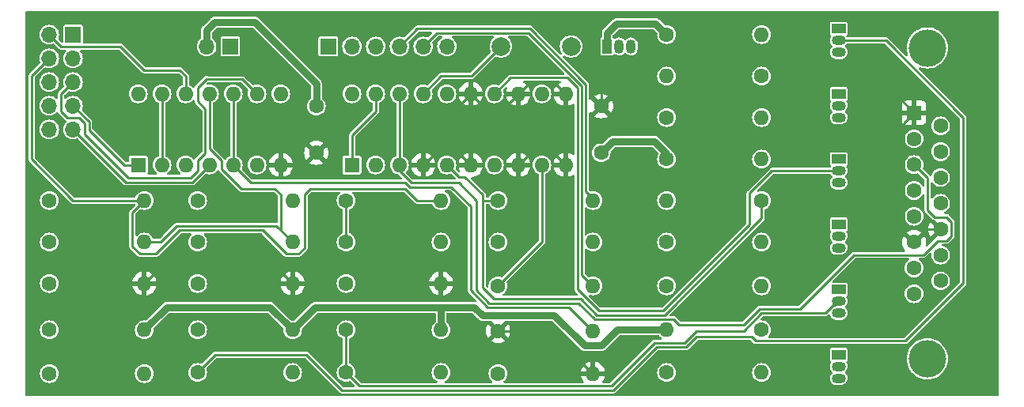
<source format=gbr>
%TF.GenerationSoftware,KiCad,Pcbnew,7.0.8*%
%TF.CreationDate,2025-04-01T12:55:51+02:00*%
%TF.ProjectId,colorswitch,636f6c6f-7273-4776-9974-63682e6b6963,rev?*%
%TF.SameCoordinates,Original*%
%TF.FileFunction,Copper,L2,Bot*%
%TF.FilePolarity,Positive*%
%FSLAX46Y46*%
G04 Gerber Fmt 4.6, Leading zero omitted, Abs format (unit mm)*
G04 Created by KiCad (PCBNEW 7.0.8) date 2025-04-01 12:55:51*
%MOMM*%
%LPD*%
G01*
G04 APERTURE LIST*
%TA.AperFunction,ComponentPad*%
%ADD10C,4.000000*%
%TD*%
%TA.AperFunction,ComponentPad*%
%ADD11R,1.600000X1.600000*%
%TD*%
%TA.AperFunction,ComponentPad*%
%ADD12C,1.600000*%
%TD*%
%TA.AperFunction,ComponentPad*%
%ADD13O,1.600000X1.600000*%
%TD*%
%TA.AperFunction,ComponentPad*%
%ADD14R,1.700000X1.700000*%
%TD*%
%TA.AperFunction,ComponentPad*%
%ADD15O,1.700000X1.700000*%
%TD*%
%TA.AperFunction,ComponentPad*%
%ADD16C,2.000000*%
%TD*%
%TA.AperFunction,ComponentPad*%
%ADD17R,1.050000X1.500000*%
%TD*%
%TA.AperFunction,ComponentPad*%
%ADD18O,1.050000X1.500000*%
%TD*%
%TA.AperFunction,ComponentPad*%
%ADD19R,1.500000X1.050000*%
%TD*%
%TA.AperFunction,ComponentPad*%
%ADD20O,1.500000X1.050000*%
%TD*%
%TA.AperFunction,ViaPad*%
%ADD21C,1.000000*%
%TD*%
%TA.AperFunction,Conductor*%
%ADD22C,0.250000*%
%TD*%
%TA.AperFunction,Conductor*%
%ADD23C,0.750000*%
%TD*%
G04 APERTURE END LIST*
D10*
%TO.P,J4,0*%
%TO.N,N/C*%
X190470000Y-80190000D03*
X190470000Y-113490000D03*
D11*
%TO.P,J4,1,1*%
%TO.N,GND1*%
X189050000Y-87145000D03*
D12*
%TO.P,J4,2,2*%
%TO.N,RED*%
X189050000Y-89915000D03*
%TO.P,J4,3,3*%
%TO.N,CSYNC*%
X189050000Y-92685000D03*
%TO.P,J4,4,4*%
%TO.N,unconnected-(J4-Pad4)*%
X189050000Y-95455000D03*
%TO.P,J4,5,5*%
%TO.N,GREEN*%
X189050000Y-98225000D03*
%TO.P,J4,6,6*%
%TO.N,GND1*%
X189050000Y-100995000D03*
%TO.P,J4,7,7*%
%TO.N,unconnected-(J4-Pad7)*%
X189050000Y-103765000D03*
%TO.P,J4,8,8*%
%TO.N,unconnected-(J4-Pad8)*%
X189050000Y-106535000D03*
%TO.P,J4,9,P9*%
%TO.N,BLUE*%
X191890000Y-88530000D03*
%TO.P,J4,10,P10*%
%TO.N,unconnected-(J4-P10-Pad10)*%
X191890000Y-91300000D03*
%TO.P,J4,11,P111*%
%TO.N,unconnected-(J4-P111-Pad11)*%
X191890000Y-94070000D03*
%TO.P,J4,12,P12*%
%TO.N,unconnected-(J4-P12-Pad12)*%
X191890000Y-96840000D03*
%TO.P,J4,13,P13*%
%TO.N,GND1*%
X191890000Y-99610000D03*
%TO.P,J4,14,P14*%
%TO.N,unconnected-(J4-P14-Pad14)*%
X191890000Y-102380000D03*
%TO.P,J4,15,P15*%
%TO.N,unconnected-(J4-P15-Pad15)*%
X191890000Y-105150000D03*
%TD*%
%TO.P,R30,1*%
%TO.N,Net-(Q8-B)*%
X144537841Y-115082000D03*
D13*
%TO.P,R30,2*%
%TO.N,GND1*%
X154697841Y-115082000D03*
%TD*%
D12*
%TO.P,R23,1*%
%TO.N,CG*%
X128281841Y-105430000D03*
D13*
%TO.P,R23,2*%
%TO.N,GND1*%
X138441841Y-105430000D03*
%TD*%
D14*
%TO.P,J2,1,Pin_1*%
%TO.N,Net-(J2-Pin_1)*%
X126376841Y-80030000D03*
D15*
%TO.P,J2,2,Pin_2*%
%TO.N,unconnected-(J2-Pin_2-Pad2)*%
X128916841Y-80030000D03*
%TO.P,J2,3,Pin_3*%
%TO.N,Net-(J2-Pin_3)*%
X131456841Y-80030000D03*
%TO.P,J2,4,Pin_4*%
%TO.N,Net-(J2-Pin_4)*%
X133996841Y-80030000D03*
%TO.P,J2,5,Pin_5*%
%TO.N,Net-(J2-Pin_5)*%
X136536841Y-80030000D03*
%TO.P,J2,6,Pin_6*%
%TO.N,GND*%
X139076841Y-80030000D03*
%TD*%
D14*
%TO.P,J3,1,Pin_1*%
%TO.N,GND*%
X115896841Y-80030000D03*
D15*
%TO.P,J3,2,Pin_2*%
%TO.N,VCC*%
X113356841Y-80030000D03*
%TD*%
D12*
%TO.P,R5,1*%
%TO.N,VCC*%
X162571841Y-114955000D03*
D13*
%TO.P,R5,2*%
%TO.N,Net-(Q5-C)*%
X172731841Y-114955000D03*
%TD*%
D12*
%TO.P,R13,1*%
%TO.N,CB*%
X112406841Y-105430000D03*
D13*
%TO.P,R13,2*%
%TO.N,GND1*%
X122566841Y-105430000D03*
%TD*%
D12*
%TO.P,R15,1*%
%TO.N,CB*%
X112406841Y-114955000D03*
D13*
%TO.P,R15,2*%
%TO.N,X3*%
X122566841Y-114955000D03*
%TD*%
D14*
%TO.P,J1,1,Pin_1*%
%TO.N,GND*%
X99066841Y-78765000D03*
D15*
%TO.P,J1,2,Pin_2*%
%TO.N,INT*%
X96526841Y-78765000D03*
%TO.P,J1,3,Pin_3*%
%TO.N,ENABLE*%
X99066841Y-81305000D03*
%TO.P,J1,4,Pin_4*%
%TO.N,CS*%
X96526841Y-81305000D03*
%TO.P,J1,5,Pin_5*%
%TO.N,R*%
X99066841Y-83845000D03*
%TO.P,J1,6,Pin_6*%
%TO.N,unconnected-(J1-Pin_6-Pad6)*%
X96526841Y-83845000D03*
%TO.P,J1,7,Pin_7*%
%TO.N,G*%
X99066841Y-86385000D03*
%TO.P,J1,8,Pin_8*%
%TO.N,unconnected-(J1-Pin_8-Pad8)*%
X96526841Y-86385000D03*
%TO.P,J1,9,Pin_9*%
%TO.N,B*%
X99066841Y-88925000D03*
%TO.P,J1,10,Pin_10*%
%TO.N,VCC*%
X96526841Y-88925000D03*
%TD*%
D11*
%TO.P,U2,1*%
%TO.N,G*%
X106056841Y-92730000D03*
D13*
%TO.P,U2,2*%
%TO.N,Net-(Q8-C)*%
X108596841Y-92730000D03*
%TO.P,U2,3*%
%TO.N,X3*%
X111136841Y-92730000D03*
%TO.P,U2,4*%
%TO.N,B*%
X113676841Y-92730000D03*
%TO.P,U2,5*%
%TO.N,Net-(Q8-C)*%
X116216841Y-92730000D03*
%TO.P,U2,6*%
%TO.N,X5*%
X118756841Y-92730000D03*
%TO.P,U2,7,GND*%
%TO.N,GND1*%
X121296841Y-92730000D03*
%TO.P,U2,8*%
%TO.N,X6*%
X121296841Y-85110000D03*
%TO.P,U2,9*%
%TO.N,R*%
X118756841Y-85110000D03*
%TO.P,U2,10*%
%TO.N,Net-(Q8-C)*%
X116216841Y-85110000D03*
%TO.P,U2,11*%
%TO.N,X2*%
X113676841Y-85110000D03*
%TO.P,U2,12*%
%TO.N,INT*%
X111136841Y-85110000D03*
%TO.P,U2,13*%
%TO.N,Net-(Q8-C)*%
X108596841Y-85110000D03*
%TO.P,U2,14,VCC*%
%TO.N,VCC*%
X106056841Y-85110000D03*
%TD*%
D16*
%TO.P,C3,1*%
%TO.N,CS*%
X144851841Y-80030000D03*
%TO.P,C3,2*%
%TO.N,Net-(Q8-B)*%
X152351841Y-80030000D03*
%TD*%
D12*
%TO.P,R11,1*%
%TO.N,CB*%
X112406841Y-96540000D03*
D13*
%TO.P,R11,2*%
%TO.N,CS*%
X122566841Y-96540000D03*
%TD*%
D12*
%TO.P,R17,1*%
%TO.N,CR*%
X96531841Y-100985000D03*
D13*
%TO.P,R17,2*%
%TO.N,X2*%
X106691841Y-100985000D03*
%TD*%
D17*
%TO.P,Q8,1,E*%
%TO.N,VCC*%
X156221841Y-80030000D03*
D18*
%TO.P,Q8,2,B*%
%TO.N,Net-(Q8-B)*%
X157491841Y-80030000D03*
%TO.P,Q8,3,C*%
%TO.N,Net-(Q8-C)*%
X158761841Y-80030000D03*
%TD*%
D12*
%TO.P,R26,1*%
%TO.N,Net-(Q3-B)*%
X144537841Y-96540000D03*
D13*
%TO.P,R26,2*%
%TO.N,Net-(J2-Pin_4)*%
X154697841Y-96540000D03*
%TD*%
D12*
%TO.P,R27,1*%
%TO.N,Net-(Q5-B)*%
X144537841Y-100985000D03*
D13*
%TO.P,R27,2*%
%TO.N,Net-(J2-Pin_3)*%
X154697841Y-100985000D03*
%TD*%
D19*
%TO.P,Q3,1,E*%
%TO.N,RED*%
X180986841Y-99080000D03*
D20*
%TO.P,Q3,2,B*%
%TO.N,Net-(Q3-B)*%
X180986841Y-100350000D03*
%TO.P,Q3,3,C*%
%TO.N,Net-(Q3-C)*%
X180986841Y-101620000D03*
%TD*%
D12*
%TO.P,R19,1*%
%TO.N,CR*%
X96531841Y-110383000D03*
D13*
%TO.P,R19,2*%
%TO.N,VCC*%
X106691841Y-110383000D03*
%TD*%
D19*
%TO.P,Q2,1,E*%
%TO.N,BLUE*%
X180986841Y-78125000D03*
D20*
%TO.P,Q2,2,B*%
%TO.N,CB*%
X180986841Y-79395000D03*
%TO.P,Q2,3,C*%
%TO.N,Net-(Q2-C)*%
X180986841Y-80665000D03*
%TD*%
D12*
%TO.P,R29,1*%
%TO.N,GND1*%
X144537841Y-110510000D03*
D13*
%TO.P,R29,2*%
%TO.N,Net-(Q8-C)*%
X154697841Y-110510000D03*
%TD*%
D12*
%TO.P,R4,1*%
%TO.N,VCC*%
X162571841Y-92095000D03*
D13*
%TO.P,R4,2*%
%TO.N,Net-(Q4-C)*%
X172731841Y-92095000D03*
%TD*%
D12*
%TO.P,R14,1*%
%TO.N,CB*%
X112406841Y-110383000D03*
D13*
%TO.P,R14,2*%
%TO.N,VCC*%
X122566841Y-110383000D03*
%TD*%
D12*
%TO.P,R18,1*%
%TO.N,CR*%
X96531841Y-105430000D03*
D13*
%TO.P,R18,2*%
%TO.N,GND1*%
X106691841Y-105430000D03*
%TD*%
D19*
%TO.P,Q6,1,E*%
%TO.N,GREEN*%
X180986841Y-106065000D03*
D20*
%TO.P,Q6,2,B*%
%TO.N,CG*%
X180986841Y-107335000D03*
%TO.P,Q6,3,C*%
%TO.N,Net-(Q6-C)*%
X180986841Y-108605000D03*
%TD*%
D12*
%TO.P,R16,1*%
%TO.N,CR*%
X96531841Y-96540000D03*
D13*
%TO.P,R16,2*%
%TO.N,CS*%
X106691841Y-96540000D03*
%TD*%
D12*
%TO.P,R8,1*%
%TO.N,Net-(Q1-B)*%
X172731841Y-83205000D03*
D13*
%TO.P,R8,2*%
%TO.N,VCC*%
X162571841Y-83205000D03*
%TD*%
D12*
%TO.P,R10,1*%
%TO.N,Net-(Q5-B)*%
X172731841Y-110383000D03*
D13*
%TO.P,R10,2*%
%TO.N,VCC*%
X162571841Y-110383000D03*
%TD*%
D12*
%TO.P,R3,1*%
%TO.N,VCC*%
X162571841Y-100985000D03*
D13*
%TO.P,R3,2*%
%TO.N,Net-(Q3-C)*%
X172731841Y-100985000D03*
%TD*%
D12*
%TO.P,R25,1*%
%TO.N,CG*%
X128281841Y-114955000D03*
D13*
%TO.P,R25,2*%
%TO.N,X6*%
X138441841Y-114955000D03*
%TD*%
D12*
%TO.P,R6,1*%
%TO.N,VCC*%
X162571841Y-105684000D03*
D13*
%TO.P,R6,2*%
%TO.N,Net-(Q6-C)*%
X172731841Y-105684000D03*
%TD*%
D12*
%TO.P,C1,1*%
%TO.N,VCC*%
X125106841Y-86420000D03*
%TO.P,C1,2*%
%TO.N,GND1*%
X125106841Y-91420000D03*
%TD*%
D19*
%TO.P,Q5,1,E*%
%TO.N,GREEN*%
X180986841Y-113050000D03*
D20*
%TO.P,Q5,2,B*%
%TO.N,Net-(Q5-B)*%
X180986841Y-114320000D03*
%TO.P,Q5,3,C*%
%TO.N,Net-(Q5-C)*%
X180986841Y-115590000D03*
%TD*%
D19*
%TO.P,Q1,1,E*%
%TO.N,BLUE*%
X180986841Y-85110000D03*
D20*
%TO.P,Q1,2,B*%
%TO.N,Net-(Q1-B)*%
X180986841Y-86380000D03*
%TO.P,Q1,3,C*%
%TO.N,Net-(Q1-C)*%
X180986841Y-87650000D03*
%TD*%
D12*
%TO.P,R2,1*%
%TO.N,VCC*%
X162571841Y-78760000D03*
D13*
%TO.P,R2,2*%
%TO.N,Net-(Q2-C)*%
X172731841Y-78760000D03*
%TD*%
D12*
%TO.P,R9,1*%
%TO.N,Net-(Q3-B)*%
X172731841Y-96540000D03*
D13*
%TO.P,R9,2*%
%TO.N,VCC*%
X162571841Y-96540000D03*
%TD*%
D19*
%TO.P,Q4,1,E*%
%TO.N,RED*%
X180986841Y-92095000D03*
D20*
%TO.P,Q4,2,B*%
%TO.N,CR*%
X180986841Y-93365000D03*
%TO.P,Q4,3,C*%
%TO.N,Net-(Q4-C)*%
X180986841Y-94635000D03*
%TD*%
D12*
%TO.P,R22,1*%
%TO.N,CG*%
X128281841Y-100985000D03*
D13*
%TO.P,R22,2*%
%TO.N,X2*%
X138441841Y-100985000D03*
%TD*%
D12*
%TO.P,R28,1*%
%TO.N,Net-(Q1-B)*%
X144537841Y-105684000D03*
D13*
%TO.P,R28,2*%
%TO.N,Net-(J2-Pin_5)*%
X154697841Y-105684000D03*
%TD*%
D12*
%TO.P,R20,1*%
%TO.N,CR*%
X96531841Y-115082000D03*
D13*
%TO.P,R20,2*%
%TO.N,X5*%
X106691841Y-115082000D03*
%TD*%
D12*
%TO.P,C2,1*%
%TO.N,VCC*%
X155586841Y-91420000D03*
%TO.P,C2,2*%
%TO.N,GND1*%
X155586841Y-86420000D03*
%TD*%
%TO.P,R21,1*%
%TO.N,CG*%
X128281841Y-96540000D03*
D13*
%TO.P,R21,2*%
%TO.N,CS*%
X138441841Y-96540000D03*
%TD*%
D11*
%TO.P,U1,1*%
%TO.N,ENABLE*%
X128916841Y-92730000D03*
D13*
%TO.P,U1,2*%
%TO.N,Net-(J2-Pin_1)*%
X131456841Y-92730000D03*
%TO.P,U1,3*%
%TO.N,CSYNC*%
X133996841Y-92730000D03*
%TO.P,U1,4*%
%TO.N,GND1*%
X136536841Y-92730000D03*
%TO.P,U1,5*%
%TO.N,Net-(Q3-B)*%
X139076841Y-92730000D03*
%TO.P,U1,6*%
%TO.N,GND1*%
X141616841Y-92730000D03*
%TO.P,U1,7*%
%TO.N,Net-(Q5-B)*%
X144156841Y-92730000D03*
%TO.P,U1,8*%
%TO.N,GND1*%
X146696841Y-92730000D03*
%TO.P,U1,9*%
%TO.N,Net-(Q1-B)*%
X149236841Y-92730000D03*
%TO.P,U1,10,GND*%
%TO.N,GND1*%
X151776841Y-92730000D03*
%TO.P,U1,11*%
X151776841Y-85110000D03*
%TO.P,U1,12*%
%TO.N,CG*%
X149236841Y-85110000D03*
%TO.P,U1,13*%
%TO.N,GND1*%
X146696841Y-85110000D03*
%TO.P,U1,14*%
%TO.N,CR*%
X144156841Y-85110000D03*
%TO.P,U1,15*%
%TO.N,GND1*%
X141616841Y-85110000D03*
%TO.P,U1,16*%
%TO.N,CB*%
X139076841Y-85110000D03*
%TO.P,U1,17*%
%TO.N,CS*%
X136536841Y-85110000D03*
%TO.P,U1,18*%
%TO.N,CSYNC*%
X133996841Y-85110000D03*
%TO.P,U1,19*%
%TO.N,ENABLE*%
X131456841Y-85110000D03*
%TO.P,U1,20,VCC*%
%TO.N,VCC*%
X128916841Y-85110000D03*
%TD*%
D12*
%TO.P,R1,1*%
%TO.N,VCC*%
X162571841Y-87650000D03*
D13*
%TO.P,R1,2*%
%TO.N,Net-(Q1-C)*%
X172731841Y-87650000D03*
%TD*%
D12*
%TO.P,R24,1*%
%TO.N,CG*%
X128281841Y-110383000D03*
D13*
%TO.P,R24,2*%
%TO.N,VCC*%
X138441841Y-110383000D03*
%TD*%
D12*
%TO.P,R12,1*%
%TO.N,CB*%
X112406841Y-100985000D03*
D13*
%TO.P,R12,2*%
%TO.N,X2*%
X122566841Y-100985000D03*
%TD*%
D21*
%TO.N,GND1*%
X110621841Y-80080000D03*
%TD*%
D22*
%TO.N,CSYNC*%
X154871841Y-109258000D02*
X154871841Y-109216396D01*
X190500000Y-94135000D02*
X190500000Y-97553878D01*
X192532000Y-100838000D02*
X191555061Y-100838000D01*
X189050000Y-92685000D02*
X190500000Y-94135000D01*
X191244122Y-98298000D02*
X192532000Y-98298000D01*
X192532000Y-98298000D02*
X193040000Y-98806000D01*
X193040000Y-98806000D02*
X193040000Y-100330000D01*
X163916841Y-109875000D02*
X163299841Y-109258000D01*
X140346841Y-94635000D02*
X135266841Y-94635000D01*
X193040000Y-100330000D02*
X192532000Y-100838000D01*
X190031061Y-102362000D02*
X182626000Y-102362000D01*
X176833000Y-108155000D02*
X172545445Y-108155000D01*
X172545445Y-108155000D02*
X170825445Y-109875000D01*
X153185445Y-107530000D02*
X143622006Y-107530000D01*
X190500000Y-97553878D02*
X191244122Y-98298000D01*
X170825445Y-109875000D02*
X163916841Y-109875000D01*
X163299841Y-109258000D02*
X154871841Y-109258000D01*
X154871841Y-109216396D02*
X153185445Y-107530000D01*
X143622006Y-107530000D02*
X142251841Y-106159835D01*
X191555061Y-100838000D02*
X190031061Y-102362000D01*
X182626000Y-102362000D02*
X176833000Y-108155000D01*
X142251841Y-96540000D02*
X140346841Y-94635000D01*
X142251841Y-106159835D02*
X142251841Y-96540000D01*
X135266841Y-94635000D02*
X133996841Y-93365000D01*
X133996841Y-93365000D02*
X133996841Y-92730000D01*
%TO.N,GND1*%
X189050000Y-87145000D02*
X183840000Y-81935000D01*
X183840000Y-81935000D02*
X156856841Y-81935000D01*
X156856841Y-81935000D02*
X155586841Y-83205000D01*
X155586841Y-83205000D02*
X155586841Y-86420000D01*
X189050000Y-100995000D02*
X187925000Y-99870000D01*
X187925000Y-99870000D02*
X187925000Y-88270000D01*
X187925000Y-88270000D02*
X189050000Y-87145000D01*
X191890000Y-99610000D02*
X190435000Y-99610000D01*
X190435000Y-99610000D02*
X189050000Y-100995000D01*
%TO.N,VCC*%
X162571841Y-92095000D02*
X162571841Y-91460000D01*
D23*
X157371841Y-77580000D02*
X161391841Y-77580000D01*
D22*
X157221841Y-77580000D02*
X157371841Y-77580000D01*
D23*
X122566841Y-110383000D02*
X124979841Y-107970000D01*
X138441841Y-107970000D02*
X142011841Y-107970000D01*
X138441841Y-110383000D02*
X138441841Y-107970000D01*
X150551841Y-108830000D02*
X153801841Y-112080000D01*
X113356841Y-78295000D02*
X114221841Y-77430000D01*
X118521841Y-77430000D02*
X125106841Y-84015000D01*
X153801841Y-112080000D02*
X155621841Y-112080000D01*
X161301841Y-90190000D02*
X156816841Y-90190000D01*
X156221841Y-78580000D02*
X157221841Y-77580000D01*
X125106841Y-84015000D02*
X125106841Y-86420000D01*
X156816841Y-90190000D02*
X155586841Y-91420000D01*
X113356841Y-80030000D02*
X113356841Y-78295000D01*
X142011841Y-107970000D02*
X142871841Y-108830000D01*
X120153841Y-107970000D02*
X122566841Y-110383000D01*
X109104841Y-107970000D02*
X120153841Y-107970000D01*
X161391841Y-77580000D02*
X162571841Y-78760000D01*
X142871841Y-108830000D02*
X150551841Y-108830000D01*
X156221841Y-78580000D02*
X156221841Y-80030000D01*
X162571841Y-91460000D02*
X161301841Y-90190000D01*
X155621841Y-112080000D02*
X157318841Y-110383000D01*
X124979841Y-107970000D02*
X138441841Y-107970000D01*
X114221841Y-77430000D02*
X118521841Y-77430000D01*
X157318841Y-110383000D02*
X162571841Y-110383000D01*
X106691841Y-110383000D02*
X109104841Y-107970000D01*
D22*
%TO.N,GND1*%
X144537841Y-110510000D02*
X150125841Y-110510000D01*
X127646841Y-87830000D02*
X127646841Y-84580000D01*
X147966841Y-83840000D02*
X150506841Y-83840000D01*
X150506841Y-83840000D02*
X151776841Y-85110000D01*
X127646841Y-84580000D02*
X127646841Y-84318061D01*
X135266841Y-84506122D02*
X135266841Y-85901939D01*
X142886841Y-86380000D02*
X141616841Y-85110000D01*
X110621841Y-80080000D02*
X113621841Y-83080000D01*
X106691841Y-105430000D02*
X107961841Y-104160000D01*
X125106841Y-91420000D02*
X127646841Y-88880000D01*
X127646841Y-84318061D02*
X128124902Y-83840000D01*
X118471841Y-83080000D02*
X120021841Y-84630000D01*
X120021841Y-84630000D02*
X120021841Y-85738604D01*
X127646841Y-88880000D02*
X127646841Y-84580000D01*
X120021841Y-85738604D02*
X122113237Y-87830000D01*
X140346841Y-91460000D02*
X137806841Y-91460000D01*
X146696841Y-85110000D02*
X146696841Y-92730000D01*
X121296841Y-104160000D02*
X122566841Y-105430000D01*
X135266841Y-85901939D02*
X135744902Y-86380000D01*
X146696841Y-92730000D02*
X147966841Y-91460000D01*
X146696841Y-85110000D02*
X145426841Y-86380000D01*
X140346841Y-86380000D02*
X141616841Y-85110000D01*
X134600719Y-83840000D02*
X135266841Y-84506122D01*
X113621841Y-83080000D02*
X118471841Y-83080000D01*
X107961841Y-104160000D02*
X121296841Y-104160000D01*
X146696841Y-85110000D02*
X147966841Y-83840000D01*
X135744902Y-86380000D02*
X140346841Y-86380000D01*
X122113237Y-87830000D02*
X127646841Y-87830000D01*
X145426841Y-86380000D02*
X142886841Y-86380000D01*
X128124902Y-83840000D02*
X134600719Y-83840000D01*
X147966841Y-91460000D02*
X150506841Y-91460000D01*
X141616841Y-92730000D02*
X140346841Y-91460000D01*
X150125841Y-110510000D02*
X154697841Y-115082000D01*
X150506841Y-91460000D02*
X151776841Y-92730000D01*
X137806841Y-91460000D02*
X136536841Y-92730000D01*
%TO.N,CS*%
X106691841Y-96540000D02*
X105421841Y-97810000D01*
X138441841Y-83205000D02*
X136536841Y-85110000D01*
X124471841Y-95270000D02*
X134629049Y-95270000D01*
X106217402Y-102255000D02*
X107961841Y-102255000D01*
X121931841Y-102255000D02*
X123201841Y-102255000D01*
X123201841Y-102255000D02*
X123836841Y-101620000D01*
X105421841Y-97810000D02*
X105421841Y-101459439D01*
X96526841Y-81305000D02*
X94626841Y-83205000D01*
X94626841Y-92095000D02*
X99071841Y-96540000D01*
X144851841Y-80030000D02*
X141676841Y-83205000D01*
X123836841Y-101620000D02*
X123836841Y-95905000D01*
X107961841Y-102255000D02*
X110501841Y-99715000D01*
X99071841Y-96540000D02*
X106691841Y-96540000D01*
X94626841Y-83205000D02*
X94626841Y-92095000D01*
X123836841Y-95905000D02*
X124471841Y-95270000D01*
X105421841Y-101459439D02*
X106217402Y-102255000D01*
X110501841Y-99715000D02*
X119391841Y-99715000D01*
X119391841Y-99715000D02*
X121931841Y-102255000D01*
X134629049Y-95270000D02*
X135899049Y-96540000D01*
X141676841Y-83205000D02*
X138441841Y-83205000D01*
X135899049Y-96540000D02*
X138441841Y-96540000D01*
%TO.N,Net-(Q8-B)*%
X152126461Y-80570000D02*
X152316841Y-80379620D01*
%TO.N,Net-(Q1-B)*%
X149236841Y-92730000D02*
X149236841Y-100985000D01*
X149236841Y-100985000D02*
X144537841Y-105684000D01*
%TO.N,CB*%
X172108402Y-111580000D02*
X188121841Y-111580000D01*
X112406841Y-114955000D02*
X114311841Y-113050000D01*
X164663237Y-112230000D02*
X165748237Y-111145000D01*
X127807402Y-116860000D02*
X156858237Y-116860000D01*
X188121841Y-111580000D02*
X194321841Y-105380000D01*
X165748237Y-111145000D02*
X171673402Y-111145000D01*
X194321841Y-87650000D02*
X186066841Y-79395000D01*
X194321841Y-105380000D02*
X194321841Y-87650000D01*
X114311841Y-113050000D02*
X123997402Y-113050000D01*
X123997402Y-113050000D02*
X127807402Y-116860000D01*
X171673402Y-111145000D02*
X172108402Y-111580000D01*
X161488237Y-112230000D02*
X164663237Y-112230000D01*
X186066841Y-79395000D02*
X180986841Y-79395000D01*
X156858237Y-116860000D02*
X161488237Y-112230000D01*
%TO.N,Net-(Q3-B)*%
X142886841Y-105845000D02*
X144121841Y-107080000D01*
X172731841Y-98446396D02*
X172731841Y-96540000D01*
X144121841Y-107080000D02*
X153371841Y-107080000D01*
X140981841Y-94000000D02*
X142886841Y-95905000D01*
X142886841Y-95905000D02*
X142886841Y-96540000D01*
X142886841Y-96540000D02*
X144537841Y-96540000D01*
X139076841Y-92730000D02*
X140346841Y-94000000D01*
X142886841Y-96540000D02*
X142886841Y-105845000D01*
X153371841Y-107080000D02*
X155099841Y-108808000D01*
X162370237Y-108808000D02*
X172731841Y-98446396D01*
X140346841Y-94000000D02*
X140981841Y-94000000D01*
X155099841Y-108808000D02*
X162370237Y-108808000D01*
%TO.N,CR*%
X171461841Y-99080000D02*
X171461841Y-95748061D01*
X171461841Y-95748061D02*
X173844902Y-93365000D01*
X162183841Y-108358000D02*
X171461841Y-99080000D01*
X155339841Y-108358000D02*
X162183841Y-108358000D01*
X151960445Y-83390000D02*
X153046841Y-84476396D01*
X153046841Y-106065000D02*
X155339841Y-108358000D01*
X145876841Y-83390000D02*
X151960445Y-83390000D01*
X173844902Y-93365000D02*
X180986841Y-93365000D01*
X144156841Y-85110000D02*
X145876841Y-83390000D01*
X153046841Y-84476396D02*
X153046841Y-106065000D01*
%TO.N,CG*%
X170826841Y-110510000D02*
X172731841Y-108605000D01*
X128281841Y-114955000D02*
X129736841Y-116410000D01*
X128281841Y-110383000D02*
X128281841Y-114955000D01*
X179560193Y-108605000D02*
X180410193Y-107755000D01*
X129736841Y-116410000D02*
X156671841Y-116410000D01*
X165746841Y-110510000D02*
X170826841Y-110510000D01*
X180410193Y-107755000D02*
X180566841Y-107755000D01*
X164476841Y-111780000D02*
X165746841Y-110510000D01*
X172731841Y-108605000D02*
X179560193Y-108605000D01*
X156671841Y-116410000D02*
X161301841Y-111780000D01*
X161301841Y-111780000D02*
X164476841Y-111780000D01*
X128281841Y-96540000D02*
X128281841Y-100985000D01*
X180566841Y-107755000D02*
X180986841Y-107335000D01*
%TO.N,Net-(Q8-C)*%
X116216841Y-85110000D02*
X116216841Y-92730000D01*
X143435610Y-107980000D02*
X141616841Y-106161231D01*
X139526143Y-95085000D02*
X135080445Y-95085000D01*
X141616841Y-97175698D02*
X139526143Y-95085000D01*
X152167841Y-107980000D02*
X143435610Y-107980000D01*
X118121841Y-94635000D02*
X116216841Y-92730000D01*
X108596841Y-85110000D02*
X108596841Y-92730000D01*
X154697841Y-110510000D02*
X152167841Y-107980000D01*
X134630445Y-94635000D02*
X118121841Y-94635000D01*
X135080445Y-95085000D02*
X134630445Y-94635000D01*
X141616841Y-106161231D02*
X141616841Y-97175698D01*
%TO.N,X2*%
X114946841Y-92255561D02*
X114946841Y-93155000D01*
X113676841Y-90985561D02*
X114946841Y-92255561D01*
X121296841Y-95905000D02*
X121296841Y-99715000D01*
X113676841Y-85110000D02*
X113676841Y-90985561D01*
X120846841Y-99265000D02*
X122566841Y-100985000D01*
X106691841Y-100985000D02*
X108435582Y-100985000D01*
X117061841Y-95270000D02*
X120661841Y-95270000D01*
X114946841Y-93155000D02*
X117061841Y-95270000D01*
X110155582Y-99265000D02*
X120846841Y-99265000D01*
X120661841Y-95270000D02*
X121296841Y-95905000D01*
X108435582Y-100985000D02*
X110155582Y-99265000D01*
%TO.N,Net-(J2-Pin_4)*%
X153946841Y-84103604D02*
X153946841Y-95535000D01*
X153946841Y-95535000D02*
X154697841Y-96286000D01*
X154697841Y-96286000D02*
X154697841Y-96540000D01*
X147968237Y-78125000D02*
X153946841Y-84103604D01*
X135901841Y-78125000D02*
X147968237Y-78125000D01*
X133996841Y-80030000D02*
X135901841Y-78125000D01*
%TO.N,Net-(J2-Pin_5)*%
X153496841Y-104483000D02*
X154697841Y-105684000D01*
X153496841Y-84290000D02*
X153496841Y-104483000D01*
X137991841Y-78575000D02*
X147781841Y-78575000D01*
X147781841Y-78575000D02*
X153496841Y-84290000D01*
X136536841Y-80030000D02*
X137991841Y-78575000D01*
%TO.N,ENABLE*%
X131456841Y-87015000D02*
X128916841Y-89555000D01*
X128916841Y-89555000D02*
X128916841Y-92730000D01*
X131456841Y-85110000D02*
X131456841Y-87015000D01*
%TO.N,CSYNC*%
X133996841Y-92730000D02*
X133996841Y-85110000D01*
%TO.N,G*%
X99073237Y-86385000D02*
X99066841Y-86385000D01*
X104521841Y-92730000D02*
X100791841Y-89000000D01*
X100791841Y-89000000D02*
X100791841Y-88103604D01*
X106056841Y-92730000D02*
X104521841Y-92730000D01*
X100791841Y-88103604D02*
X99073237Y-86385000D01*
%TO.N,B*%
X113676841Y-92730000D02*
X111826841Y-94580000D01*
X111826841Y-94580000D02*
X104731841Y-94580000D01*
X104731841Y-94580000D02*
X99076841Y-88925000D01*
X99076841Y-88925000D02*
X99066841Y-88925000D01*
%TO.N,R*%
X117176841Y-83530000D02*
X118756841Y-85110000D01*
X112406841Y-93363604D02*
X112406841Y-92255561D01*
X99066841Y-83845000D02*
X97801841Y-85110000D01*
X113321841Y-83530000D02*
X117176841Y-83530000D01*
X99701841Y-87650000D02*
X100341841Y-88290000D01*
X98436841Y-87650000D02*
X99701841Y-87650000D01*
X104994341Y-94080000D02*
X111690445Y-94080000D01*
X97801841Y-87015000D02*
X98436841Y-87650000D01*
X112406841Y-84445000D02*
X113321841Y-83530000D01*
X113221841Y-91440561D02*
X113221841Y-86716939D01*
X100341841Y-89427500D02*
X104994341Y-94080000D01*
X113221841Y-86716939D02*
X112406841Y-85901939D01*
X111690445Y-94080000D02*
X112406841Y-93363604D01*
X112406841Y-92255561D02*
X113221841Y-91440561D01*
X97801841Y-85110000D02*
X97801841Y-87015000D01*
X112406841Y-85901939D02*
X112406841Y-84445000D01*
X100341841Y-88290000D02*
X100341841Y-89427500D01*
%TO.N,INT*%
X106691841Y-82570000D02*
X110501841Y-82570000D01*
X97801841Y-80040000D02*
X104161841Y-80040000D01*
X104161841Y-80040000D02*
X106691841Y-82570000D01*
X110501841Y-82570000D02*
X111136841Y-83205000D01*
X96526841Y-78765000D02*
X97801841Y-80040000D01*
X111136841Y-83205000D02*
X111136841Y-85110000D01*
%TD*%
%TA.AperFunction,Conductor*%
%TO.N,GND1*%
G36*
X198074880Y-76239685D02*
G01*
X198120635Y-76292489D01*
X198131841Y-76344000D01*
X198131841Y-117371000D01*
X198112156Y-117438039D01*
X198059352Y-117483794D01*
X198007841Y-117495000D01*
X94115841Y-117495000D01*
X94048802Y-117475315D01*
X94003047Y-117422511D01*
X93991841Y-117371000D01*
X93991841Y-115082000D01*
X95526500Y-115082000D01*
X95545816Y-115278129D01*
X95545817Y-115278132D01*
X95601946Y-115463165D01*
X95603029Y-115466733D01*
X95695927Y-115640532D01*
X95695931Y-115640539D01*
X95820957Y-115792883D01*
X95973301Y-115917909D01*
X95973308Y-115917913D01*
X96147107Y-116010811D01*
X96147110Y-116010811D01*
X96147114Y-116010814D01*
X96335709Y-116068024D01*
X96531841Y-116087341D01*
X96727973Y-116068024D01*
X96916568Y-116010814D01*
X97090379Y-115917910D01*
X97242724Y-115792883D01*
X97367751Y-115640538D01*
X97427734Y-115528317D01*
X97460652Y-115466733D01*
X97460652Y-115466732D01*
X97460655Y-115466727D01*
X97517865Y-115278132D01*
X97537182Y-115082000D01*
X105686500Y-115082000D01*
X105705816Y-115278129D01*
X105705817Y-115278132D01*
X105761946Y-115463165D01*
X105763029Y-115466733D01*
X105855927Y-115640532D01*
X105855931Y-115640539D01*
X105980957Y-115792883D01*
X106133301Y-115917909D01*
X106133308Y-115917913D01*
X106307107Y-116010811D01*
X106307110Y-116010811D01*
X106307114Y-116010814D01*
X106495709Y-116068024D01*
X106691841Y-116087341D01*
X106887973Y-116068024D01*
X107076568Y-116010814D01*
X107250379Y-115917910D01*
X107402724Y-115792883D01*
X107527751Y-115640538D01*
X107587734Y-115528317D01*
X107620652Y-115466733D01*
X107620652Y-115466732D01*
X107620655Y-115466727D01*
X107677865Y-115278132D01*
X107697182Y-115082000D01*
X107677865Y-114885868D01*
X107620655Y-114697273D01*
X107620652Y-114697269D01*
X107620652Y-114697266D01*
X107527754Y-114523467D01*
X107527750Y-114523460D01*
X107402724Y-114371116D01*
X107250380Y-114246090D01*
X107250373Y-114246086D01*
X107076574Y-114153188D01*
X107076568Y-114153186D01*
X106887973Y-114095976D01*
X106887970Y-114095975D01*
X106691841Y-114076659D01*
X106495711Y-114095975D01*
X106307107Y-114153188D01*
X106133308Y-114246086D01*
X106133301Y-114246090D01*
X105980957Y-114371116D01*
X105855931Y-114523460D01*
X105855927Y-114523467D01*
X105763029Y-114697266D01*
X105705816Y-114885870D01*
X105686500Y-115082000D01*
X97537182Y-115082000D01*
X97517865Y-114885868D01*
X97460655Y-114697273D01*
X97460652Y-114697269D01*
X97460652Y-114697266D01*
X97367754Y-114523467D01*
X97367750Y-114523460D01*
X97242724Y-114371116D01*
X97090380Y-114246090D01*
X97090373Y-114246086D01*
X96916574Y-114153188D01*
X96916568Y-114153186D01*
X96727973Y-114095976D01*
X96727970Y-114095975D01*
X96531841Y-114076659D01*
X96335711Y-114095975D01*
X96147107Y-114153188D01*
X95973308Y-114246086D01*
X95973301Y-114246090D01*
X95820957Y-114371116D01*
X95695931Y-114523460D01*
X95695927Y-114523467D01*
X95603029Y-114697266D01*
X95545816Y-114885870D01*
X95526500Y-115082000D01*
X93991841Y-115082000D01*
X93991841Y-110383000D01*
X95526500Y-110383000D01*
X95545816Y-110579129D01*
X95545817Y-110579132D01*
X95597056Y-110748045D01*
X95603029Y-110767733D01*
X95695927Y-110941532D01*
X95695931Y-110941539D01*
X95820957Y-111093883D01*
X95973301Y-111218909D01*
X95973308Y-111218913D01*
X96147107Y-111311811D01*
X96147110Y-111311811D01*
X96147114Y-111311814D01*
X96335709Y-111369024D01*
X96531841Y-111388341D01*
X96727973Y-111369024D01*
X96916568Y-111311814D01*
X96931850Y-111303646D01*
X97033529Y-111249297D01*
X97090379Y-111218910D01*
X97242724Y-111093883D01*
X97367751Y-110941538D01*
X97460655Y-110767727D01*
X97517865Y-110579132D01*
X97537182Y-110383000D01*
X97517865Y-110186868D01*
X97460655Y-109998273D01*
X97460652Y-109998269D01*
X97460652Y-109998266D01*
X97367754Y-109824467D01*
X97367750Y-109824460D01*
X97242724Y-109672116D01*
X97090380Y-109547090D01*
X97090373Y-109547086D01*
X96916574Y-109454188D01*
X96916568Y-109454186D01*
X96727973Y-109396976D01*
X96727970Y-109396975D01*
X96531841Y-109377659D01*
X96335711Y-109396975D01*
X96147107Y-109454188D01*
X95973308Y-109547086D01*
X95973301Y-109547090D01*
X95820957Y-109672116D01*
X95695931Y-109824460D01*
X95695927Y-109824467D01*
X95603029Y-109998266D01*
X95545816Y-110186870D01*
X95526500Y-110383000D01*
X93991841Y-110383000D01*
X93991841Y-105430000D01*
X95526500Y-105430000D01*
X95545816Y-105626129D01*
X95603029Y-105814733D01*
X95695927Y-105988532D01*
X95695931Y-105988539D01*
X95820957Y-106140883D01*
X95973301Y-106265909D01*
X95973308Y-106265913D01*
X96147107Y-106358811D01*
X96147110Y-106358811D01*
X96147114Y-106358814D01*
X96335709Y-106416024D01*
X96531841Y-106435341D01*
X96727973Y-106416024D01*
X96916568Y-106358814D01*
X96953885Y-106338868D01*
X97024891Y-106300914D01*
X97090379Y-106265910D01*
X97242724Y-106140883D01*
X97367751Y-105988538D01*
X97448934Y-105836655D01*
X97460652Y-105814733D01*
X97460652Y-105814732D01*
X97460655Y-105814727D01*
X97517865Y-105626132D01*
X97537182Y-105430000D01*
X97517865Y-105233868D01*
X97501524Y-105179999D01*
X105412968Y-105179999D01*
X105412969Y-105180000D01*
X106376155Y-105180000D01*
X106364200Y-105191955D01*
X106306676Y-105304852D01*
X106286855Y-105430000D01*
X106306676Y-105555148D01*
X106364200Y-105668045D01*
X106376155Y-105680000D01*
X105412969Y-105680000D01*
X105465571Y-105876317D01*
X105465575Y-105876326D01*
X105561706Y-106082482D01*
X105692183Y-106268820D01*
X105853020Y-106429657D01*
X106039358Y-106560134D01*
X106245514Y-106656265D01*
X106245523Y-106656269D01*
X106441840Y-106708872D01*
X106441841Y-106708871D01*
X106441841Y-105745686D01*
X106453796Y-105757641D01*
X106566693Y-105815165D01*
X106660360Y-105830000D01*
X106723322Y-105830000D01*
X106816989Y-105815165D01*
X106929886Y-105757641D01*
X106941841Y-105745686D01*
X106941841Y-106708872D01*
X107138158Y-106656269D01*
X107138167Y-106656265D01*
X107344323Y-106560134D01*
X107530661Y-106429657D01*
X107691498Y-106268820D01*
X107821975Y-106082482D01*
X107918106Y-105876326D01*
X107918110Y-105876317D01*
X107970713Y-105680000D01*
X107007527Y-105680000D01*
X107019482Y-105668045D01*
X107077006Y-105555148D01*
X107096827Y-105430000D01*
X111401500Y-105430000D01*
X111420816Y-105626129D01*
X111478029Y-105814733D01*
X111570927Y-105988532D01*
X111570931Y-105988539D01*
X111695957Y-106140883D01*
X111848301Y-106265909D01*
X111848308Y-106265913D01*
X112022107Y-106358811D01*
X112022110Y-106358811D01*
X112022114Y-106358814D01*
X112210709Y-106416024D01*
X112406841Y-106435341D01*
X112602973Y-106416024D01*
X112791568Y-106358814D01*
X112828885Y-106338868D01*
X112899891Y-106300914D01*
X112965379Y-106265910D01*
X113117724Y-106140883D01*
X113242751Y-105988538D01*
X113323934Y-105836655D01*
X113335652Y-105814733D01*
X113335652Y-105814732D01*
X113335655Y-105814727D01*
X113392865Y-105626132D01*
X113412182Y-105430000D01*
X113392865Y-105233868D01*
X113376524Y-105179999D01*
X121287968Y-105179999D01*
X121287969Y-105180000D01*
X122251155Y-105180000D01*
X122239200Y-105191955D01*
X122181676Y-105304852D01*
X122161855Y-105430000D01*
X122181676Y-105555148D01*
X122239200Y-105668045D01*
X122251155Y-105680000D01*
X121287969Y-105680000D01*
X121340571Y-105876317D01*
X121340575Y-105876326D01*
X121436706Y-106082482D01*
X121567183Y-106268820D01*
X121728020Y-106429657D01*
X121914358Y-106560134D01*
X122120514Y-106656265D01*
X122120523Y-106656269D01*
X122316840Y-106708872D01*
X122316841Y-106708871D01*
X122316841Y-105745686D01*
X122328796Y-105757641D01*
X122441693Y-105815165D01*
X122535360Y-105830000D01*
X122598322Y-105830000D01*
X122691989Y-105815165D01*
X122804886Y-105757641D01*
X122816841Y-105745686D01*
X122816841Y-106708872D01*
X123013158Y-106656269D01*
X123013167Y-106656265D01*
X123219323Y-106560134D01*
X123405661Y-106429657D01*
X123566498Y-106268820D01*
X123696975Y-106082482D01*
X123793106Y-105876326D01*
X123793110Y-105876317D01*
X123845713Y-105680000D01*
X122882527Y-105680000D01*
X122894482Y-105668045D01*
X122952006Y-105555148D01*
X122971827Y-105430000D01*
X127276500Y-105430000D01*
X127295816Y-105626129D01*
X127353029Y-105814733D01*
X127445927Y-105988532D01*
X127445931Y-105988539D01*
X127570957Y-106140883D01*
X127723301Y-106265909D01*
X127723308Y-106265913D01*
X127897107Y-106358811D01*
X127897110Y-106358811D01*
X127897114Y-106358814D01*
X128085709Y-106416024D01*
X128281841Y-106435341D01*
X128477973Y-106416024D01*
X128666568Y-106358814D01*
X128703885Y-106338868D01*
X128774891Y-106300914D01*
X128840379Y-106265910D01*
X128992724Y-106140883D01*
X129117751Y-105988538D01*
X129198934Y-105836655D01*
X129210652Y-105814733D01*
X129210652Y-105814732D01*
X129210655Y-105814727D01*
X129267865Y-105626132D01*
X129287182Y-105430000D01*
X129267865Y-105233868D01*
X129251524Y-105179999D01*
X137162968Y-105179999D01*
X137162969Y-105180000D01*
X138126155Y-105180000D01*
X138114200Y-105191955D01*
X138056676Y-105304852D01*
X138036855Y-105430000D01*
X138056676Y-105555148D01*
X138114200Y-105668045D01*
X138126155Y-105680000D01*
X137162969Y-105680000D01*
X137215571Y-105876317D01*
X137215575Y-105876326D01*
X137311706Y-106082482D01*
X137442183Y-106268820D01*
X137603020Y-106429657D01*
X137789358Y-106560134D01*
X137995514Y-106656265D01*
X137995523Y-106656269D01*
X138191840Y-106708872D01*
X138191841Y-106708871D01*
X138191841Y-105745686D01*
X138203796Y-105757641D01*
X138316693Y-105815165D01*
X138410360Y-105830000D01*
X138473322Y-105830000D01*
X138566989Y-105815165D01*
X138679886Y-105757641D01*
X138691841Y-105745686D01*
X138691841Y-106708872D01*
X138888158Y-106656269D01*
X138888167Y-106656265D01*
X139094323Y-106560134D01*
X139280661Y-106429657D01*
X139441498Y-106268820D01*
X139571975Y-106082482D01*
X139668106Y-105876326D01*
X139668110Y-105876317D01*
X139720713Y-105680000D01*
X138757527Y-105680000D01*
X138769482Y-105668045D01*
X138827006Y-105555148D01*
X138846827Y-105430000D01*
X138827006Y-105304852D01*
X138769482Y-105191955D01*
X138757527Y-105180000D01*
X139720713Y-105180000D01*
X139720713Y-105179999D01*
X139668110Y-104983682D01*
X139668106Y-104983673D01*
X139571975Y-104777517D01*
X139441498Y-104591179D01*
X139280661Y-104430342D01*
X139094323Y-104299865D01*
X138888169Y-104203734D01*
X138691841Y-104151127D01*
X138691841Y-105114314D01*
X138679886Y-105102359D01*
X138566989Y-105044835D01*
X138473322Y-105030000D01*
X138410360Y-105030000D01*
X138316693Y-105044835D01*
X138203796Y-105102359D01*
X138191841Y-105114314D01*
X138191841Y-104151127D01*
X137995512Y-104203734D01*
X137789358Y-104299865D01*
X137603020Y-104430342D01*
X137442183Y-104591179D01*
X137311706Y-104777517D01*
X137215575Y-104983673D01*
X137215571Y-104983682D01*
X137162968Y-105179999D01*
X129251524Y-105179999D01*
X129210655Y-105045273D01*
X129210652Y-105045269D01*
X129210652Y-105045266D01*
X129117754Y-104871467D01*
X129117750Y-104871460D01*
X128992724Y-104719116D01*
X128840380Y-104594090D01*
X128840373Y-104594086D01*
X128666574Y-104501188D01*
X128666568Y-104501186D01*
X128477973Y-104443976D01*
X128477970Y-104443975D01*
X128281841Y-104424659D01*
X128085711Y-104443975D01*
X127897107Y-104501188D01*
X127723308Y-104594086D01*
X127723301Y-104594090D01*
X127570957Y-104719116D01*
X127445931Y-104871460D01*
X127445927Y-104871467D01*
X127353029Y-105045266D01*
X127295816Y-105233870D01*
X127276500Y-105430000D01*
X122971827Y-105430000D01*
X122952006Y-105304852D01*
X122894482Y-105191955D01*
X122882527Y-105180000D01*
X123845713Y-105180000D01*
X123845713Y-105179999D01*
X123793110Y-104983682D01*
X123793106Y-104983673D01*
X123696975Y-104777517D01*
X123566498Y-104591179D01*
X123405661Y-104430342D01*
X123219323Y-104299865D01*
X123013169Y-104203734D01*
X122816841Y-104151127D01*
X122816841Y-105114314D01*
X122804886Y-105102359D01*
X122691989Y-105044835D01*
X122598322Y-105030000D01*
X122535360Y-105030000D01*
X122441693Y-105044835D01*
X122328796Y-105102359D01*
X122316841Y-105114314D01*
X122316841Y-104151127D01*
X122120512Y-104203734D01*
X121914358Y-104299865D01*
X121728020Y-104430342D01*
X121567183Y-104591179D01*
X121436706Y-104777517D01*
X121340575Y-104983673D01*
X121340571Y-104983682D01*
X121287968Y-105179999D01*
X113376524Y-105179999D01*
X113335655Y-105045273D01*
X113335652Y-105045269D01*
X113335652Y-105045266D01*
X113242754Y-104871467D01*
X113242750Y-104871460D01*
X113117724Y-104719116D01*
X112965380Y-104594090D01*
X112965373Y-104594086D01*
X112791574Y-104501188D01*
X112791568Y-104501186D01*
X112602973Y-104443976D01*
X112602970Y-104443975D01*
X112406841Y-104424659D01*
X112210711Y-104443975D01*
X112022107Y-104501188D01*
X111848308Y-104594086D01*
X111848301Y-104594090D01*
X111695957Y-104719116D01*
X111570931Y-104871460D01*
X111570927Y-104871467D01*
X111478029Y-105045266D01*
X111420816Y-105233870D01*
X111401500Y-105430000D01*
X107096827Y-105430000D01*
X107077006Y-105304852D01*
X107019482Y-105191955D01*
X107007527Y-105180000D01*
X107970713Y-105180000D01*
X107970713Y-105179999D01*
X107918110Y-104983682D01*
X107918106Y-104983673D01*
X107821975Y-104777517D01*
X107691498Y-104591179D01*
X107530661Y-104430342D01*
X107344323Y-104299865D01*
X107138169Y-104203734D01*
X106941841Y-104151127D01*
X106941841Y-105114314D01*
X106929886Y-105102359D01*
X106816989Y-105044835D01*
X106723322Y-105030000D01*
X106660360Y-105030000D01*
X106566693Y-105044835D01*
X106453796Y-105102359D01*
X106441841Y-105114314D01*
X106441841Y-104151127D01*
X106245512Y-104203734D01*
X106039358Y-104299865D01*
X105853020Y-104430342D01*
X105692183Y-104591179D01*
X105561706Y-104777517D01*
X105465575Y-104983673D01*
X105465571Y-104983682D01*
X105412968Y-105179999D01*
X97501524Y-105179999D01*
X97460655Y-105045273D01*
X97460652Y-105045269D01*
X97460652Y-105045266D01*
X97367754Y-104871467D01*
X97367750Y-104871460D01*
X97242724Y-104719116D01*
X97090380Y-104594090D01*
X97090373Y-104594086D01*
X96916574Y-104501188D01*
X96916568Y-104501186D01*
X96727973Y-104443976D01*
X96727970Y-104443975D01*
X96531841Y-104424659D01*
X96335711Y-104443975D01*
X96147107Y-104501188D01*
X95973308Y-104594086D01*
X95973301Y-104594090D01*
X95820957Y-104719116D01*
X95695931Y-104871460D01*
X95695927Y-104871467D01*
X95603029Y-105045266D01*
X95545816Y-105233870D01*
X95526500Y-105430000D01*
X93991841Y-105430000D01*
X93991841Y-100985000D01*
X95526500Y-100985000D01*
X95545816Y-101181129D01*
X95553010Y-101204844D01*
X95590717Y-101329148D01*
X95603029Y-101369733D01*
X95695927Y-101543532D01*
X95695931Y-101543539D01*
X95820957Y-101695883D01*
X95973301Y-101820909D01*
X95973308Y-101820913D01*
X96147107Y-101913811D01*
X96147110Y-101913811D01*
X96147114Y-101913814D01*
X96335709Y-101971024D01*
X96531841Y-101990341D01*
X96727973Y-101971024D01*
X96916568Y-101913814D01*
X96948394Y-101896803D01*
X97068780Y-101832455D01*
X97090379Y-101820910D01*
X97242724Y-101695883D01*
X97367751Y-101543538D01*
X97460655Y-101369727D01*
X97517865Y-101181132D01*
X97537182Y-100985000D01*
X97517865Y-100788868D01*
X97460655Y-100600273D01*
X97460652Y-100600269D01*
X97460652Y-100600266D01*
X97367754Y-100426467D01*
X97367750Y-100426460D01*
X97242724Y-100274116D01*
X97090380Y-100149090D01*
X97090373Y-100149086D01*
X96916574Y-100056188D01*
X96916568Y-100056186D01*
X96727973Y-99998976D01*
X96727970Y-99998975D01*
X96531841Y-99979659D01*
X96335711Y-99998975D01*
X96147107Y-100056188D01*
X95973308Y-100149086D01*
X95973301Y-100149090D01*
X95820957Y-100274116D01*
X95695931Y-100426460D01*
X95695927Y-100426467D01*
X95603029Y-100600266D01*
X95545816Y-100788870D01*
X95526500Y-100985000D01*
X93991841Y-100985000D01*
X93991841Y-96540000D01*
X95526500Y-96540000D01*
X95545816Y-96736129D01*
X95603029Y-96924733D01*
X95695927Y-97098532D01*
X95695931Y-97098539D01*
X95820957Y-97250883D01*
X95973301Y-97375909D01*
X95973308Y-97375913D01*
X96147107Y-97468811D01*
X96147110Y-97468811D01*
X96147114Y-97468814D01*
X96335709Y-97526024D01*
X96531841Y-97545341D01*
X96727973Y-97526024D01*
X96916568Y-97468814D01*
X97090379Y-97375910D01*
X97242724Y-97250883D01*
X97367751Y-97098538D01*
X97416601Y-97007147D01*
X97460652Y-96924733D01*
X97460652Y-96924732D01*
X97460655Y-96924727D01*
X97517865Y-96736132D01*
X97537182Y-96540000D01*
X97517865Y-96343868D01*
X97460655Y-96155273D01*
X97460652Y-96155269D01*
X97460652Y-96155266D01*
X97367754Y-95981467D01*
X97367750Y-95981460D01*
X97242724Y-95829116D01*
X97090380Y-95704090D01*
X97090373Y-95704086D01*
X96916574Y-95611188D01*
X96916568Y-95611186D01*
X96782996Y-95570667D01*
X96727970Y-95553975D01*
X96531841Y-95534659D01*
X96335711Y-95553975D01*
X96147107Y-95611188D01*
X95973308Y-95704086D01*
X95973301Y-95704090D01*
X95820957Y-95829116D01*
X95695931Y-95981460D01*
X95695927Y-95981467D01*
X95603029Y-96155266D01*
X95545816Y-96343870D01*
X95526500Y-96540000D01*
X93991841Y-96540000D01*
X93991841Y-92123808D01*
X94297576Y-92123808D01*
X94308053Y-92162910D01*
X94309224Y-92168190D01*
X94316252Y-92208043D01*
X94318076Y-92213055D01*
X94325038Y-92229861D01*
X94327286Y-92234681D01*
X94327287Y-92234684D01*
X94341293Y-92254687D01*
X94350496Y-92267831D01*
X94353402Y-92272392D01*
X94373647Y-92307455D01*
X94404656Y-92333475D01*
X94408646Y-92337131D01*
X98829709Y-96758195D01*
X98833364Y-96762184D01*
X98859382Y-96793190D01*
X98859384Y-96793191D01*
X98859386Y-96793194D01*
X98894446Y-96813435D01*
X98899000Y-96816337D01*
X98932157Y-96839554D01*
X98932160Y-96839554D01*
X98937017Y-96841820D01*
X98953774Y-96848760D01*
X98958794Y-96850587D01*
X98958796Y-96850588D01*
X98998671Y-96857618D01*
X99003928Y-96858784D01*
X99043034Y-96869263D01*
X99083351Y-96865735D01*
X99088753Y-96865500D01*
X105606652Y-96865500D01*
X105673691Y-96885185D01*
X105719446Y-96937989D01*
X105729390Y-97007147D01*
X105700365Y-97070703D01*
X105694333Y-97077181D01*
X105203644Y-97567870D01*
X105199655Y-97571525D01*
X105168646Y-97597545D01*
X105148403Y-97632606D01*
X105145497Y-97637166D01*
X105122287Y-97670313D01*
X105120047Y-97675117D01*
X105113070Y-97691961D01*
X105111251Y-97696959D01*
X105104224Y-97736811D01*
X105103053Y-97742091D01*
X105092576Y-97781191D01*
X105096105Y-97821513D01*
X105096341Y-97826920D01*
X105096341Y-101442517D01*
X105096105Y-101447920D01*
X105095819Y-101451188D01*
X105092576Y-101488247D01*
X105103053Y-101527349D01*
X105104224Y-101532629D01*
X105111252Y-101572482D01*
X105113076Y-101577494D01*
X105120038Y-101594300D01*
X105122286Y-101599120D01*
X105122287Y-101599123D01*
X105136293Y-101619126D01*
X105145496Y-101632270D01*
X105148402Y-101636831D01*
X105168647Y-101671894D01*
X105199656Y-101697914D01*
X105203646Y-101701570D01*
X105975270Y-102473195D01*
X105978925Y-102477184D01*
X106004943Y-102508190D01*
X106004945Y-102508191D01*
X106004947Y-102508194D01*
X106040001Y-102528432D01*
X106044561Y-102531337D01*
X106077718Y-102554554D01*
X106077721Y-102554554D01*
X106082578Y-102556820D01*
X106099335Y-102563760D01*
X106104355Y-102565587D01*
X106104357Y-102565588D01*
X106144232Y-102572618D01*
X106149489Y-102573784D01*
X106188595Y-102584263D01*
X106228912Y-102580735D01*
X106234314Y-102580500D01*
X107944919Y-102580500D01*
X107950322Y-102580735D01*
X107990648Y-102584264D01*
X108029781Y-102573777D01*
X108035003Y-102572619D01*
X108074886Y-102565588D01*
X108074891Y-102565584D01*
X108079940Y-102563747D01*
X108096665Y-102556819D01*
X108101522Y-102554554D01*
X108101525Y-102554554D01*
X108134682Y-102531335D01*
X108139231Y-102528438D01*
X108174296Y-102508194D01*
X108174300Y-102508190D01*
X108185378Y-102494986D01*
X108200322Y-102477176D01*
X108203963Y-102473202D01*
X110600349Y-100076819D01*
X110661672Y-100043334D01*
X110688030Y-100040500D01*
X111634064Y-100040500D01*
X111701103Y-100060185D01*
X111746858Y-100112989D01*
X111756802Y-100182147D01*
X111727777Y-100245703D01*
X111712728Y-100260354D01*
X111695957Y-100274117D01*
X111570931Y-100426460D01*
X111570927Y-100426467D01*
X111478029Y-100600266D01*
X111420816Y-100788870D01*
X111401500Y-100985000D01*
X111420816Y-101181129D01*
X111428010Y-101204844D01*
X111465717Y-101329148D01*
X111478029Y-101369733D01*
X111570927Y-101543532D01*
X111570931Y-101543539D01*
X111695957Y-101695883D01*
X111848301Y-101820909D01*
X111848308Y-101820913D01*
X112022107Y-101913811D01*
X112022110Y-101913811D01*
X112022114Y-101913814D01*
X112210709Y-101971024D01*
X112406841Y-101990341D01*
X112602973Y-101971024D01*
X112791568Y-101913814D01*
X112823394Y-101896803D01*
X112943780Y-101832455D01*
X112965379Y-101820910D01*
X113117724Y-101695883D01*
X113242751Y-101543538D01*
X113335655Y-101369727D01*
X113392865Y-101181132D01*
X113412182Y-100985000D01*
X113392865Y-100788868D01*
X113335655Y-100600273D01*
X113335652Y-100600269D01*
X113335652Y-100600266D01*
X113242754Y-100426467D01*
X113242750Y-100426460D01*
X113117724Y-100274117D01*
X113100954Y-100260354D01*
X113061619Y-100202608D01*
X113059748Y-100132764D01*
X113095935Y-100072995D01*
X113158691Y-100042279D01*
X113179618Y-100040500D01*
X119205653Y-100040500D01*
X119272692Y-100060185D01*
X119293333Y-100076818D01*
X120504722Y-101288208D01*
X121689709Y-102473195D01*
X121693364Y-102477184D01*
X121719382Y-102508190D01*
X121719383Y-102508191D01*
X121719386Y-102508194D01*
X121748228Y-102524845D01*
X121754445Y-102528435D01*
X121758995Y-102531333D01*
X121792157Y-102554553D01*
X121792159Y-102554553D01*
X121792160Y-102554554D01*
X121797009Y-102556815D01*
X121813788Y-102563765D01*
X121818793Y-102565587D01*
X121818794Y-102565587D01*
X121818796Y-102565588D01*
X121858670Y-102572618D01*
X121863933Y-102573786D01*
X121875748Y-102576951D01*
X121903034Y-102584263D01*
X121943351Y-102580735D01*
X121948753Y-102580500D01*
X123184919Y-102580500D01*
X123190322Y-102580735D01*
X123230648Y-102584264D01*
X123269781Y-102573777D01*
X123275003Y-102572619D01*
X123314886Y-102565588D01*
X123314891Y-102565584D01*
X123319940Y-102563747D01*
X123336665Y-102556819D01*
X123341522Y-102554554D01*
X123341525Y-102554554D01*
X123374682Y-102531335D01*
X123379231Y-102528438D01*
X123414296Y-102508194D01*
X123414300Y-102508190D01*
X123425378Y-102494986D01*
X123440322Y-102477176D01*
X123443963Y-102473202D01*
X124055045Y-101862120D01*
X124059007Y-101858489D01*
X124090035Y-101832455D01*
X124110279Y-101797390D01*
X124113176Y-101792841D01*
X124136395Y-101759684D01*
X124136395Y-101759681D01*
X124138660Y-101754824D01*
X124145588Y-101738099D01*
X124147425Y-101733050D01*
X124147429Y-101733045D01*
X124154460Y-101693162D01*
X124155618Y-101687940D01*
X124166105Y-101648807D01*
X124162576Y-101608478D01*
X124162341Y-101603075D01*
X124162341Y-96091188D01*
X124182026Y-96024149D01*
X124198660Y-96003507D01*
X124570348Y-95631819D01*
X124631671Y-95598334D01*
X124658029Y-95595500D01*
X127509064Y-95595500D01*
X127576103Y-95615185D01*
X127621858Y-95667989D01*
X127631802Y-95737147D01*
X127602777Y-95800703D01*
X127587728Y-95815354D01*
X127570957Y-95829117D01*
X127445931Y-95981460D01*
X127445927Y-95981467D01*
X127353029Y-96155266D01*
X127295816Y-96343870D01*
X127276500Y-96540000D01*
X127295816Y-96736129D01*
X127353029Y-96924733D01*
X127445927Y-97098532D01*
X127445931Y-97098539D01*
X127570957Y-97250883D01*
X127723301Y-97375909D01*
X127723308Y-97375913D01*
X127890794Y-97465436D01*
X127940638Y-97514398D01*
X127956341Y-97574794D01*
X127956341Y-99950205D01*
X127936656Y-100017244D01*
X127890794Y-100059563D01*
X127723308Y-100149085D01*
X127723301Y-100149090D01*
X127570957Y-100274116D01*
X127445931Y-100426460D01*
X127445927Y-100426467D01*
X127353029Y-100600266D01*
X127295816Y-100788870D01*
X127276500Y-100985000D01*
X127295816Y-101181129D01*
X127303010Y-101204844D01*
X127340717Y-101329148D01*
X127353029Y-101369733D01*
X127445927Y-101543532D01*
X127445931Y-101543539D01*
X127570957Y-101695883D01*
X127723301Y-101820909D01*
X127723308Y-101820913D01*
X127897107Y-101913811D01*
X127897110Y-101913811D01*
X127897114Y-101913814D01*
X128085709Y-101971024D01*
X128281841Y-101990341D01*
X128477973Y-101971024D01*
X128666568Y-101913814D01*
X128698394Y-101896803D01*
X128818780Y-101832455D01*
X128840379Y-101820910D01*
X128992724Y-101695883D01*
X129117751Y-101543538D01*
X129210655Y-101369727D01*
X129267865Y-101181132D01*
X129287182Y-100985000D01*
X137436500Y-100985000D01*
X137455816Y-101181129D01*
X137463010Y-101204844D01*
X137500717Y-101329148D01*
X137513029Y-101369733D01*
X137605927Y-101543532D01*
X137605931Y-101543539D01*
X137730957Y-101695883D01*
X137883301Y-101820909D01*
X137883308Y-101820913D01*
X138057107Y-101913811D01*
X138057110Y-101913811D01*
X138057114Y-101913814D01*
X138245709Y-101971024D01*
X138441841Y-101990341D01*
X138637973Y-101971024D01*
X138826568Y-101913814D01*
X138858394Y-101896803D01*
X138978780Y-101832455D01*
X139000379Y-101820910D01*
X139152724Y-101695883D01*
X139277751Y-101543538D01*
X139370655Y-101369727D01*
X139427865Y-101181132D01*
X139447182Y-100985000D01*
X139427865Y-100788868D01*
X139370655Y-100600273D01*
X139370652Y-100600269D01*
X139370652Y-100600266D01*
X139277754Y-100426467D01*
X139277750Y-100426460D01*
X139152724Y-100274116D01*
X139000380Y-100149090D01*
X139000373Y-100149086D01*
X138826574Y-100056188D01*
X138826568Y-100056186D01*
X138637973Y-99998976D01*
X138637970Y-99998975D01*
X138441841Y-99979659D01*
X138245711Y-99998975D01*
X138057107Y-100056188D01*
X137883308Y-100149086D01*
X137883301Y-100149090D01*
X137730957Y-100274116D01*
X137605931Y-100426460D01*
X137605927Y-100426467D01*
X137513029Y-100600266D01*
X137455816Y-100788870D01*
X137436500Y-100985000D01*
X129287182Y-100985000D01*
X129267865Y-100788868D01*
X129210655Y-100600273D01*
X129210652Y-100600269D01*
X129210652Y-100600266D01*
X129117754Y-100426467D01*
X129117750Y-100426460D01*
X128992724Y-100274116D01*
X128840380Y-100149090D01*
X128840373Y-100149085D01*
X128672888Y-100059563D01*
X128623043Y-100010601D01*
X128607341Y-99950205D01*
X128607341Y-97574794D01*
X128627026Y-97507755D01*
X128672888Y-97465436D01*
X128815728Y-97389086D01*
X128840379Y-97375910D01*
X128992724Y-97250883D01*
X129117751Y-97098538D01*
X129166601Y-97007147D01*
X129210652Y-96924733D01*
X129210652Y-96924732D01*
X129210655Y-96924727D01*
X129267865Y-96736132D01*
X129287182Y-96540000D01*
X129267865Y-96343868D01*
X129210655Y-96155273D01*
X129210652Y-96155269D01*
X129210652Y-96155266D01*
X129117754Y-95981467D01*
X129117750Y-95981460D01*
X128992724Y-95829117D01*
X128975954Y-95815354D01*
X128936619Y-95757608D01*
X128934748Y-95687764D01*
X128970935Y-95627995D01*
X129033691Y-95597279D01*
X129054618Y-95595500D01*
X134442861Y-95595500D01*
X134509900Y-95615185D01*
X134530541Y-95631818D01*
X135097520Y-96198798D01*
X135656917Y-96758195D01*
X135660572Y-96762184D01*
X135686590Y-96793190D01*
X135686592Y-96793191D01*
X135686594Y-96793194D01*
X135721654Y-96813435D01*
X135726208Y-96816337D01*
X135759365Y-96839554D01*
X135759368Y-96839554D01*
X135764225Y-96841820D01*
X135780982Y-96848760D01*
X135786002Y-96850587D01*
X135786004Y-96850588D01*
X135825879Y-96857618D01*
X135831136Y-96858784D01*
X135870242Y-96869263D01*
X135910559Y-96865735D01*
X135915961Y-96865500D01*
X137407046Y-96865500D01*
X137474085Y-96885185D01*
X137516404Y-96931047D01*
X137605926Y-97098532D01*
X137605931Y-97098539D01*
X137730957Y-97250883D01*
X137883301Y-97375909D01*
X137883308Y-97375913D01*
X138057107Y-97468811D01*
X138057110Y-97468811D01*
X138057114Y-97468814D01*
X138245709Y-97526024D01*
X138441841Y-97545341D01*
X138637973Y-97526024D01*
X138826568Y-97468814D01*
X139000379Y-97375910D01*
X139152724Y-97250883D01*
X139277751Y-97098538D01*
X139326601Y-97007147D01*
X139370652Y-96924733D01*
X139370652Y-96924732D01*
X139370655Y-96924727D01*
X139427865Y-96736132D01*
X139447182Y-96540000D01*
X139427865Y-96343868D01*
X139370655Y-96155273D01*
X139370652Y-96155269D01*
X139370652Y-96155266D01*
X139277754Y-95981467D01*
X139277750Y-95981460D01*
X139152724Y-95829116D01*
X139000380Y-95704090D01*
X139000373Y-95704086D01*
X138887694Y-95643858D01*
X138837850Y-95594896D01*
X138822389Y-95526758D01*
X138846220Y-95461079D01*
X138901778Y-95418710D01*
X138946147Y-95410500D01*
X139339955Y-95410500D01*
X139406994Y-95430185D01*
X139427636Y-95446819D01*
X141255022Y-97274205D01*
X141288507Y-97335528D01*
X141291341Y-97361886D01*
X141291341Y-106144309D01*
X141291105Y-106149712D01*
X141290631Y-106155123D01*
X141287576Y-106190039D01*
X141298053Y-106229141D01*
X141299224Y-106234421D01*
X141306252Y-106274274D01*
X141308076Y-106279286D01*
X141315038Y-106296092D01*
X141317286Y-106300912D01*
X141317287Y-106300915D01*
X141331293Y-106320918D01*
X141340496Y-106334062D01*
X141343402Y-106338623D01*
X141363647Y-106373686D01*
X141394656Y-106399706D01*
X141398646Y-106403362D01*
X142183065Y-107187781D01*
X142216550Y-107249104D01*
X142211566Y-107318796D01*
X142169694Y-107374729D01*
X142104230Y-107399146D01*
X142079201Y-107398401D01*
X142045940Y-107394023D01*
X142045924Y-107394021D01*
X142019037Y-107390482D01*
X142011841Y-107389535D01*
X142011840Y-107389535D01*
X142011839Y-107389535D01*
X141992806Y-107392040D01*
X141978158Y-107393969D01*
X141970060Y-107394500D01*
X138483627Y-107394500D01*
X138475529Y-107393969D01*
X138441841Y-107389534D01*
X138408152Y-107393969D01*
X138400055Y-107394500D01*
X125021622Y-107394500D01*
X125013523Y-107393969D01*
X124993106Y-107391281D01*
X124979842Y-107389535D01*
X124979841Y-107389535D01*
X124974985Y-107390174D01*
X124946260Y-107393955D01*
X124946247Y-107393957D01*
X124942122Y-107394500D01*
X124942121Y-107394500D01*
X124917709Y-107397713D01*
X124829980Y-107409263D01*
X124829612Y-107409311D01*
X124829602Y-107409314D01*
X124689609Y-107467300D01*
X124600686Y-107535533D01*
X124600665Y-107535549D01*
X124569389Y-107559550D01*
X124548702Y-107586507D01*
X124543351Y-107592608D01*
X122782605Y-109353354D01*
X122721282Y-109386839D01*
X122682771Y-109389076D01*
X122566842Y-109377659D01*
X122566840Y-109377659D01*
X122450909Y-109389076D01*
X122382263Y-109376057D01*
X122351075Y-109353354D01*
X120590330Y-107592609D01*
X120584977Y-107586506D01*
X120582327Y-107583053D01*
X120564292Y-107559549D01*
X120564290Y-107559547D01*
X120564289Y-107559546D01*
X120535804Y-107537689D01*
X120535793Y-107537680D01*
X120444075Y-107467302D01*
X120343725Y-107425736D01*
X120304077Y-107409313D01*
X120187939Y-107394023D01*
X120187924Y-107394021D01*
X120161037Y-107390482D01*
X120153841Y-107389535D01*
X120153840Y-107389535D01*
X120153839Y-107389535D01*
X120134806Y-107392040D01*
X120120158Y-107393969D01*
X120112060Y-107394500D01*
X109146622Y-107394500D01*
X109138523Y-107393969D01*
X109118106Y-107391281D01*
X109104842Y-107389535D01*
X109104841Y-107389535D01*
X109099985Y-107390174D01*
X109071260Y-107393955D01*
X109071247Y-107393957D01*
X109067122Y-107394500D01*
X109067121Y-107394500D01*
X109042709Y-107397713D01*
X108954980Y-107409263D01*
X108954612Y-107409311D01*
X108954602Y-107409314D01*
X108814609Y-107467300D01*
X108725686Y-107535533D01*
X108725665Y-107535549D01*
X108694389Y-107559550D01*
X108673702Y-107586507D01*
X108668351Y-107592608D01*
X106907605Y-109353354D01*
X106846282Y-109386839D01*
X106807771Y-109389076D01*
X106691842Y-109377659D01*
X106691841Y-109377659D01*
X106495711Y-109396975D01*
X106307107Y-109454188D01*
X106133308Y-109547086D01*
X106133301Y-109547090D01*
X105980957Y-109672116D01*
X105855931Y-109824460D01*
X105855927Y-109824467D01*
X105763029Y-109998266D01*
X105705816Y-110186870D01*
X105686500Y-110383000D01*
X105705816Y-110579129D01*
X105705817Y-110579132D01*
X105757056Y-110748045D01*
X105763029Y-110767733D01*
X105855927Y-110941532D01*
X105855931Y-110941539D01*
X105980957Y-111093883D01*
X106133301Y-111218909D01*
X106133308Y-111218913D01*
X106307107Y-111311811D01*
X106307110Y-111311811D01*
X106307114Y-111311814D01*
X106495709Y-111369024D01*
X106691841Y-111388341D01*
X106887973Y-111369024D01*
X107076568Y-111311814D01*
X107091850Y-111303646D01*
X107193529Y-111249297D01*
X107250379Y-111218910D01*
X107402724Y-111093883D01*
X107527751Y-110941538D01*
X107620655Y-110767727D01*
X107677865Y-110579132D01*
X107697182Y-110383000D01*
X111401500Y-110383000D01*
X111420816Y-110579129D01*
X111420817Y-110579132D01*
X111472056Y-110748045D01*
X111478029Y-110767733D01*
X111570927Y-110941532D01*
X111570931Y-110941539D01*
X111695957Y-111093883D01*
X111848301Y-111218909D01*
X111848308Y-111218913D01*
X112022107Y-111311811D01*
X112022110Y-111311811D01*
X112022114Y-111311814D01*
X112210709Y-111369024D01*
X112406841Y-111388341D01*
X112602973Y-111369024D01*
X112791568Y-111311814D01*
X112806850Y-111303646D01*
X112908529Y-111249297D01*
X112965379Y-111218910D01*
X113117724Y-111093883D01*
X113242751Y-110941538D01*
X113335655Y-110767727D01*
X113392865Y-110579132D01*
X113412182Y-110383000D01*
X113392865Y-110186868D01*
X113335655Y-109998273D01*
X113335652Y-109998269D01*
X113335652Y-109998266D01*
X113242754Y-109824467D01*
X113242750Y-109824460D01*
X113117724Y-109672116D01*
X112965380Y-109547090D01*
X112965373Y-109547086D01*
X112791574Y-109454188D01*
X112791568Y-109454186D01*
X112602973Y-109396976D01*
X112602970Y-109396975D01*
X112406841Y-109377659D01*
X112210711Y-109396975D01*
X112022107Y-109454188D01*
X111848308Y-109547086D01*
X111848301Y-109547090D01*
X111695957Y-109672116D01*
X111570931Y-109824460D01*
X111570927Y-109824467D01*
X111478029Y-109998266D01*
X111420816Y-110186870D01*
X111401500Y-110383000D01*
X107697182Y-110383000D01*
X107685763Y-110267067D01*
X107698782Y-110198424D01*
X107721482Y-110167237D01*
X109306902Y-108581819D01*
X109368225Y-108548334D01*
X109394583Y-108545500D01*
X119864099Y-108545500D01*
X119931138Y-108565185D01*
X119951780Y-108581819D01*
X121537195Y-110167234D01*
X121570680Y-110228557D01*
X121572917Y-110267068D01*
X121561500Y-110382999D01*
X121580816Y-110579129D01*
X121580817Y-110579132D01*
X121632056Y-110748045D01*
X121638029Y-110767733D01*
X121730927Y-110941532D01*
X121730931Y-110941539D01*
X121855957Y-111093883D01*
X122008301Y-111218909D01*
X122008308Y-111218913D01*
X122182107Y-111311811D01*
X122182110Y-111311811D01*
X122182114Y-111311814D01*
X122370709Y-111369024D01*
X122566841Y-111388341D01*
X122762973Y-111369024D01*
X122951568Y-111311814D01*
X122966850Y-111303646D01*
X123068529Y-111249297D01*
X123125379Y-111218910D01*
X123277724Y-111093883D01*
X123402751Y-110941538D01*
X123495655Y-110767727D01*
X123552865Y-110579132D01*
X123572182Y-110383000D01*
X123560763Y-110267067D01*
X123573782Y-110198424D01*
X123596482Y-110167237D01*
X125181902Y-108581819D01*
X125243225Y-108548334D01*
X125269583Y-108545500D01*
X137742341Y-108545500D01*
X137809380Y-108565185D01*
X137855135Y-108617989D01*
X137866341Y-108669500D01*
X137866341Y-109502362D01*
X137846656Y-109569401D01*
X137821006Y-109598215D01*
X137730957Y-109672116D01*
X137605931Y-109824460D01*
X137605927Y-109824467D01*
X137513029Y-109998266D01*
X137455816Y-110186870D01*
X137436500Y-110383000D01*
X137455816Y-110579129D01*
X137455817Y-110579132D01*
X137507056Y-110748045D01*
X137513029Y-110767733D01*
X137605927Y-110941532D01*
X137605931Y-110941539D01*
X137730957Y-111093883D01*
X137883301Y-111218909D01*
X137883308Y-111218913D01*
X138057107Y-111311811D01*
X138057110Y-111311811D01*
X138057114Y-111311814D01*
X138245709Y-111369024D01*
X138441841Y-111388341D01*
X138637973Y-111369024D01*
X138826568Y-111311814D01*
X138841850Y-111303646D01*
X138943529Y-111249297D01*
X139000379Y-111218910D01*
X139152724Y-111093883D01*
X139277751Y-110941538D01*
X139370655Y-110767727D01*
X139427865Y-110579132D01*
X139447182Y-110383000D01*
X139427865Y-110186868D01*
X139370655Y-109998273D01*
X139370652Y-109998269D01*
X139370652Y-109998266D01*
X139277754Y-109824467D01*
X139277750Y-109824460D01*
X139152724Y-109672116D01*
X139062676Y-109598215D01*
X139023342Y-109540469D01*
X139017341Y-109502362D01*
X139017341Y-108669500D01*
X139037026Y-108602461D01*
X139089830Y-108556706D01*
X139141341Y-108545500D01*
X141722099Y-108545500D01*
X141789138Y-108565185D01*
X141809780Y-108581819D01*
X142435361Y-109207400D01*
X142440702Y-109213490D01*
X142461390Y-109240451D01*
X142472112Y-109248678D01*
X142490327Y-109262656D01*
X142490332Y-109262660D01*
X142581608Y-109332699D01*
X142659083Y-109364789D01*
X142663617Y-109366667D01*
X142721605Y-109390687D01*
X142834121Y-109405500D01*
X142871841Y-109410466D01*
X142905529Y-109406030D01*
X142913627Y-109405500D01*
X143735533Y-109405500D01*
X143802572Y-109425185D01*
X143823214Y-109441819D01*
X144493441Y-110112046D01*
X144412693Y-110124835D01*
X144299796Y-110182359D01*
X144210200Y-110271955D01*
X144152676Y-110384852D01*
X144139887Y-110465599D01*
X143458814Y-109784526D01*
X143458813Y-109784527D01*
X143407709Y-109857513D01*
X143311575Y-110063673D01*
X143311571Y-110063682D01*
X143252701Y-110283389D01*
X143252699Y-110283400D01*
X143232875Y-110509997D01*
X143232875Y-110510002D01*
X143252699Y-110736599D01*
X143252701Y-110736610D01*
X143311571Y-110956317D01*
X143311575Y-110956326D01*
X143407706Y-111162481D01*
X143407707Y-111162483D01*
X143458814Y-111235471D01*
X143458815Y-111235472D01*
X144139887Y-110554399D01*
X144152676Y-110635148D01*
X144210200Y-110748045D01*
X144299796Y-110837641D01*
X144412693Y-110895165D01*
X144493440Y-110907953D01*
X143812367Y-111589025D01*
X143812367Y-111589026D01*
X143885353Y-111640131D01*
X143885357Y-111640133D01*
X144091514Y-111736265D01*
X144091523Y-111736269D01*
X144311230Y-111795139D01*
X144311241Y-111795141D01*
X144537839Y-111814966D01*
X144537843Y-111814966D01*
X144764440Y-111795141D01*
X144764451Y-111795139D01*
X144984158Y-111736269D01*
X144984172Y-111736264D01*
X145190319Y-111640136D01*
X145263313Y-111589025D01*
X144582242Y-110907953D01*
X144662989Y-110895165D01*
X144775886Y-110837641D01*
X144865482Y-110748045D01*
X144923006Y-110635148D01*
X144935794Y-110554400D01*
X145616866Y-111235472D01*
X145667977Y-111162478D01*
X145764105Y-110956331D01*
X145764110Y-110956317D01*
X145822980Y-110736610D01*
X145822982Y-110736599D01*
X145842807Y-110510002D01*
X145842807Y-110509997D01*
X145822982Y-110283400D01*
X145822980Y-110283389D01*
X145764110Y-110063682D01*
X145764106Y-110063673D01*
X145667974Y-109857516D01*
X145667972Y-109857512D01*
X145616867Y-109784526D01*
X145616866Y-109784526D01*
X144935794Y-110465598D01*
X144923006Y-110384852D01*
X144865482Y-110271955D01*
X144775886Y-110182359D01*
X144662989Y-110124835D01*
X144582241Y-110112046D01*
X145252467Y-109441819D01*
X145313790Y-109408334D01*
X145340148Y-109405500D01*
X150262099Y-109405500D01*
X150329138Y-109425185D01*
X150349780Y-109441819D01*
X153365361Y-112457400D01*
X153370702Y-112463490D01*
X153382098Y-112478342D01*
X153385820Y-112483193D01*
X153391390Y-112490451D01*
X153402112Y-112498678D01*
X153420327Y-112512656D01*
X153420332Y-112512660D01*
X153456729Y-112540588D01*
X153476163Y-112555500D01*
X153511608Y-112582698D01*
X153651605Y-112640687D01*
X153764121Y-112655500D01*
X153764122Y-112655500D01*
X153766135Y-112655765D01*
X153766158Y-112655767D01*
X153801841Y-112660465D01*
X153801842Y-112660465D01*
X153815106Y-112658718D01*
X153835523Y-112656030D01*
X153843622Y-112655500D01*
X155580060Y-112655500D01*
X155588158Y-112656030D01*
X155608575Y-112658718D01*
X155621840Y-112660465D01*
X155621841Y-112660465D01*
X155657626Y-112655754D01*
X155657650Y-112655751D01*
X155659556Y-112655500D01*
X155659561Y-112655500D01*
X155772077Y-112640687D01*
X155912074Y-112582698D01*
X155947519Y-112555500D01*
X155966953Y-112540588D01*
X156010201Y-112507403D01*
X156010205Y-112507398D01*
X156032292Y-112490451D01*
X156052979Y-112463489D01*
X156058321Y-112457398D01*
X157520902Y-110994819D01*
X157582225Y-110961334D01*
X157608583Y-110958500D01*
X161691204Y-110958500D01*
X161758243Y-110978185D01*
X161787057Y-111003835D01*
X161860957Y-111093883D01*
X162013301Y-111218909D01*
X162013308Y-111218914D01*
X162017477Y-111221142D01*
X162067322Y-111270104D01*
X162082782Y-111338242D01*
X162058950Y-111403922D01*
X162003393Y-111446290D01*
X161959024Y-111454500D01*
X161318763Y-111454500D01*
X161313359Y-111454264D01*
X161307948Y-111453790D01*
X161273033Y-111450735D01*
X161273032Y-111450735D01*
X161233932Y-111461212D01*
X161228652Y-111462383D01*
X161188800Y-111469410D01*
X161183802Y-111471229D01*
X161166958Y-111478206D01*
X161162154Y-111480446D01*
X161129007Y-111503656D01*
X161124447Y-111506562D01*
X161089389Y-111526804D01*
X161089381Y-111526810D01*
X161063364Y-111557815D01*
X161059709Y-111561804D01*
X158802773Y-113818742D01*
X156573334Y-116048181D01*
X156512011Y-116081666D01*
X156485653Y-116084500D01*
X155821091Y-116084500D01*
X155754052Y-116064815D01*
X155708297Y-116012011D01*
X155698353Y-115942853D01*
X155719517Y-115889376D01*
X155827970Y-115734489D01*
X155827974Y-115734483D01*
X155924106Y-115528326D01*
X155924110Y-115528317D01*
X155976713Y-115332000D01*
X155013527Y-115332000D01*
X155025482Y-115320045D01*
X155083006Y-115207148D01*
X155102827Y-115082000D01*
X155083006Y-114956852D01*
X155025482Y-114843955D01*
X155013527Y-114832000D01*
X155976713Y-114832000D01*
X155976713Y-114831999D01*
X155924110Y-114635682D01*
X155924106Y-114635673D01*
X155827975Y-114429517D01*
X155697498Y-114243179D01*
X155536661Y-114082342D01*
X155350323Y-113951865D01*
X155144169Y-113855734D01*
X154947841Y-113803127D01*
X154947841Y-114766314D01*
X154935886Y-114754359D01*
X154822989Y-114696835D01*
X154729322Y-114682000D01*
X154666360Y-114682000D01*
X154572693Y-114696835D01*
X154459796Y-114754359D01*
X154447841Y-114766314D01*
X154447841Y-113803127D01*
X154251512Y-113855734D01*
X154045358Y-113951865D01*
X153859020Y-114082342D01*
X153698183Y-114243179D01*
X153567706Y-114429517D01*
X153471575Y-114635673D01*
X153471571Y-114635682D01*
X153418968Y-114831999D01*
X153418969Y-114832000D01*
X154382155Y-114832000D01*
X154370200Y-114843955D01*
X154312676Y-114956852D01*
X154292855Y-115082000D01*
X154312676Y-115207148D01*
X154370200Y-115320045D01*
X154382155Y-115332000D01*
X153418969Y-115332000D01*
X153471571Y-115528317D01*
X153471575Y-115528326D01*
X153567707Y-115734483D01*
X153567711Y-115734489D01*
X153676165Y-115889376D01*
X153698493Y-115955582D01*
X153681483Y-116023349D01*
X153630536Y-116071163D01*
X153574591Y-116084500D01*
X145239945Y-116084500D01*
X145172906Y-116064815D01*
X145127151Y-116012011D01*
X145117207Y-115942853D01*
X145146232Y-115879297D01*
X145161280Y-115864647D01*
X145248724Y-115792883D01*
X145328873Y-115695222D01*
X145373751Y-115640538D01*
X145433734Y-115528317D01*
X145466652Y-115466733D01*
X145466652Y-115466732D01*
X145466655Y-115466727D01*
X145523865Y-115278132D01*
X145543182Y-115082000D01*
X145523865Y-114885868D01*
X145466655Y-114697273D01*
X145466652Y-114697269D01*
X145466652Y-114697266D01*
X145373754Y-114523467D01*
X145373750Y-114523460D01*
X145248724Y-114371116D01*
X145096380Y-114246090D01*
X145096373Y-114246086D01*
X144922574Y-114153188D01*
X144922568Y-114153186D01*
X144733973Y-114095976D01*
X144733970Y-114095975D01*
X144537841Y-114076659D01*
X144341711Y-114095975D01*
X144153107Y-114153188D01*
X143979308Y-114246086D01*
X143979301Y-114246090D01*
X143826957Y-114371116D01*
X143701931Y-114523460D01*
X143701927Y-114523467D01*
X143609029Y-114697266D01*
X143551816Y-114885870D01*
X143532500Y-115082000D01*
X143551816Y-115278129D01*
X143551817Y-115278132D01*
X143607946Y-115463165D01*
X143609029Y-115466733D01*
X143701927Y-115640532D01*
X143701931Y-115640539D01*
X143826957Y-115792883D01*
X143914402Y-115864647D01*
X143953736Y-115922392D01*
X143955607Y-115992237D01*
X143919419Y-116052005D01*
X143856664Y-116082721D01*
X143835737Y-116084500D01*
X138946147Y-116084500D01*
X138879108Y-116064815D01*
X138833353Y-116012011D01*
X138823409Y-115942853D01*
X138852434Y-115879297D01*
X138887694Y-115851142D01*
X138984336Y-115799485D01*
X139000379Y-115790910D01*
X139152724Y-115665883D01*
X139277751Y-115513538D01*
X139370655Y-115339727D01*
X139427865Y-115151132D01*
X139447182Y-114955000D01*
X139427865Y-114758868D01*
X139370655Y-114570273D01*
X139370652Y-114570269D01*
X139370652Y-114570266D01*
X139277754Y-114396467D01*
X139277750Y-114396460D01*
X139152724Y-114244116D01*
X139000380Y-114119090D01*
X139000373Y-114119086D01*
X138826574Y-114026188D01*
X138826568Y-114026186D01*
X138637973Y-113968976D01*
X138637970Y-113968975D01*
X138441841Y-113949659D01*
X138245711Y-113968975D01*
X138057107Y-114026188D01*
X137883308Y-114119086D01*
X137883301Y-114119090D01*
X137730957Y-114244116D01*
X137605931Y-114396460D01*
X137605927Y-114396467D01*
X137513029Y-114570266D01*
X137455816Y-114758870D01*
X137436500Y-114955000D01*
X137455816Y-115151129D01*
X137455817Y-115151132D01*
X137507056Y-115320045D01*
X137513029Y-115339733D01*
X137605927Y-115513532D01*
X137605931Y-115513539D01*
X137730957Y-115665883D01*
X137883301Y-115790909D01*
X137883308Y-115790913D01*
X137995988Y-115851142D01*
X138045832Y-115900104D01*
X138061293Y-115968242D01*
X138037462Y-116033921D01*
X137981904Y-116076290D01*
X137937535Y-116084500D01*
X129923029Y-116084500D01*
X129855990Y-116064815D01*
X129835348Y-116048181D01*
X129243714Y-115456547D01*
X129210229Y-115395224D01*
X129212735Y-115332870D01*
X129212999Y-115332000D01*
X129267865Y-115151132D01*
X129287182Y-114955000D01*
X129267865Y-114758868D01*
X129210655Y-114570273D01*
X129210652Y-114570269D01*
X129210652Y-114570266D01*
X129117754Y-114396467D01*
X129117750Y-114396460D01*
X128992724Y-114244116D01*
X128840380Y-114119090D01*
X128840373Y-114119085D01*
X128672888Y-114029563D01*
X128623043Y-113980601D01*
X128607341Y-113920205D01*
X128607341Y-111417794D01*
X128627026Y-111350755D01*
X128672888Y-111308436D01*
X128783529Y-111249297D01*
X128840379Y-111218910D01*
X128992724Y-111093883D01*
X129117751Y-110941538D01*
X129210655Y-110767727D01*
X129267865Y-110579132D01*
X129287182Y-110383000D01*
X129267865Y-110186868D01*
X129210655Y-109998273D01*
X129210652Y-109998269D01*
X129210652Y-109998266D01*
X129117754Y-109824467D01*
X129117750Y-109824460D01*
X128992724Y-109672116D01*
X128840380Y-109547090D01*
X128840373Y-109547086D01*
X128666574Y-109454188D01*
X128666568Y-109454186D01*
X128477973Y-109396976D01*
X128477970Y-109396975D01*
X128281841Y-109377659D01*
X128085711Y-109396975D01*
X127897107Y-109454188D01*
X127723308Y-109547086D01*
X127723301Y-109547090D01*
X127570957Y-109672116D01*
X127445931Y-109824460D01*
X127445927Y-109824467D01*
X127353029Y-109998266D01*
X127295816Y-110186870D01*
X127276500Y-110383000D01*
X127295816Y-110579129D01*
X127295817Y-110579132D01*
X127347056Y-110748045D01*
X127353029Y-110767733D01*
X127445927Y-110941532D01*
X127445931Y-110941539D01*
X127570957Y-111093883D01*
X127723301Y-111218909D01*
X127723308Y-111218913D01*
X127890794Y-111308436D01*
X127940638Y-111357398D01*
X127956341Y-111417794D01*
X127956341Y-113920205D01*
X127936656Y-113987244D01*
X127890794Y-114029563D01*
X127723308Y-114119085D01*
X127723301Y-114119090D01*
X127570957Y-114244116D01*
X127445931Y-114396460D01*
X127445927Y-114396467D01*
X127353029Y-114570266D01*
X127295816Y-114758870D01*
X127276500Y-114955000D01*
X127295816Y-115151129D01*
X127295817Y-115151132D01*
X127347056Y-115320045D01*
X127353029Y-115339733D01*
X127445927Y-115513532D01*
X127445931Y-115513539D01*
X127570957Y-115665883D01*
X127723301Y-115790909D01*
X127723308Y-115790913D01*
X127897107Y-115883811D01*
X127897110Y-115883811D01*
X127897114Y-115883814D01*
X128085709Y-115941024D01*
X128281841Y-115960341D01*
X128477973Y-115941024D01*
X128659711Y-115885893D01*
X128729578Y-115885270D01*
X128783388Y-115916873D01*
X129189334Y-116322819D01*
X129222819Y-116384142D01*
X129217835Y-116453834D01*
X129175963Y-116509767D01*
X129110499Y-116534184D01*
X129101653Y-116534500D01*
X127993590Y-116534500D01*
X127926551Y-116514815D01*
X127905909Y-116498181D01*
X126089728Y-114682000D01*
X124239521Y-112831793D01*
X124235876Y-112827814D01*
X124209858Y-112796807D01*
X124209857Y-112796806D01*
X124198460Y-112790226D01*
X124174794Y-112776561D01*
X124170233Y-112773655D01*
X124157089Y-112764452D01*
X124137086Y-112750446D01*
X124137083Y-112750445D01*
X124132263Y-112748197D01*
X124115457Y-112741235D01*
X124110445Y-112739411D01*
X124070592Y-112732383D01*
X124065312Y-112731212D01*
X124026210Y-112720735D01*
X123991294Y-112723790D01*
X123985883Y-112724264D01*
X123980480Y-112724500D01*
X114328763Y-112724500D01*
X114323359Y-112724264D01*
X114317948Y-112723790D01*
X114283033Y-112720735D01*
X114283032Y-112720735D01*
X114243932Y-112731212D01*
X114238652Y-112732383D01*
X114198800Y-112739410D01*
X114193802Y-112741229D01*
X114176958Y-112748206D01*
X114172154Y-112750446D01*
X114139007Y-112773656D01*
X114134447Y-112776562D01*
X114099389Y-112796804D01*
X114099381Y-112796810D01*
X114073364Y-112827815D01*
X114069710Y-112831804D01*
X112908387Y-113993126D01*
X112847064Y-114026611D01*
X112784711Y-114024106D01*
X112602971Y-113968975D01*
X112406841Y-113949659D01*
X112210711Y-113968975D01*
X112022107Y-114026188D01*
X111848308Y-114119086D01*
X111848301Y-114119090D01*
X111695957Y-114244116D01*
X111570931Y-114396460D01*
X111570927Y-114396467D01*
X111478029Y-114570266D01*
X111420816Y-114758870D01*
X111401500Y-114955000D01*
X111420816Y-115151129D01*
X111420817Y-115151132D01*
X111472056Y-115320045D01*
X111478029Y-115339733D01*
X111570927Y-115513532D01*
X111570931Y-115513539D01*
X111695957Y-115665883D01*
X111848301Y-115790909D01*
X111848308Y-115790913D01*
X112022107Y-115883811D01*
X112022110Y-115883811D01*
X112022114Y-115883814D01*
X112210709Y-115941024D01*
X112406841Y-115960341D01*
X112602973Y-115941024D01*
X112791568Y-115883814D01*
X112965379Y-115790910D01*
X113117724Y-115665883D01*
X113242751Y-115513538D01*
X113335655Y-115339727D01*
X113392865Y-115151132D01*
X113412182Y-114955000D01*
X121561500Y-114955000D01*
X121580816Y-115151129D01*
X121580817Y-115151132D01*
X121632056Y-115320045D01*
X121638029Y-115339733D01*
X121730927Y-115513532D01*
X121730931Y-115513539D01*
X121855957Y-115665883D01*
X122008301Y-115790909D01*
X122008308Y-115790913D01*
X122182107Y-115883811D01*
X122182110Y-115883811D01*
X122182114Y-115883814D01*
X122370709Y-115941024D01*
X122566841Y-115960341D01*
X122762973Y-115941024D01*
X122951568Y-115883814D01*
X123125379Y-115790910D01*
X123277724Y-115665883D01*
X123402751Y-115513538D01*
X123495655Y-115339727D01*
X123552865Y-115151132D01*
X123572182Y-114955000D01*
X123552865Y-114758868D01*
X123495655Y-114570273D01*
X123495652Y-114570269D01*
X123495652Y-114570266D01*
X123402754Y-114396467D01*
X123402750Y-114396460D01*
X123277724Y-114244116D01*
X123125380Y-114119090D01*
X123125373Y-114119086D01*
X122951574Y-114026188D01*
X122951568Y-114026186D01*
X122762973Y-113968976D01*
X122762970Y-113968975D01*
X122566841Y-113949659D01*
X122370711Y-113968975D01*
X122182107Y-114026188D01*
X122008308Y-114119086D01*
X122008301Y-114119090D01*
X121855957Y-114244116D01*
X121730931Y-114396460D01*
X121730927Y-114396467D01*
X121638029Y-114570266D01*
X121580816Y-114758870D01*
X121561500Y-114955000D01*
X113412182Y-114955000D01*
X113392865Y-114758868D01*
X113337733Y-114577126D01*
X113337111Y-114507262D01*
X113368714Y-114453452D01*
X114410348Y-113411819D01*
X114471671Y-113378334D01*
X114498029Y-113375500D01*
X123811214Y-113375500D01*
X123878253Y-113395185D01*
X123898895Y-113411819D01*
X127565265Y-117078189D01*
X127568920Y-117082178D01*
X127594943Y-117113190D01*
X127594945Y-117113191D01*
X127594947Y-117113194D01*
X127594949Y-117113195D01*
X127594950Y-117113196D01*
X127630001Y-117133433D01*
X127634564Y-117136339D01*
X127667718Y-117159554D01*
X127667721Y-117159554D01*
X127672578Y-117161820D01*
X127689335Y-117168760D01*
X127694355Y-117170587D01*
X127694357Y-117170588D01*
X127730208Y-117176909D01*
X127734210Y-117177615D01*
X127739482Y-117178783D01*
X127778595Y-117189264D01*
X127818924Y-117185735D01*
X127824326Y-117185500D01*
X156841315Y-117185500D01*
X156846718Y-117185735D01*
X156887044Y-117189264D01*
X156926177Y-117178777D01*
X156931399Y-117177619D01*
X156971282Y-117170588D01*
X156971287Y-117170584D01*
X156976336Y-117168747D01*
X156993061Y-117161819D01*
X156997918Y-117159554D01*
X156997921Y-117159554D01*
X157031078Y-117136335D01*
X157035627Y-117133438D01*
X157070692Y-117113194D01*
X157070696Y-117113190D01*
X157096713Y-117082182D01*
X157100359Y-117078202D01*
X159223562Y-114955000D01*
X161566500Y-114955000D01*
X161585816Y-115151129D01*
X161585817Y-115151132D01*
X161637056Y-115320045D01*
X161643029Y-115339733D01*
X161735927Y-115513532D01*
X161735931Y-115513539D01*
X161860957Y-115665883D01*
X162013301Y-115790909D01*
X162013308Y-115790913D01*
X162187107Y-115883811D01*
X162187110Y-115883811D01*
X162187114Y-115883814D01*
X162375709Y-115941024D01*
X162571841Y-115960341D01*
X162767973Y-115941024D01*
X162956568Y-115883814D01*
X163130379Y-115790910D01*
X163282724Y-115665883D01*
X163407751Y-115513538D01*
X163500655Y-115339727D01*
X163557865Y-115151132D01*
X163577182Y-114955000D01*
X171726500Y-114955000D01*
X171745816Y-115151129D01*
X171745817Y-115151132D01*
X171797056Y-115320045D01*
X171803029Y-115339733D01*
X171895927Y-115513532D01*
X171895931Y-115513539D01*
X172020957Y-115665883D01*
X172173301Y-115790909D01*
X172173308Y-115790913D01*
X172347107Y-115883811D01*
X172347110Y-115883811D01*
X172347114Y-115883814D01*
X172535709Y-115941024D01*
X172731841Y-115960341D01*
X172927973Y-115941024D01*
X173116568Y-115883814D01*
X173290379Y-115790910D01*
X173442724Y-115665883D01*
X173470146Y-115632469D01*
X180032637Y-115632469D01*
X180032638Y-115632471D01*
X180062086Y-115799485D01*
X180062087Y-115799488D01*
X180062088Y-115799492D01*
X180129262Y-115955219D01*
X180230539Y-116091258D01*
X180360458Y-116200273D01*
X180512016Y-116276388D01*
X180677042Y-116315500D01*
X180677044Y-116315500D01*
X181254090Y-116315500D01*
X181254097Y-116315500D01*
X181380292Y-116300750D01*
X181539661Y-116242744D01*
X181681358Y-116149549D01*
X181797743Y-116026188D01*
X181882542Y-115879312D01*
X181931183Y-115716839D01*
X181941044Y-115547529D01*
X181911594Y-115380508D01*
X181844420Y-115224781D01*
X181743143Y-115088742D01*
X181699183Y-115051855D01*
X181660481Y-114993684D01*
X181659373Y-114923823D01*
X181688695Y-114871772D01*
X181701553Y-114858144D01*
X181797743Y-114756188D01*
X181882542Y-114609312D01*
X181931183Y-114446839D01*
X181941044Y-114277529D01*
X181911594Y-114110508D01*
X181844420Y-113954781D01*
X181817670Y-113918849D01*
X181793427Y-113853324D01*
X181808459Y-113785090D01*
X181848242Y-113741703D01*
X181881393Y-113719552D01*
X181925708Y-113653231D01*
X181925708Y-113653229D01*
X181925709Y-113653229D01*
X181937340Y-113594752D01*
X181937341Y-113594750D01*
X181937341Y-113490000D01*
X188264778Y-113490000D01*
X188281275Y-113741701D01*
X188283644Y-113777837D01*
X188283646Y-113777849D01*
X188339917Y-114060745D01*
X188339921Y-114060760D01*
X188432642Y-114333905D01*
X188560219Y-114592606D01*
X188560223Y-114592613D01*
X188720478Y-114832452D01*
X188910672Y-115049327D01*
X189090633Y-115207148D01*
X189127546Y-115239520D01*
X189367389Y-115399778D01*
X189626098Y-115527359D01*
X189899247Y-115620081D01*
X190182161Y-115676356D01*
X190470000Y-115695222D01*
X190757839Y-115676356D01*
X191040753Y-115620081D01*
X191313902Y-115527359D01*
X191572611Y-115399778D01*
X191812454Y-115239520D01*
X192029327Y-115049327D01*
X192219520Y-114832454D01*
X192379778Y-114592611D01*
X192507359Y-114333902D01*
X192600081Y-114060753D01*
X192656356Y-113777839D01*
X192675222Y-113490000D01*
X192656356Y-113202161D01*
X192600081Y-112919247D01*
X192507359Y-112646098D01*
X192379778Y-112387389D01*
X192345529Y-112336132D01*
X192219521Y-112147547D01*
X192029327Y-111930672D01*
X191812452Y-111740478D01*
X191572613Y-111580223D01*
X191572606Y-111580219D01*
X191313905Y-111452642D01*
X191040760Y-111359921D01*
X191040754Y-111359919D01*
X191040753Y-111359919D01*
X191040751Y-111359918D01*
X191040745Y-111359917D01*
X190757849Y-111303646D01*
X190757839Y-111303644D01*
X190470000Y-111284778D01*
X190182161Y-111303644D01*
X190182155Y-111303645D01*
X190182150Y-111303646D01*
X189899254Y-111359917D01*
X189899239Y-111359921D01*
X189626094Y-111452642D01*
X189367393Y-111580219D01*
X189367386Y-111580223D01*
X189127547Y-111740478D01*
X188910672Y-111930672D01*
X188720478Y-112147547D01*
X188560223Y-112387386D01*
X188560219Y-112387393D01*
X188432642Y-112646094D01*
X188339921Y-112919239D01*
X188339917Y-112919254D01*
X188283646Y-113202150D01*
X188283644Y-113202161D01*
X188264778Y-113490000D01*
X181937341Y-113490000D01*
X181937341Y-112505249D01*
X181937340Y-112505247D01*
X181925709Y-112446770D01*
X181925708Y-112446769D01*
X181881393Y-112380447D01*
X181815071Y-112336132D01*
X181815070Y-112336131D01*
X181756593Y-112324500D01*
X181756589Y-112324500D01*
X180217093Y-112324500D01*
X180217088Y-112324500D01*
X180158611Y-112336131D01*
X180158610Y-112336132D01*
X180092288Y-112380447D01*
X180047973Y-112446769D01*
X180047972Y-112446770D01*
X180036341Y-112505247D01*
X180036341Y-113594752D01*
X180047972Y-113653229D01*
X180047973Y-113653230D01*
X180092288Y-113719552D01*
X180124521Y-113741089D01*
X180169326Y-113794701D01*
X180178033Y-113864026D01*
X180163018Y-113906190D01*
X180134965Y-113954781D01*
X180091140Y-114030688D01*
X180071594Y-114095976D01*
X180042499Y-114193159D01*
X180042498Y-114193165D01*
X180032637Y-114362469D01*
X180032638Y-114362471D01*
X180062086Y-114529485D01*
X180062087Y-114529488D01*
X180062088Y-114529492D01*
X180082637Y-114577129D01*
X180129262Y-114685219D01*
X180230536Y-114821254D01*
X180230539Y-114821258D01*
X180274498Y-114858144D01*
X180313200Y-114916315D01*
X180314308Y-114986176D01*
X180284987Y-115038227D01*
X180175938Y-115153812D01*
X180091141Y-115300685D01*
X180042499Y-115463159D01*
X180042498Y-115463165D01*
X180032637Y-115632469D01*
X173470146Y-115632469D01*
X173567751Y-115513538D01*
X173660655Y-115339727D01*
X173717865Y-115151132D01*
X173737182Y-114955000D01*
X173717865Y-114758868D01*
X173660655Y-114570273D01*
X173660652Y-114570269D01*
X173660652Y-114570266D01*
X173567754Y-114396467D01*
X173567750Y-114396460D01*
X173442724Y-114244116D01*
X173290380Y-114119090D01*
X173290373Y-114119086D01*
X173116574Y-114026188D01*
X173116568Y-114026186D01*
X172927973Y-113968976D01*
X172927970Y-113968975D01*
X172731841Y-113949659D01*
X172535711Y-113968975D01*
X172347107Y-114026188D01*
X172173308Y-114119086D01*
X172173301Y-114119090D01*
X172020957Y-114244116D01*
X171895931Y-114396460D01*
X171895927Y-114396467D01*
X171803029Y-114570266D01*
X171745816Y-114758870D01*
X171726500Y-114955000D01*
X163577182Y-114955000D01*
X163557865Y-114758868D01*
X163500655Y-114570273D01*
X163500652Y-114570269D01*
X163500652Y-114570266D01*
X163407754Y-114396467D01*
X163407750Y-114396460D01*
X163282724Y-114244116D01*
X163130380Y-114119090D01*
X163130373Y-114119086D01*
X162956574Y-114026188D01*
X162956568Y-114026186D01*
X162767973Y-113968976D01*
X162767970Y-113968975D01*
X162571841Y-113949659D01*
X162375711Y-113968975D01*
X162187107Y-114026188D01*
X162013308Y-114119086D01*
X162013301Y-114119090D01*
X161860957Y-114244116D01*
X161735931Y-114396460D01*
X161735927Y-114396467D01*
X161643029Y-114570266D01*
X161585816Y-114758870D01*
X161566500Y-114955000D01*
X159223562Y-114955000D01*
X161586744Y-112591819D01*
X161648067Y-112558334D01*
X161674425Y-112555500D01*
X164646315Y-112555500D01*
X164651718Y-112555735D01*
X164692044Y-112559264D01*
X164731177Y-112548777D01*
X164736399Y-112547619D01*
X164776282Y-112540588D01*
X164776287Y-112540584D01*
X164781336Y-112538747D01*
X164798061Y-112531819D01*
X164802918Y-112529554D01*
X164802921Y-112529554D01*
X164836078Y-112506335D01*
X164840627Y-112503438D01*
X164875692Y-112483194D01*
X164901718Y-112452176D01*
X164905359Y-112448202D01*
X165846744Y-111506819D01*
X165908067Y-111473334D01*
X165934425Y-111470500D01*
X171487214Y-111470500D01*
X171554253Y-111490185D01*
X171574895Y-111506819D01*
X171866265Y-111798189D01*
X171869920Y-111802178D01*
X171895943Y-111833190D01*
X171895945Y-111833191D01*
X171895947Y-111833194D01*
X171895949Y-111833195D01*
X171895950Y-111833196D01*
X171931001Y-111853433D01*
X171935564Y-111856339D01*
X171968718Y-111879554D01*
X171968721Y-111879554D01*
X171973578Y-111881820D01*
X171990335Y-111888760D01*
X171995352Y-111890586D01*
X171995354Y-111890586D01*
X171995357Y-111890588D01*
X172035220Y-111897616D01*
X172040478Y-111898782D01*
X172079595Y-111909264D01*
X172119920Y-111905735D01*
X172125324Y-111905500D01*
X188104919Y-111905500D01*
X188110322Y-111905735D01*
X188150648Y-111909264D01*
X188189781Y-111898777D01*
X188195003Y-111897619D01*
X188234886Y-111890588D01*
X188234891Y-111890584D01*
X188239940Y-111888747D01*
X188256665Y-111881819D01*
X188261522Y-111879554D01*
X188261525Y-111879554D01*
X188294682Y-111856335D01*
X188299231Y-111853438D01*
X188334296Y-111833194D01*
X188334300Y-111833190D01*
X188360317Y-111802182D01*
X188363963Y-111798202D01*
X194540045Y-105622120D01*
X194544007Y-105618489D01*
X194575035Y-105592455D01*
X194595279Y-105557390D01*
X194598176Y-105552841D01*
X194621395Y-105519684D01*
X194621395Y-105519681D01*
X194623660Y-105514824D01*
X194630588Y-105498099D01*
X194632425Y-105493050D01*
X194632429Y-105493045D01*
X194639460Y-105453162D01*
X194640618Y-105447940D01*
X194651105Y-105408807D01*
X194647576Y-105368481D01*
X194647341Y-105363078D01*
X194647341Y-87666920D01*
X194647577Y-87661513D01*
X194648585Y-87650000D01*
X194651105Y-87621193D01*
X194640623Y-87582076D01*
X194639457Y-87576818D01*
X194632429Y-87536955D01*
X194632427Y-87536952D01*
X194632427Y-87536950D01*
X194630601Y-87531933D01*
X194623661Y-87515176D01*
X194621395Y-87510319D01*
X194621395Y-87510316D01*
X194598180Y-87477162D01*
X194595274Y-87472599D01*
X194575037Y-87437548D01*
X194575036Y-87437547D01*
X194575035Y-87437545D01*
X194544018Y-87411518D01*
X194540034Y-87407867D01*
X189598578Y-82466411D01*
X189565093Y-82405088D01*
X189570077Y-82335396D01*
X189611949Y-82279463D01*
X189677413Y-82255046D01*
X189726116Y-82261310D01*
X189899247Y-82320081D01*
X190182161Y-82376356D01*
X190470000Y-82395222D01*
X190757839Y-82376356D01*
X191040753Y-82320081D01*
X191313902Y-82227359D01*
X191572611Y-82099778D01*
X191812454Y-81939520D01*
X192029327Y-81749327D01*
X192219520Y-81532454D01*
X192379778Y-81292611D01*
X192507359Y-81033902D01*
X192600081Y-80760753D01*
X192656356Y-80477839D01*
X192675222Y-80190000D01*
X192656356Y-79902161D01*
X192600081Y-79619247D01*
X192507359Y-79346098D01*
X192396630Y-79121561D01*
X192379780Y-79087393D01*
X192379776Y-79087386D01*
X192219521Y-78847547D01*
X192029327Y-78630672D01*
X191812452Y-78440478D01*
X191572613Y-78280223D01*
X191572606Y-78280219D01*
X191313905Y-78152642D01*
X191040760Y-78059921D01*
X191040754Y-78059919D01*
X191040753Y-78059919D01*
X191040751Y-78059918D01*
X191040745Y-78059917D01*
X190757849Y-78003646D01*
X190757839Y-78003644D01*
X190470000Y-77984778D01*
X190182161Y-78003644D01*
X190182155Y-78003645D01*
X190182150Y-78003646D01*
X189899254Y-78059917D01*
X189899239Y-78059921D01*
X189626094Y-78152642D01*
X189367393Y-78280219D01*
X189367386Y-78280223D01*
X189127547Y-78440478D01*
X188910672Y-78630672D01*
X188720478Y-78847547D01*
X188560223Y-79087386D01*
X188560219Y-79087393D01*
X188432642Y-79346094D01*
X188339921Y-79619239D01*
X188339917Y-79619254D01*
X188297761Y-79831188D01*
X188283644Y-79902161D01*
X188264778Y-80190000D01*
X188282180Y-80455509D01*
X188283644Y-80477837D01*
X188283646Y-80477849D01*
X188339917Y-80760745D01*
X188339921Y-80760760D01*
X188398688Y-80933881D01*
X188401598Y-81003691D01*
X188366303Y-81063991D01*
X188304011Y-81095637D01*
X188234499Y-81088581D01*
X188193588Y-81061421D01*
X187259022Y-80126855D01*
X186308960Y-79176793D01*
X186305315Y-79172814D01*
X186279297Y-79141807D01*
X186279296Y-79141806D01*
X186265530Y-79133858D01*
X186244233Y-79121561D01*
X186239672Y-79118655D01*
X186226489Y-79109425D01*
X186206525Y-79095446D01*
X186206522Y-79095445D01*
X186201702Y-79093197D01*
X186184896Y-79086235D01*
X186179884Y-79084411D01*
X186140031Y-79077383D01*
X186134751Y-79076212D01*
X186095649Y-79065735D01*
X186060733Y-79068790D01*
X186055322Y-79069264D01*
X186049919Y-79069500D01*
X181936265Y-79069500D01*
X181869226Y-79049815D01*
X181836804Y-79019550D01*
X181817673Y-78993854D01*
X181793427Y-78928326D01*
X181808458Y-78860092D01*
X181848242Y-78816703D01*
X181881393Y-78794552D01*
X181925708Y-78728231D01*
X181925708Y-78728229D01*
X181925709Y-78728229D01*
X181937340Y-78669752D01*
X181937341Y-78669750D01*
X181937341Y-77580249D01*
X181937340Y-77580247D01*
X181925709Y-77521770D01*
X181925708Y-77521769D01*
X181881393Y-77455447D01*
X181815071Y-77411132D01*
X181815070Y-77411131D01*
X181756593Y-77399500D01*
X181756589Y-77399500D01*
X180217093Y-77399500D01*
X180217088Y-77399500D01*
X180158611Y-77411131D01*
X180158610Y-77411132D01*
X180092288Y-77455447D01*
X180047973Y-77521769D01*
X180047972Y-77521770D01*
X180036341Y-77580247D01*
X180036341Y-78669752D01*
X180047972Y-78728229D01*
X180047973Y-78728230D01*
X180092288Y-78794552D01*
X180124521Y-78816089D01*
X180169326Y-78869701D01*
X180178033Y-78939026D01*
X180163018Y-78981190D01*
X180131693Y-79035448D01*
X180091140Y-79105688D01*
X180072199Y-79168956D01*
X180042499Y-79268159D01*
X180042498Y-79268165D01*
X180032637Y-79437469D01*
X180032638Y-79437471D01*
X180062086Y-79604485D01*
X180062087Y-79604488D01*
X180062088Y-79604492D01*
X180120641Y-79740233D01*
X180129262Y-79760219D01*
X180230536Y-79896254D01*
X180230539Y-79896258D01*
X180274498Y-79933144D01*
X180313200Y-79991315D01*
X180314308Y-80061176D01*
X180284987Y-80113227D01*
X180175938Y-80228812D01*
X180091141Y-80375685D01*
X180042499Y-80538159D01*
X180042498Y-80538165D01*
X180032637Y-80707469D01*
X180032638Y-80707471D01*
X180062086Y-80874485D01*
X180062087Y-80874488D01*
X180062088Y-80874492D01*
X180127041Y-81025069D01*
X180129262Y-81030219D01*
X180188094Y-81109245D01*
X180230539Y-81166258D01*
X180360458Y-81275273D01*
X180512016Y-81351388D01*
X180677042Y-81390500D01*
X180677044Y-81390500D01*
X181254090Y-81390500D01*
X181254097Y-81390500D01*
X181380292Y-81375750D01*
X181539661Y-81317744D01*
X181681358Y-81224549D01*
X181797743Y-81101188D01*
X181882542Y-80954312D01*
X181931183Y-80791839D01*
X181941044Y-80622529D01*
X181911594Y-80455508D01*
X181844420Y-80299781D01*
X181743143Y-80163742D01*
X181699183Y-80126855D01*
X181660481Y-80068684D01*
X181659373Y-79998823D01*
X181688695Y-79946772D01*
X181797743Y-79831188D01*
X181810864Y-79808462D01*
X181825853Y-79782501D01*
X181876419Y-79734285D01*
X181933240Y-79720500D01*
X185880653Y-79720500D01*
X185947692Y-79740185D01*
X185968334Y-79756819D01*
X193960022Y-87748507D01*
X193993507Y-87809830D01*
X193996341Y-87836188D01*
X193996341Y-105193812D01*
X193976656Y-105260851D01*
X193960022Y-105281493D01*
X188023334Y-111218181D01*
X187962011Y-111251666D01*
X187935653Y-111254500D01*
X173573086Y-111254500D01*
X173506047Y-111234815D01*
X173460292Y-111182011D01*
X173450348Y-111112853D01*
X173477233Y-111051835D01*
X173567750Y-110941539D01*
X173567754Y-110941532D01*
X173660652Y-110767733D01*
X173660652Y-110767732D01*
X173660655Y-110767727D01*
X173717865Y-110579132D01*
X173737182Y-110383000D01*
X173717865Y-110186868D01*
X173660655Y-109998273D01*
X173660652Y-109998269D01*
X173660652Y-109998266D01*
X173567754Y-109824467D01*
X173567750Y-109824460D01*
X173442724Y-109672116D01*
X173290380Y-109547090D01*
X173290373Y-109547086D01*
X173116574Y-109454188D01*
X173116568Y-109454186D01*
X172927973Y-109396976D01*
X172927970Y-109396975D01*
X172731841Y-109377659D01*
X172731835Y-109377659D01*
X172730260Y-109377814D01*
X172729443Y-109377659D01*
X172725749Y-109377659D01*
X172725749Y-109376958D01*
X172661615Y-109364789D01*
X172610909Y-109316720D01*
X172594241Y-109248867D01*
X172616902Y-109182775D01*
X172630422Y-109166744D01*
X172830350Y-108966816D01*
X172891672Y-108933334D01*
X172918029Y-108930500D01*
X179543271Y-108930500D01*
X179548674Y-108930735D01*
X179589000Y-108934264D01*
X179628133Y-108923777D01*
X179633355Y-108922619D01*
X179673238Y-108915588D01*
X179673243Y-108915584D01*
X179678292Y-108913747D01*
X179695017Y-108906819D01*
X179699874Y-108904554D01*
X179699877Y-108904554D01*
X179733034Y-108881335D01*
X179737583Y-108878438D01*
X179772648Y-108858194D01*
X179798674Y-108827176D01*
X179802315Y-108823202D01*
X179857352Y-108768165D01*
X179918673Y-108734682D01*
X179988365Y-108739666D01*
X180044298Y-108781538D01*
X180057869Y-108808446D01*
X180059228Y-108807860D01*
X180062087Y-108814489D01*
X180062088Y-108814492D01*
X180129262Y-108970219D01*
X180230539Y-109106258D01*
X180360458Y-109215273D01*
X180512016Y-109291388D01*
X180677042Y-109330500D01*
X180677044Y-109330500D01*
X181254090Y-109330500D01*
X181254097Y-109330500D01*
X181380292Y-109315750D01*
X181539661Y-109257744D01*
X181681358Y-109164549D01*
X181797743Y-109041188D01*
X181882542Y-108894312D01*
X181931183Y-108731839D01*
X181941044Y-108562529D01*
X181911594Y-108395508D01*
X181844420Y-108239781D01*
X181743143Y-108103742D01*
X181700332Y-108067819D01*
X181699183Y-108066855D01*
X181660481Y-108008684D01*
X181659373Y-107938823D01*
X181688695Y-107886772D01*
X181693609Y-107881564D01*
X181797743Y-107771188D01*
X181882542Y-107624312D01*
X181931183Y-107461839D01*
X181941044Y-107292529D01*
X181911594Y-107125508D01*
X181844420Y-106969781D01*
X181817670Y-106933849D01*
X181793427Y-106868324D01*
X181808459Y-106800090D01*
X181848242Y-106756703D01*
X181881393Y-106734552D01*
X181925708Y-106668231D01*
X181925708Y-106668229D01*
X181925709Y-106668229D01*
X181937340Y-106609752D01*
X181937341Y-106609750D01*
X181937341Y-106535000D01*
X188044659Y-106535000D01*
X188063975Y-106731129D01*
X188063976Y-106731132D01*
X188114841Y-106898812D01*
X188121188Y-106919733D01*
X188214086Y-107093532D01*
X188214090Y-107093539D01*
X188339116Y-107245883D01*
X188491460Y-107370909D01*
X188491467Y-107370913D01*
X188665266Y-107463811D01*
X188665269Y-107463811D01*
X188665273Y-107463814D01*
X188853868Y-107521024D01*
X189050000Y-107540341D01*
X189246132Y-107521024D01*
X189434727Y-107463814D01*
X189438432Y-107461834D01*
X189564404Y-107394500D01*
X189608538Y-107370910D01*
X189760883Y-107245883D01*
X189885910Y-107093538D01*
X189978814Y-106919727D01*
X190036024Y-106731132D01*
X190055341Y-106535000D01*
X190036024Y-106338868D01*
X189978814Y-106150273D01*
X189978811Y-106150269D01*
X189978811Y-106150266D01*
X189885913Y-105976467D01*
X189885909Y-105976460D01*
X189760883Y-105824116D01*
X189608539Y-105699090D01*
X189608532Y-105699086D01*
X189434733Y-105606188D01*
X189434727Y-105606186D01*
X189266478Y-105555148D01*
X189246129Y-105548975D01*
X189050000Y-105529659D01*
X188853870Y-105548975D01*
X188665266Y-105606188D01*
X188491467Y-105699086D01*
X188491460Y-105699090D01*
X188339116Y-105824116D01*
X188214090Y-105976460D01*
X188214086Y-105976467D01*
X188121188Y-106150266D01*
X188063975Y-106338870D01*
X188044659Y-106535000D01*
X181937341Y-106535000D01*
X181937341Y-105520249D01*
X181937340Y-105520247D01*
X181925709Y-105461770D01*
X181925708Y-105461769D01*
X181881393Y-105395447D01*
X181815071Y-105351132D01*
X181815070Y-105351131D01*
X181756593Y-105339500D01*
X181756589Y-105339500D01*
X180408189Y-105339500D01*
X180341150Y-105319815D01*
X180295395Y-105267011D01*
X180285451Y-105197853D01*
X180307305Y-105150000D01*
X190884659Y-105150000D01*
X190903975Y-105346129D01*
X190909938Y-105365786D01*
X190956622Y-105519683D01*
X190961188Y-105534733D01*
X191054086Y-105708532D01*
X191054090Y-105708539D01*
X191179116Y-105860883D01*
X191331460Y-105985909D01*
X191331467Y-105985913D01*
X191505266Y-106078811D01*
X191505269Y-106078811D01*
X191505273Y-106078814D01*
X191693868Y-106136024D01*
X191890000Y-106155341D01*
X192086132Y-106136024D01*
X192274727Y-106078814D01*
X192293588Y-106068733D01*
X192443621Y-105988538D01*
X192448538Y-105985910D01*
X192600883Y-105860883D01*
X192725910Y-105708538D01*
X192818814Y-105534727D01*
X192876024Y-105346132D01*
X192895341Y-105150000D01*
X192876024Y-104953868D01*
X192818814Y-104765273D01*
X192818811Y-104765269D01*
X192818811Y-104765266D01*
X192725913Y-104591467D01*
X192725909Y-104591460D01*
X192600883Y-104439116D01*
X192448539Y-104314090D01*
X192448532Y-104314086D01*
X192274733Y-104221188D01*
X192274727Y-104221186D01*
X192086132Y-104163976D01*
X192086129Y-104163975D01*
X191890000Y-104144659D01*
X191693870Y-104163975D01*
X191505266Y-104221188D01*
X191331467Y-104314086D01*
X191331460Y-104314090D01*
X191179116Y-104439116D01*
X191054090Y-104591460D01*
X191054086Y-104591467D01*
X190961188Y-104765266D01*
X190903975Y-104953870D01*
X190884659Y-105150000D01*
X180307305Y-105150000D01*
X180314476Y-105134297D01*
X180320508Y-105127819D01*
X182724508Y-102723819D01*
X182785831Y-102690334D01*
X182812189Y-102687500D01*
X188448408Y-102687500D01*
X188515447Y-102707185D01*
X188561202Y-102759989D01*
X188571146Y-102829147D01*
X188542121Y-102892703D01*
X188506862Y-102920858D01*
X188491463Y-102929088D01*
X188491460Y-102929090D01*
X188339116Y-103054116D01*
X188214090Y-103206460D01*
X188214086Y-103206467D01*
X188121188Y-103380266D01*
X188063975Y-103568870D01*
X188044659Y-103765000D01*
X188063975Y-103961129D01*
X188121188Y-104149733D01*
X188214086Y-104323532D01*
X188214090Y-104323539D01*
X188339116Y-104475883D01*
X188491460Y-104600909D01*
X188491467Y-104600913D01*
X188665266Y-104693811D01*
X188665269Y-104693811D01*
X188665273Y-104693814D01*
X188853868Y-104751024D01*
X189050000Y-104770341D01*
X189246132Y-104751024D01*
X189434727Y-104693814D01*
X189608538Y-104600910D01*
X189760883Y-104475883D01*
X189885910Y-104323538D01*
X189978814Y-104149727D01*
X190036024Y-103961132D01*
X190055341Y-103765000D01*
X190036024Y-103568868D01*
X189978814Y-103380273D01*
X189978811Y-103380269D01*
X189978811Y-103380266D01*
X189885913Y-103206467D01*
X189885909Y-103206460D01*
X189760883Y-103054116D01*
X189608539Y-102929090D01*
X189608536Y-102929088D01*
X189593138Y-102920858D01*
X189543294Y-102871895D01*
X189527834Y-102803758D01*
X189551666Y-102738078D01*
X189607224Y-102695709D01*
X189651592Y-102687500D01*
X190014139Y-102687500D01*
X190019542Y-102687735D01*
X190059868Y-102691264D01*
X190099001Y-102680777D01*
X190104223Y-102679619D01*
X190144106Y-102672588D01*
X190144111Y-102672584D01*
X190149160Y-102670747D01*
X190165885Y-102663819D01*
X190170742Y-102661554D01*
X190170745Y-102661554D01*
X190203902Y-102638335D01*
X190208451Y-102635438D01*
X190243516Y-102615194D01*
X190269542Y-102584176D01*
X190273183Y-102580202D01*
X190684539Y-102168847D01*
X190745861Y-102135363D01*
X190815553Y-102140347D01*
X190871486Y-102182219D01*
X190895903Y-102247683D01*
X190895622Y-102268682D01*
X190884659Y-102379999D01*
X190903975Y-102576129D01*
X190906443Y-102584264D01*
X190940249Y-102695709D01*
X190961188Y-102764733D01*
X191054086Y-102938532D01*
X191054090Y-102938539D01*
X191179116Y-103090883D01*
X191331460Y-103215909D01*
X191331467Y-103215913D01*
X191505266Y-103308811D01*
X191505269Y-103308811D01*
X191505273Y-103308814D01*
X191693868Y-103366024D01*
X191890000Y-103385341D01*
X192086132Y-103366024D01*
X192274727Y-103308814D01*
X192448538Y-103215910D01*
X192600883Y-103090883D01*
X192725910Y-102938538D01*
X192784381Y-102829147D01*
X192818811Y-102764733D01*
X192818811Y-102764732D01*
X192818814Y-102764727D01*
X192876024Y-102576132D01*
X192895341Y-102380000D01*
X192876024Y-102183868D01*
X192818814Y-101995273D01*
X192818811Y-101995269D01*
X192818811Y-101995266D01*
X192725913Y-101821467D01*
X192725909Y-101821460D01*
X192600883Y-101669116D01*
X192448539Y-101544090D01*
X192448532Y-101544086D01*
X192274733Y-101451188D01*
X192274727Y-101451186D01*
X192126295Y-101406159D01*
X192067860Y-101367863D01*
X192039403Y-101304051D01*
X192049964Y-101234984D01*
X192096188Y-101182590D01*
X192162294Y-101163500D01*
X192515078Y-101163500D01*
X192520481Y-101163735D01*
X192560807Y-101167264D01*
X192599940Y-101156777D01*
X192605162Y-101155619D01*
X192645045Y-101148588D01*
X192645050Y-101148584D01*
X192650099Y-101146747D01*
X192666824Y-101139819D01*
X192671681Y-101137554D01*
X192671684Y-101137554D01*
X192704841Y-101114335D01*
X192709390Y-101111438D01*
X192744455Y-101091194D01*
X192770481Y-101060176D01*
X192774122Y-101056202D01*
X193258210Y-100572115D01*
X193262172Y-100568484D01*
X193293194Y-100542455D01*
X193313444Y-100507378D01*
X193316333Y-100502845D01*
X193339553Y-100469684D01*
X193339555Y-100469676D01*
X193341816Y-100464828D01*
X193348754Y-100448079D01*
X193350583Y-100443052D01*
X193350588Y-100443045D01*
X193357622Y-100403147D01*
X193358779Y-100397929D01*
X193369263Y-100358807D01*
X193365735Y-100318489D01*
X193365500Y-100313086D01*
X193365500Y-98822909D01*
X193365736Y-98817502D01*
X193366066Y-98813738D01*
X193369263Y-98777193D01*
X193369262Y-98777192D01*
X193369263Y-98777191D01*
X193358786Y-98738092D01*
X193357617Y-98732824D01*
X193350588Y-98692955D01*
X193350587Y-98692954D01*
X193350587Y-98692951D01*
X193348765Y-98687947D01*
X193341815Y-98671168D01*
X193339554Y-98666319D01*
X193339553Y-98666318D01*
X193339553Y-98666316D01*
X193316333Y-98633154D01*
X193313435Y-98628604D01*
X193297680Y-98601316D01*
X193293194Y-98593545D01*
X193293191Y-98593542D01*
X193293190Y-98593541D01*
X193270309Y-98574342D01*
X193262182Y-98567522D01*
X193258210Y-98563883D01*
X192774119Y-98079793D01*
X192770474Y-98075814D01*
X192744456Y-98044807D01*
X192744455Y-98044806D01*
X192733058Y-98038226D01*
X192709392Y-98024561D01*
X192704831Y-98021655D01*
X192691687Y-98012452D01*
X192671684Y-97998446D01*
X192671681Y-97998445D01*
X192666861Y-97996197D01*
X192650055Y-97989235D01*
X192645043Y-97987411D01*
X192605190Y-97980383D01*
X192599910Y-97979212D01*
X192560808Y-97968735D01*
X192525892Y-97971790D01*
X192520481Y-97972264D01*
X192515078Y-97972500D01*
X192388694Y-97972500D01*
X192321655Y-97952815D01*
X192275900Y-97900011D01*
X192265956Y-97830853D01*
X192294981Y-97767297D01*
X192330241Y-97739142D01*
X192432725Y-97684362D01*
X192448538Y-97675910D01*
X192600883Y-97550883D01*
X192725910Y-97398538D01*
X192788143Y-97282108D01*
X192818811Y-97224733D01*
X192818811Y-97224732D01*
X192818814Y-97224727D01*
X192876024Y-97036132D01*
X192895341Y-96840000D01*
X192876024Y-96643868D01*
X192818814Y-96455273D01*
X192818811Y-96455269D01*
X192818811Y-96455266D01*
X192725913Y-96281467D01*
X192725909Y-96281460D01*
X192600883Y-96129116D01*
X192448539Y-96004090D01*
X192448532Y-96004086D01*
X192274733Y-95911188D01*
X192274727Y-95911186D01*
X192086132Y-95853976D01*
X192086129Y-95853975D01*
X191890000Y-95834659D01*
X191693870Y-95853975D01*
X191505266Y-95911188D01*
X191331467Y-96004086D01*
X191331460Y-96004090D01*
X191179116Y-96129116D01*
X191054088Y-96281462D01*
X191052600Y-96283691D01*
X191051518Y-96284594D01*
X191050225Y-96286171D01*
X191049925Y-96285925D01*
X190998987Y-96328494D01*
X190929661Y-96337200D01*
X190866635Y-96307043D01*
X190829917Y-96247599D01*
X190825500Y-96214797D01*
X190825500Y-94695202D01*
X190845185Y-94628163D01*
X190897989Y-94582408D01*
X190967147Y-94572464D01*
X191030703Y-94601489D01*
X191052605Y-94626315D01*
X191054093Y-94628542D01*
X191179116Y-94780883D01*
X191331460Y-94905909D01*
X191331467Y-94905913D01*
X191505266Y-94998811D01*
X191505269Y-94998811D01*
X191505273Y-94998814D01*
X191693868Y-95056024D01*
X191890000Y-95075341D01*
X192086132Y-95056024D01*
X192274727Y-94998814D01*
X192300136Y-94985233D01*
X192413169Y-94924815D01*
X192448538Y-94905910D01*
X192600883Y-94780883D01*
X192725910Y-94628538D01*
X192818814Y-94454727D01*
X192876024Y-94266132D01*
X192895341Y-94070000D01*
X192876024Y-93873868D01*
X192818814Y-93685273D01*
X192818811Y-93685269D01*
X192818811Y-93685266D01*
X192725913Y-93511467D01*
X192725909Y-93511460D01*
X192600883Y-93359116D01*
X192448539Y-93234090D01*
X192448532Y-93234086D01*
X192274733Y-93141188D01*
X192274727Y-93141186D01*
X192106696Y-93090214D01*
X192086129Y-93083975D01*
X191890000Y-93064659D01*
X191693870Y-93083975D01*
X191505266Y-93141188D01*
X191331467Y-93234086D01*
X191331460Y-93234090D01*
X191179116Y-93359116D01*
X191054090Y-93511460D01*
X191054086Y-93511467D01*
X190961186Y-93685270D01*
X190916367Y-93833016D01*
X190878069Y-93891454D01*
X190814257Y-93919910D01*
X190745190Y-93909349D01*
X190710026Y-93884700D01*
X190011873Y-93186547D01*
X189978388Y-93125224D01*
X189980894Y-93062870D01*
X189985735Y-93046913D01*
X190036024Y-92881132D01*
X190055341Y-92685000D01*
X190036024Y-92488868D01*
X189978814Y-92300273D01*
X189978811Y-92300269D01*
X189978811Y-92300266D01*
X189885913Y-92126467D01*
X189885909Y-92126460D01*
X189760883Y-91974116D01*
X189608539Y-91849090D01*
X189608532Y-91849086D01*
X189434733Y-91756188D01*
X189434727Y-91756186D01*
X189246132Y-91698976D01*
X189246129Y-91698975D01*
X189050000Y-91679659D01*
X188853870Y-91698975D01*
X188665266Y-91756188D01*
X188491467Y-91849086D01*
X188491460Y-91849090D01*
X188339116Y-91974116D01*
X188214090Y-92126460D01*
X188214086Y-92126467D01*
X188121188Y-92300266D01*
X188063975Y-92488870D01*
X188044659Y-92685000D01*
X188063975Y-92881129D01*
X188063976Y-92881132D01*
X188119887Y-93065446D01*
X188121188Y-93069733D01*
X188214086Y-93243532D01*
X188214090Y-93243539D01*
X188339116Y-93395883D01*
X188491460Y-93520909D01*
X188491467Y-93520913D01*
X188665266Y-93613811D01*
X188665269Y-93613811D01*
X188665273Y-93613814D01*
X188853868Y-93671024D01*
X189050000Y-93690341D01*
X189246132Y-93671024D01*
X189427870Y-93615893D01*
X189497737Y-93615270D01*
X189551547Y-93646873D01*
X190138181Y-94233507D01*
X190171666Y-94294830D01*
X190174500Y-94321188D01*
X190174500Y-94941339D01*
X190154815Y-95008378D01*
X190102011Y-95054133D01*
X190032853Y-95064077D01*
X189969297Y-95035052D01*
X189941142Y-94999792D01*
X189885913Y-94896467D01*
X189885909Y-94896460D01*
X189760883Y-94744116D01*
X189608539Y-94619090D01*
X189608532Y-94619086D01*
X189434733Y-94526188D01*
X189434727Y-94526186D01*
X189246132Y-94468976D01*
X189246129Y-94468975D01*
X189050000Y-94449659D01*
X188853870Y-94468975D01*
X188665266Y-94526188D01*
X188491467Y-94619086D01*
X188491460Y-94619090D01*
X188339116Y-94744116D01*
X188214090Y-94896460D01*
X188214086Y-94896467D01*
X188121188Y-95070266D01*
X188063975Y-95258870D01*
X188044659Y-95455000D01*
X188063975Y-95651129D01*
X188080041Y-95704090D01*
X188117967Y-95829117D01*
X188121188Y-95839733D01*
X188214086Y-96013532D01*
X188214090Y-96013539D01*
X188339116Y-96165883D01*
X188491460Y-96290909D01*
X188491467Y-96290913D01*
X188665266Y-96383811D01*
X188665269Y-96383811D01*
X188665273Y-96383814D01*
X188853868Y-96441024D01*
X189050000Y-96460341D01*
X189246132Y-96441024D01*
X189434727Y-96383814D01*
X189470029Y-96364945D01*
X189608532Y-96290913D01*
X189608538Y-96290910D01*
X189760883Y-96165883D01*
X189885910Y-96013538D01*
X189937771Y-95916513D01*
X189941142Y-95910207D01*
X189990104Y-95860363D01*
X190058241Y-95844902D01*
X190123921Y-95868733D01*
X190166290Y-95924291D01*
X190174500Y-95968660D01*
X190174500Y-97536956D01*
X190174264Y-97542363D01*
X190170735Y-97582686D01*
X190181212Y-97621788D01*
X190182383Y-97627068D01*
X190189411Y-97666921D01*
X190191235Y-97671933D01*
X190198197Y-97688739D01*
X190200445Y-97693559D01*
X190200446Y-97693562D01*
X190202822Y-97696955D01*
X190223655Y-97726709D01*
X190226561Y-97731270D01*
X190246806Y-97766333D01*
X190277815Y-97792353D01*
X190281805Y-97796009D01*
X191001990Y-98516195D01*
X191005645Y-98520184D01*
X191031663Y-98551190D01*
X191031664Y-98551191D01*
X191031667Y-98551194D01*
X191053628Y-98563873D01*
X191066726Y-98571435D01*
X191071276Y-98574333D01*
X191104438Y-98597553D01*
X191104440Y-98597553D01*
X191104441Y-98597554D01*
X191109290Y-98599815D01*
X191126069Y-98606765D01*
X191131073Y-98608587D01*
X191131076Y-98608587D01*
X191131077Y-98608588D01*
X191170946Y-98615617D01*
X191176214Y-98616786D01*
X191215308Y-98627262D01*
X191215312Y-98627262D01*
X191215315Y-98627263D01*
X191215317Y-98627262D01*
X191220214Y-98627691D01*
X191285284Y-98653141D01*
X191297093Y-98663539D01*
X191757466Y-99123913D01*
X191747685Y-99125320D01*
X191616900Y-99185048D01*
X191508239Y-99279202D01*
X191430507Y-99400156D01*
X191406923Y-99480476D01*
X190810973Y-98884526D01*
X190810972Y-98884527D01*
X190759868Y-98957513D01*
X190663734Y-99163673D01*
X190663730Y-99163682D01*
X190604860Y-99383389D01*
X190604858Y-99383400D01*
X190585034Y-99609997D01*
X190585034Y-99610002D01*
X190604858Y-99836599D01*
X190604860Y-99836610D01*
X190663730Y-100056317D01*
X190663734Y-100056326D01*
X190759865Y-100262481D01*
X190759866Y-100262483D01*
X190810973Y-100335471D01*
X190810974Y-100335472D01*
X191406922Y-99739523D01*
X191430507Y-99819844D01*
X191508239Y-99940798D01*
X191616900Y-100034952D01*
X191747685Y-100094680D01*
X191757464Y-100096086D01*
X191164526Y-100689025D01*
X191165857Y-100704234D01*
X191152090Y-100772734D01*
X191130010Y-100802722D01*
X190524750Y-101407983D01*
X190463427Y-101441468D01*
X190393736Y-101436484D01*
X190337802Y-101394613D01*
X190313385Y-101329148D01*
X190317294Y-101288208D01*
X190335140Y-101221606D01*
X190335141Y-101221599D01*
X190354966Y-100995002D01*
X190354966Y-100994997D01*
X190335141Y-100768400D01*
X190335139Y-100768389D01*
X190276269Y-100548682D01*
X190276265Y-100548673D01*
X190180133Y-100342516D01*
X190180131Y-100342512D01*
X190129025Y-100269526D01*
X189533076Y-100865474D01*
X189509493Y-100785156D01*
X189431761Y-100664202D01*
X189323100Y-100570048D01*
X189192315Y-100510320D01*
X189182533Y-100508913D01*
X189775472Y-99915974D01*
X189775471Y-99915973D01*
X189702483Y-99864866D01*
X189702481Y-99864865D01*
X189496326Y-99768734D01*
X189496317Y-99768730D01*
X189276610Y-99709860D01*
X189276599Y-99709858D01*
X189050002Y-99690034D01*
X189049998Y-99690034D01*
X188823400Y-99709858D01*
X188823389Y-99709860D01*
X188603682Y-99768730D01*
X188603673Y-99768734D01*
X188397513Y-99864868D01*
X188324527Y-99915972D01*
X188324526Y-99915973D01*
X188917467Y-100508913D01*
X188907685Y-100510320D01*
X188776900Y-100570048D01*
X188668239Y-100664202D01*
X188590507Y-100785156D01*
X188566922Y-100865476D01*
X187970973Y-100269527D01*
X187919868Y-100342513D01*
X187823734Y-100548673D01*
X187823730Y-100548682D01*
X187764860Y-100768389D01*
X187764858Y-100768400D01*
X187745034Y-100994997D01*
X187745034Y-100995002D01*
X187764858Y-101221599D01*
X187764860Y-101221610D01*
X187823730Y-101441317D01*
X187823734Y-101441326D01*
X187919865Y-101647482D01*
X188053444Y-101838250D01*
X188052238Y-101839094D01*
X188077494Y-101896803D01*
X188066455Y-101965795D01*
X188019867Y-102017866D01*
X187954492Y-102036500D01*
X182642913Y-102036500D01*
X182637511Y-102036264D01*
X182630126Y-102035618D01*
X182597192Y-102032736D01*
X182597191Y-102032736D01*
X182558099Y-102043211D01*
X182552819Y-102044382D01*
X182512954Y-102051412D01*
X182507962Y-102053229D01*
X182491117Y-102060206D01*
X182486313Y-102062446D01*
X182453163Y-102085658D01*
X182448602Y-102088564D01*
X182413548Y-102108804D01*
X182413545Y-102108806D01*
X182413543Y-102108807D01*
X182413542Y-102108809D01*
X182387523Y-102139815D01*
X182383868Y-102143803D01*
X178124312Y-106403362D01*
X176734493Y-107793181D01*
X176673170Y-107826666D01*
X176646812Y-107829500D01*
X172562356Y-107829500D01*
X172556952Y-107829264D01*
X172551621Y-107828797D01*
X172516637Y-107825736D01*
X172477544Y-107836211D01*
X172472264Y-107837382D01*
X172432399Y-107844412D01*
X172427407Y-107846229D01*
X172410562Y-107853206D01*
X172405758Y-107855446D01*
X172372608Y-107878658D01*
X172368047Y-107881564D01*
X172332993Y-107901804D01*
X172332990Y-107901806D01*
X172332988Y-107901807D01*
X172332987Y-107901809D01*
X172306968Y-107932815D01*
X172303314Y-107936803D01*
X170726938Y-109513181D01*
X170665615Y-109546666D01*
X170639257Y-109549500D01*
X164103029Y-109549500D01*
X164035990Y-109529815D01*
X164015348Y-109513181D01*
X163793553Y-109291386D01*
X163541960Y-109039793D01*
X163538315Y-109035814D01*
X163512297Y-109004807D01*
X163512296Y-109004806D01*
X163500899Y-108998226D01*
X163477233Y-108984561D01*
X163472672Y-108981655D01*
X163456339Y-108970219D01*
X163439525Y-108958446D01*
X163439522Y-108958445D01*
X163434702Y-108956197D01*
X163417896Y-108949235D01*
X163412884Y-108947411D01*
X163373031Y-108940383D01*
X163367751Y-108939212D01*
X163328649Y-108928735D01*
X163293733Y-108931790D01*
X163288322Y-108932264D01*
X163282919Y-108932500D01*
X163005425Y-108932500D01*
X162938386Y-108912815D01*
X162892631Y-108860011D01*
X162882687Y-108790853D01*
X162911712Y-108727297D01*
X162917744Y-108720819D01*
X165409422Y-106229141D01*
X165954563Y-105684000D01*
X171726500Y-105684000D01*
X171745816Y-105880129D01*
X171745817Y-105880132D01*
X171798403Y-106053485D01*
X171803029Y-106068733D01*
X171895927Y-106242532D01*
X171895931Y-106242539D01*
X172020957Y-106394883D01*
X172173301Y-106519909D01*
X172173308Y-106519913D01*
X172347107Y-106612811D01*
X172347110Y-106612811D01*
X172347114Y-106612814D01*
X172535709Y-106670024D01*
X172731841Y-106689341D01*
X172927973Y-106670024D01*
X173116568Y-106612814D01*
X173122301Y-106609750D01*
X173247519Y-106542819D01*
X173290379Y-106519910D01*
X173442724Y-106394883D01*
X173567751Y-106242538D01*
X173647249Y-106093808D01*
X173660652Y-106068733D01*
X173660652Y-106068732D01*
X173660655Y-106068727D01*
X173717865Y-105880132D01*
X173737182Y-105684000D01*
X173717865Y-105487868D01*
X173660655Y-105299273D01*
X173660652Y-105299269D01*
X173660652Y-105299266D01*
X173567754Y-105125467D01*
X173567750Y-105125460D01*
X173442724Y-104973116D01*
X173290380Y-104848090D01*
X173290373Y-104848086D01*
X173116574Y-104755188D01*
X173116568Y-104755186D01*
X172927973Y-104697976D01*
X172927970Y-104697975D01*
X172731841Y-104678659D01*
X172535711Y-104697975D01*
X172347107Y-104755188D01*
X172173308Y-104848086D01*
X172173301Y-104848090D01*
X172020957Y-104973116D01*
X171895931Y-105125460D01*
X171895927Y-105125467D01*
X171803029Y-105299266D01*
X171745816Y-105487870D01*
X171726500Y-105684000D01*
X165954563Y-105684000D01*
X170653562Y-100985000D01*
X171726500Y-100985000D01*
X171745816Y-101181129D01*
X171753010Y-101204844D01*
X171790717Y-101329148D01*
X171803029Y-101369733D01*
X171895927Y-101543532D01*
X171895931Y-101543539D01*
X172020957Y-101695883D01*
X172173301Y-101820909D01*
X172173308Y-101820913D01*
X172347107Y-101913811D01*
X172347110Y-101913811D01*
X172347114Y-101913814D01*
X172535709Y-101971024D01*
X172731841Y-101990341D01*
X172927973Y-101971024D01*
X173116568Y-101913814D01*
X173148394Y-101896803D01*
X173268780Y-101832455D01*
X173290379Y-101820910D01*
X173442724Y-101695883D01*
X173470146Y-101662469D01*
X180032637Y-101662469D01*
X180032638Y-101662471D01*
X180062086Y-101829485D01*
X180062087Y-101829488D01*
X180062088Y-101829492D01*
X180129262Y-101985219D01*
X180230539Y-102121258D01*
X180360458Y-102230273D01*
X180512016Y-102306388D01*
X180677042Y-102345500D01*
X180677044Y-102345500D01*
X181254090Y-102345500D01*
X181254097Y-102345500D01*
X181380292Y-102330750D01*
X181539661Y-102272744D01*
X181681358Y-102179549D01*
X181797743Y-102056188D01*
X181882542Y-101909312D01*
X181931183Y-101746839D01*
X181941044Y-101577529D01*
X181911594Y-101410508D01*
X181844420Y-101254781D01*
X181743143Y-101118742D01*
X181710313Y-101091194D01*
X181699183Y-101081855D01*
X181660481Y-101023684D01*
X181659373Y-100953823D01*
X181688695Y-100901772D01*
X181701553Y-100888144D01*
X181797743Y-100786188D01*
X181882542Y-100639312D01*
X181931183Y-100476839D01*
X181941044Y-100307529D01*
X181911594Y-100140508D01*
X181844420Y-99984781D01*
X181817670Y-99948849D01*
X181793427Y-99883324D01*
X181808459Y-99815090D01*
X181848242Y-99771703D01*
X181881393Y-99749552D01*
X181925708Y-99683231D01*
X181925708Y-99683229D01*
X181925709Y-99683229D01*
X181937340Y-99624752D01*
X181937341Y-99624750D01*
X181937341Y-98535249D01*
X181937340Y-98535247D01*
X181925709Y-98476770D01*
X181925708Y-98476769D01*
X181881393Y-98410447D01*
X181815071Y-98366132D01*
X181815070Y-98366131D01*
X181756593Y-98354500D01*
X181756589Y-98354500D01*
X180217093Y-98354500D01*
X180217088Y-98354500D01*
X180158611Y-98366131D01*
X180158610Y-98366132D01*
X180092288Y-98410447D01*
X180047973Y-98476769D01*
X180047972Y-98476770D01*
X180036341Y-98535247D01*
X180036341Y-99624752D01*
X180047972Y-99683229D01*
X180047973Y-99683230D01*
X180092288Y-99749552D01*
X180124521Y-99771089D01*
X180169326Y-99824701D01*
X180178033Y-99894026D01*
X180163018Y-99936190D01*
X180134965Y-99984781D01*
X180091140Y-100060688D01*
X180080964Y-100094680D01*
X180042499Y-100223159D01*
X180042498Y-100223165D01*
X180032637Y-100392469D01*
X180032638Y-100392471D01*
X180062086Y-100559485D01*
X180062087Y-100559488D01*
X180062088Y-100559492D01*
X180117963Y-100689025D01*
X180129262Y-100715219D01*
X180230536Y-100851254D01*
X180230539Y-100851258D01*
X180274498Y-100888144D01*
X180313200Y-100946315D01*
X180314308Y-101016176D01*
X180284987Y-101068227D01*
X180175938Y-101183812D01*
X180091141Y-101330685D01*
X180042499Y-101493159D01*
X180042498Y-101493165D01*
X180032637Y-101662469D01*
X173470146Y-101662469D01*
X173567751Y-101543538D01*
X173660655Y-101369727D01*
X173717865Y-101181132D01*
X173737182Y-100985000D01*
X173717865Y-100788868D01*
X173660655Y-100600273D01*
X173660652Y-100600269D01*
X173660652Y-100600266D01*
X173567754Y-100426467D01*
X173567750Y-100426460D01*
X173442724Y-100274116D01*
X173290380Y-100149090D01*
X173290373Y-100149086D01*
X173116574Y-100056188D01*
X173116568Y-100056186D01*
X172927973Y-99998976D01*
X172927970Y-99998975D01*
X172731841Y-99979659D01*
X172535711Y-99998975D01*
X172347107Y-100056188D01*
X172173308Y-100149086D01*
X172173301Y-100149090D01*
X172020957Y-100274116D01*
X171895931Y-100426460D01*
X171895927Y-100426467D01*
X171803029Y-100600266D01*
X171745816Y-100788870D01*
X171726500Y-100985000D01*
X170653562Y-100985000D01*
X172950045Y-98688516D01*
X172954007Y-98684885D01*
X172985035Y-98658851D01*
X173005279Y-98623786D01*
X173008176Y-98619237D01*
X173031395Y-98586080D01*
X173031395Y-98586077D01*
X173033660Y-98581220D01*
X173040588Y-98564495D01*
X173042425Y-98559446D01*
X173042429Y-98559441D01*
X173049460Y-98519558D01*
X173050618Y-98514336D01*
X173061105Y-98475203D01*
X173057576Y-98434877D01*
X173057341Y-98429474D01*
X173057341Y-98225000D01*
X188044659Y-98225000D01*
X188063975Y-98421129D01*
X188067328Y-98432182D01*
X188120840Y-98608588D01*
X188121188Y-98609733D01*
X188214086Y-98783532D01*
X188214090Y-98783539D01*
X188339116Y-98935883D01*
X188491460Y-99060909D01*
X188491467Y-99060913D01*
X188665266Y-99153811D01*
X188665269Y-99153811D01*
X188665273Y-99153814D01*
X188853868Y-99211024D01*
X189050000Y-99230341D01*
X189246132Y-99211024D01*
X189434727Y-99153814D01*
X189488036Y-99125320D01*
X189608532Y-99060913D01*
X189608538Y-99060910D01*
X189760883Y-98935883D01*
X189885910Y-98783538D01*
X189934330Y-98692951D01*
X189978811Y-98609733D01*
X189978811Y-98609732D01*
X189978814Y-98609727D01*
X190036024Y-98421132D01*
X190055341Y-98225000D01*
X190036024Y-98028868D01*
X189978814Y-97840273D01*
X189978811Y-97840269D01*
X189978811Y-97840266D01*
X189885913Y-97666467D01*
X189885909Y-97666460D01*
X189760883Y-97514116D01*
X189608539Y-97389090D01*
X189608532Y-97389086D01*
X189434733Y-97296188D01*
X189434727Y-97296186D01*
X189246132Y-97238976D01*
X189246129Y-97238975D01*
X189050000Y-97219659D01*
X188853870Y-97238975D01*
X188665266Y-97296188D01*
X188491467Y-97389086D01*
X188491460Y-97389090D01*
X188339116Y-97514116D01*
X188214090Y-97666460D01*
X188214086Y-97666467D01*
X188121188Y-97840266D01*
X188063975Y-98028870D01*
X188044659Y-98225000D01*
X173057341Y-98225000D01*
X173057341Y-97574794D01*
X173077026Y-97507755D01*
X173122888Y-97465436D01*
X173265728Y-97389086D01*
X173290379Y-97375910D01*
X173442724Y-97250883D01*
X173567751Y-97098538D01*
X173616601Y-97007147D01*
X173660652Y-96924733D01*
X173660652Y-96924732D01*
X173660655Y-96924727D01*
X173717865Y-96736132D01*
X173737182Y-96540000D01*
X173717865Y-96343868D01*
X173660655Y-96155273D01*
X173660652Y-96155269D01*
X173660652Y-96155266D01*
X173567754Y-95981467D01*
X173567750Y-95981460D01*
X173442724Y-95829116D01*
X173290380Y-95704090D01*
X173290373Y-95704086D01*
X173116574Y-95611188D01*
X173116568Y-95611186D01*
X172982996Y-95570667D01*
X172927970Y-95553975D01*
X172731841Y-95534659D01*
X172535710Y-95553975D01*
X172407324Y-95592921D01*
X172337457Y-95593544D01*
X172278344Y-95556296D01*
X172248753Y-95493001D01*
X172258080Y-95423757D01*
X172283645Y-95386582D01*
X173943410Y-93726819D01*
X174004733Y-93693334D01*
X174031091Y-93690500D01*
X180037417Y-93690500D01*
X180104456Y-93710185D01*
X180136880Y-93740452D01*
X180149113Y-93756883D01*
X180230536Y-93866254D01*
X180230539Y-93866258D01*
X180274498Y-93903144D01*
X180313200Y-93961315D01*
X180314308Y-94031176D01*
X180284987Y-94083227D01*
X180175938Y-94198812D01*
X180091141Y-94345685D01*
X180042499Y-94508159D01*
X180042498Y-94508165D01*
X180032637Y-94677469D01*
X180032638Y-94677471D01*
X180062086Y-94844485D01*
X180062087Y-94844488D01*
X180062088Y-94844492D01*
X180129262Y-95000219D01*
X180230539Y-95136258D01*
X180360458Y-95245273D01*
X180512016Y-95321388D01*
X180677042Y-95360500D01*
X180677044Y-95360500D01*
X181254090Y-95360500D01*
X181254097Y-95360500D01*
X181380292Y-95345750D01*
X181539661Y-95287744D01*
X181681358Y-95194549D01*
X181797743Y-95071188D01*
X181882542Y-94924312D01*
X181931183Y-94761839D01*
X181941044Y-94592529D01*
X181911594Y-94425508D01*
X181844420Y-94269781D01*
X181743143Y-94133742D01*
X181743142Y-94133741D01*
X181699183Y-94096855D01*
X181660481Y-94038684D01*
X181659373Y-93968823D01*
X181688695Y-93916772D01*
X181701553Y-93903144D01*
X181797743Y-93801188D01*
X181882542Y-93654312D01*
X181931183Y-93491839D01*
X181941044Y-93322529D01*
X181911594Y-93155508D01*
X181844420Y-92999781D01*
X181817670Y-92963849D01*
X181793427Y-92898324D01*
X181808459Y-92830090D01*
X181848242Y-92786703D01*
X181881393Y-92764552D01*
X181925708Y-92698231D01*
X181925708Y-92698229D01*
X181925709Y-92698229D01*
X181937340Y-92639752D01*
X181937341Y-92639750D01*
X181937341Y-91550249D01*
X181937340Y-91550247D01*
X181925709Y-91491770D01*
X181925708Y-91491769D01*
X181881393Y-91425447D01*
X181815071Y-91381132D01*
X181815070Y-91381131D01*
X181756593Y-91369500D01*
X181756589Y-91369500D01*
X180217093Y-91369500D01*
X180217088Y-91369500D01*
X180158611Y-91381131D01*
X180158610Y-91381132D01*
X180092288Y-91425447D01*
X180047973Y-91491769D01*
X180047972Y-91491770D01*
X180036341Y-91550247D01*
X180036341Y-92639752D01*
X180047972Y-92698229D01*
X180047973Y-92698230D01*
X180092288Y-92764552D01*
X180124521Y-92786089D01*
X180169326Y-92839701D01*
X180178033Y-92909026D01*
X180163020Y-92951186D01*
X180147832Y-92977495D01*
X180097267Y-93025713D01*
X180040442Y-93039500D01*
X173861815Y-93039500D01*
X173856413Y-93039264D01*
X173849028Y-93038618D01*
X173816094Y-93035736D01*
X173816093Y-93035736D01*
X173777001Y-93046211D01*
X173771721Y-93047382D01*
X173731856Y-93054412D01*
X173726864Y-93056229D01*
X173710019Y-93063206D01*
X173705215Y-93065446D01*
X173672065Y-93088658D01*
X173667504Y-93091564D01*
X173632450Y-93111804D01*
X173632447Y-93111806D01*
X173632445Y-93111807D01*
X173632444Y-93111809D01*
X173606425Y-93142815D01*
X173602771Y-93146803D01*
X171243644Y-95505931D01*
X171239655Y-95509586D01*
X171208646Y-95535606D01*
X171188403Y-95570667D01*
X171185497Y-95575227D01*
X171162287Y-95608374D01*
X171160047Y-95613178D01*
X171153070Y-95630022D01*
X171151251Y-95635020D01*
X171144224Y-95674872D01*
X171143053Y-95680152D01*
X171132576Y-95719252D01*
X171136105Y-95759574D01*
X171136341Y-95764981D01*
X171136341Y-98893811D01*
X171116656Y-98960850D01*
X171100022Y-98981492D01*
X162085334Y-107996181D01*
X162024011Y-108029666D01*
X161997653Y-108032500D01*
X155526029Y-108032500D01*
X155458990Y-108012815D01*
X155438348Y-107996181D01*
X154292623Y-106850456D01*
X154259138Y-106789133D01*
X154264122Y-106719441D01*
X154305994Y-106663508D01*
X154371458Y-106639091D01*
X154416298Y-106644114D01*
X154501709Y-106670024D01*
X154697841Y-106689341D01*
X154893973Y-106670024D01*
X155082568Y-106612814D01*
X155088301Y-106609750D01*
X155213519Y-106542819D01*
X155256379Y-106519910D01*
X155408724Y-106394883D01*
X155533751Y-106242538D01*
X155613249Y-106093808D01*
X155626652Y-106068733D01*
X155626652Y-106068732D01*
X155626655Y-106068727D01*
X155683865Y-105880132D01*
X155703182Y-105684000D01*
X161566500Y-105684000D01*
X161585816Y-105880129D01*
X161585817Y-105880132D01*
X161638403Y-106053485D01*
X161643029Y-106068733D01*
X161735927Y-106242532D01*
X161735931Y-106242539D01*
X161860957Y-106394883D01*
X162013301Y-106519909D01*
X162013308Y-106519913D01*
X162187107Y-106612811D01*
X162187110Y-106612811D01*
X162187114Y-106612814D01*
X162375709Y-106670024D01*
X162571841Y-106689341D01*
X162767973Y-106670024D01*
X162956568Y-106612814D01*
X162962301Y-106609750D01*
X163087519Y-106542819D01*
X163130379Y-106519910D01*
X163282724Y-106394883D01*
X163407751Y-106242538D01*
X163487249Y-106093808D01*
X163500652Y-106068733D01*
X163500652Y-106068732D01*
X163500655Y-106068727D01*
X163557865Y-105880132D01*
X163577182Y-105684000D01*
X163557865Y-105487868D01*
X163500655Y-105299273D01*
X163500652Y-105299269D01*
X163500652Y-105299266D01*
X163407754Y-105125467D01*
X163407750Y-105125460D01*
X163282724Y-104973116D01*
X163130380Y-104848090D01*
X163130373Y-104848086D01*
X162956574Y-104755188D01*
X162956568Y-104755186D01*
X162767973Y-104697976D01*
X162767970Y-104697975D01*
X162571841Y-104678659D01*
X162375711Y-104697975D01*
X162187107Y-104755188D01*
X162013308Y-104848086D01*
X162013301Y-104848090D01*
X161860957Y-104973116D01*
X161735931Y-105125460D01*
X161735927Y-105125467D01*
X161643029Y-105299266D01*
X161585816Y-105487870D01*
X161566500Y-105684000D01*
X155703182Y-105684000D01*
X155683865Y-105487868D01*
X155626655Y-105299273D01*
X155626652Y-105299269D01*
X155626652Y-105299266D01*
X155533754Y-105125467D01*
X155533750Y-105125460D01*
X155408724Y-104973116D01*
X155256380Y-104848090D01*
X155256373Y-104848086D01*
X155082574Y-104755188D01*
X155082568Y-104755186D01*
X154893973Y-104697976D01*
X154893970Y-104697975D01*
X154697841Y-104678659D01*
X154501710Y-104697975D01*
X154319969Y-104753106D01*
X154250102Y-104753729D01*
X154196293Y-104722126D01*
X153858660Y-104384492D01*
X153825175Y-104323169D01*
X153822341Y-104296811D01*
X153822341Y-101822961D01*
X153842026Y-101755922D01*
X153894830Y-101710167D01*
X153963988Y-101700223D01*
X154025005Y-101727107D01*
X154038398Y-101738099D01*
X154139301Y-101820909D01*
X154139308Y-101820913D01*
X154313107Y-101913811D01*
X154313110Y-101913811D01*
X154313114Y-101913814D01*
X154501709Y-101971024D01*
X154697841Y-101990341D01*
X154893973Y-101971024D01*
X155082568Y-101913814D01*
X155114394Y-101896803D01*
X155234780Y-101832455D01*
X155256379Y-101820910D01*
X155408724Y-101695883D01*
X155533751Y-101543538D01*
X155626655Y-101369727D01*
X155683865Y-101181132D01*
X155703182Y-100985000D01*
X161566500Y-100985000D01*
X161585816Y-101181129D01*
X161593010Y-101204844D01*
X161630717Y-101329148D01*
X161643029Y-101369733D01*
X161735927Y-101543532D01*
X161735931Y-101543539D01*
X161860957Y-101695883D01*
X162013301Y-101820909D01*
X162013308Y-101820913D01*
X162187107Y-101913811D01*
X162187110Y-101913811D01*
X162187114Y-101913814D01*
X162375709Y-101971024D01*
X162571841Y-101990341D01*
X162767973Y-101971024D01*
X162956568Y-101913814D01*
X162988394Y-101896803D01*
X163108780Y-101832455D01*
X163130379Y-101820910D01*
X163282724Y-101695883D01*
X163407751Y-101543538D01*
X163500655Y-101369727D01*
X163557865Y-101181132D01*
X163577182Y-100985000D01*
X163557865Y-100788868D01*
X163500655Y-100600273D01*
X163500652Y-100600269D01*
X163500652Y-100600266D01*
X163407754Y-100426467D01*
X163407750Y-100426460D01*
X163282724Y-100274116D01*
X163130380Y-100149090D01*
X163130373Y-100149086D01*
X162956574Y-100056188D01*
X162956568Y-100056186D01*
X162767973Y-99998976D01*
X162767970Y-99998975D01*
X162571841Y-99979659D01*
X162375711Y-99998975D01*
X162187107Y-100056188D01*
X162013308Y-100149086D01*
X162013301Y-100149090D01*
X161860957Y-100274116D01*
X161735931Y-100426460D01*
X161735927Y-100426467D01*
X161643029Y-100600266D01*
X161585816Y-100788870D01*
X161566500Y-100985000D01*
X155703182Y-100985000D01*
X155683865Y-100788868D01*
X155626655Y-100600273D01*
X155626652Y-100600269D01*
X155626652Y-100600266D01*
X155533754Y-100426467D01*
X155533750Y-100426460D01*
X155408724Y-100274116D01*
X155256380Y-100149090D01*
X155256373Y-100149086D01*
X155082574Y-100056188D01*
X155082568Y-100056186D01*
X154893973Y-99998976D01*
X154893970Y-99998975D01*
X154697841Y-99979659D01*
X154501711Y-99998975D01*
X154313107Y-100056188D01*
X154139308Y-100149086D01*
X154139301Y-100149090D01*
X154025006Y-100242891D01*
X153960696Y-100270204D01*
X153891828Y-100258413D01*
X153840268Y-100211261D01*
X153822341Y-100147038D01*
X153822341Y-97377961D01*
X153842026Y-97310922D01*
X153894830Y-97265167D01*
X153963988Y-97255223D01*
X154025006Y-97282108D01*
X154139301Y-97375909D01*
X154139308Y-97375913D01*
X154313107Y-97468811D01*
X154313110Y-97468811D01*
X154313114Y-97468814D01*
X154501709Y-97526024D01*
X154697841Y-97545341D01*
X154893973Y-97526024D01*
X155082568Y-97468814D01*
X155256379Y-97375910D01*
X155408724Y-97250883D01*
X155533751Y-97098538D01*
X155582601Y-97007147D01*
X155626652Y-96924733D01*
X155626652Y-96924732D01*
X155626655Y-96924727D01*
X155683865Y-96736132D01*
X155703182Y-96540000D01*
X161566500Y-96540000D01*
X161585816Y-96736129D01*
X161643029Y-96924733D01*
X161735927Y-97098532D01*
X161735931Y-97098539D01*
X161860957Y-97250883D01*
X162013301Y-97375909D01*
X162013308Y-97375913D01*
X162187107Y-97468811D01*
X162187110Y-97468811D01*
X162187114Y-97468814D01*
X162375709Y-97526024D01*
X162571841Y-97545341D01*
X162767973Y-97526024D01*
X162956568Y-97468814D01*
X163130379Y-97375910D01*
X163282724Y-97250883D01*
X163407751Y-97098538D01*
X163456601Y-97007147D01*
X163500652Y-96924733D01*
X163500652Y-96924732D01*
X163500655Y-96924727D01*
X163557865Y-96736132D01*
X163577182Y-96540000D01*
X163557865Y-96343868D01*
X163500655Y-96155273D01*
X163500652Y-96155269D01*
X163500652Y-96155266D01*
X163407754Y-95981467D01*
X163407750Y-95981460D01*
X163282724Y-95829116D01*
X163130380Y-95704090D01*
X163130373Y-95704086D01*
X162956574Y-95611188D01*
X162956568Y-95611186D01*
X162822996Y-95570667D01*
X162767970Y-95553975D01*
X162571841Y-95534659D01*
X162375711Y-95553975D01*
X162187107Y-95611188D01*
X162013308Y-95704086D01*
X162013301Y-95704090D01*
X161860957Y-95829116D01*
X161735931Y-95981460D01*
X161735927Y-95981467D01*
X161643029Y-96155266D01*
X161585816Y-96343870D01*
X161566500Y-96540000D01*
X155703182Y-96540000D01*
X155683865Y-96343868D01*
X155626655Y-96155273D01*
X155626652Y-96155269D01*
X155626652Y-96155266D01*
X155533754Y-95981467D01*
X155533750Y-95981460D01*
X155408724Y-95829116D01*
X155256380Y-95704090D01*
X155256373Y-95704086D01*
X155082574Y-95611188D01*
X155082568Y-95611186D01*
X154948996Y-95570667D01*
X154893970Y-95553975D01*
X154697841Y-95534659D01*
X154495647Y-95554573D01*
X154495477Y-95552850D01*
X154434081Y-95547350D01*
X154391815Y-95519648D01*
X154308658Y-95436490D01*
X154275175Y-95375168D01*
X154272341Y-95348811D01*
X154272341Y-91420000D01*
X154581500Y-91420000D01*
X154600816Y-91616129D01*
X154600817Y-91616132D01*
X154656953Y-91801188D01*
X154658029Y-91804733D01*
X154750927Y-91978532D01*
X154750931Y-91978539D01*
X154875957Y-92130883D01*
X155028301Y-92255909D01*
X155028308Y-92255913D01*
X155202107Y-92348811D01*
X155202110Y-92348811D01*
X155202114Y-92348814D01*
X155390709Y-92406024D01*
X155586841Y-92425341D01*
X155782973Y-92406024D01*
X155971568Y-92348814D01*
X155973954Y-92347539D01*
X156145373Y-92255913D01*
X156145379Y-92255910D01*
X156297724Y-92130883D01*
X156422751Y-91978538D01*
X156490511Y-91851769D01*
X156515652Y-91804733D01*
X156515652Y-91804732D01*
X156515655Y-91804727D01*
X156572865Y-91616132D01*
X156592182Y-91420000D01*
X156580763Y-91304067D01*
X156593782Y-91235424D01*
X156616482Y-91204237D01*
X157018902Y-90801819D01*
X157080225Y-90768334D01*
X157106583Y-90765500D01*
X161012099Y-90765500D01*
X161079138Y-90785185D01*
X161099780Y-90801819D01*
X161705209Y-91407248D01*
X161738694Y-91468571D01*
X161733710Y-91538263D01*
X161726886Y-91553382D01*
X161643029Y-91710266D01*
X161585816Y-91898870D01*
X161566500Y-92095000D01*
X161585816Y-92291129D01*
X161643029Y-92479733D01*
X161735927Y-92653532D01*
X161735931Y-92653539D01*
X161860957Y-92805883D01*
X162013301Y-92930909D01*
X162013308Y-92930913D01*
X162187107Y-93023811D01*
X162187110Y-93023811D01*
X162187114Y-93023814D01*
X162375709Y-93081024D01*
X162571841Y-93100341D01*
X162767973Y-93081024D01*
X162956568Y-93023814D01*
X163001533Y-92999780D01*
X163130373Y-92930913D01*
X163130379Y-92930910D01*
X163282724Y-92805883D01*
X163407751Y-92653538D01*
X163471716Y-92533868D01*
X163500652Y-92479733D01*
X163500652Y-92479732D01*
X163500655Y-92479727D01*
X163557865Y-92291132D01*
X163577182Y-92095000D01*
X171726500Y-92095000D01*
X171745816Y-92291129D01*
X171803029Y-92479733D01*
X171895927Y-92653532D01*
X171895931Y-92653539D01*
X172020957Y-92805883D01*
X172173301Y-92930909D01*
X172173308Y-92930913D01*
X172347107Y-93023811D01*
X172347110Y-93023811D01*
X172347114Y-93023814D01*
X172535709Y-93081024D01*
X172731841Y-93100341D01*
X172927973Y-93081024D01*
X173116568Y-93023814D01*
X173161533Y-92999780D01*
X173290373Y-92930913D01*
X173290379Y-92930910D01*
X173442724Y-92805883D01*
X173567751Y-92653538D01*
X173631716Y-92533868D01*
X173660652Y-92479733D01*
X173660652Y-92479732D01*
X173660655Y-92479727D01*
X173717865Y-92291132D01*
X173737182Y-92095000D01*
X173717865Y-91898868D01*
X173660655Y-91710273D01*
X173660652Y-91710269D01*
X173660652Y-91710266D01*
X173567754Y-91536467D01*
X173567750Y-91536460D01*
X173442724Y-91384116D01*
X173340229Y-91300000D01*
X190884659Y-91300000D01*
X190903975Y-91496129D01*
X190903976Y-91496132D01*
X190952778Y-91657011D01*
X190961188Y-91684733D01*
X191054086Y-91858532D01*
X191054090Y-91858539D01*
X191179116Y-92010883D01*
X191331460Y-92135909D01*
X191331467Y-92135913D01*
X191505266Y-92228811D01*
X191505269Y-92228811D01*
X191505273Y-92228814D01*
X191693868Y-92286024D01*
X191890000Y-92305341D01*
X192086132Y-92286024D01*
X192274727Y-92228814D01*
X192448538Y-92135910D01*
X192600883Y-92010883D01*
X192725910Y-91858538D01*
X192800872Y-91718294D01*
X192818811Y-91684733D01*
X192818811Y-91684732D01*
X192818814Y-91684727D01*
X192876024Y-91496132D01*
X192895341Y-91300000D01*
X192876024Y-91103868D01*
X192818814Y-90915273D01*
X192818811Y-90915269D01*
X192818811Y-90915266D01*
X192725913Y-90741467D01*
X192725909Y-90741460D01*
X192600883Y-90589116D01*
X192448539Y-90464090D01*
X192448532Y-90464086D01*
X192274733Y-90371188D01*
X192274727Y-90371186D01*
X192086132Y-90313976D01*
X192086129Y-90313975D01*
X191890000Y-90294659D01*
X191693870Y-90313975D01*
X191505266Y-90371188D01*
X191331467Y-90464086D01*
X191331460Y-90464090D01*
X191179116Y-90589116D01*
X191054090Y-90741460D01*
X191054086Y-90741467D01*
X190961188Y-90915266D01*
X190903975Y-91103870D01*
X190884659Y-91300000D01*
X173340229Y-91300000D01*
X173290380Y-91259090D01*
X173290373Y-91259086D01*
X173116574Y-91166188D01*
X173116568Y-91166186D01*
X172927973Y-91108976D01*
X172927970Y-91108975D01*
X172731841Y-91089659D01*
X172535711Y-91108975D01*
X172347107Y-91166188D01*
X172173308Y-91259086D01*
X172173301Y-91259090D01*
X172020957Y-91384116D01*
X171895931Y-91536460D01*
X171895927Y-91536467D01*
X171803029Y-91710266D01*
X171745816Y-91898870D01*
X171726500Y-92095000D01*
X163577182Y-92095000D01*
X163557865Y-91898868D01*
X163500655Y-91710273D01*
X163500652Y-91710269D01*
X163500652Y-91710266D01*
X163407754Y-91536467D01*
X163407750Y-91536460D01*
X163282724Y-91384116D01*
X163185187Y-91304070D01*
X163130379Y-91259090D01*
X163130376Y-91259088D01*
X163125844Y-91255369D01*
X163089949Y-91206971D01*
X163074539Y-91169767D01*
X163005453Y-91079732D01*
X163005448Y-91079726D01*
X161840721Y-89915000D01*
X188044659Y-89915000D01*
X188063975Y-90111129D01*
X188063976Y-90111132D01*
X188118194Y-90289865D01*
X188121188Y-90299733D01*
X188214086Y-90473532D01*
X188214090Y-90473539D01*
X188339116Y-90625883D01*
X188491460Y-90750909D01*
X188491467Y-90750913D01*
X188665266Y-90843811D01*
X188665269Y-90843811D01*
X188665273Y-90843814D01*
X188853868Y-90901024D01*
X189050000Y-90920341D01*
X189246132Y-90901024D01*
X189434727Y-90843814D01*
X189608538Y-90750910D01*
X189760883Y-90625883D01*
X189885910Y-90473538D01*
X189978814Y-90299727D01*
X190036024Y-90111132D01*
X190055341Y-89915000D01*
X190036024Y-89718868D01*
X189978814Y-89530273D01*
X189978811Y-89530269D01*
X189978811Y-89530266D01*
X189885913Y-89356467D01*
X189885909Y-89356460D01*
X189760883Y-89204116D01*
X189608539Y-89079090D01*
X189608532Y-89079086D01*
X189434733Y-88986188D01*
X189434727Y-88986186D01*
X189246132Y-88928976D01*
X189246129Y-88928975D01*
X189050000Y-88909659D01*
X188853870Y-88928975D01*
X188665266Y-88986188D01*
X188491467Y-89079086D01*
X188491460Y-89079090D01*
X188339116Y-89204116D01*
X188214090Y-89356460D01*
X188214086Y-89356467D01*
X188121188Y-89530266D01*
X188063975Y-89718870D01*
X188044659Y-89915000D01*
X161840721Y-89915000D01*
X161738330Y-89812609D01*
X161732977Y-89806506D01*
X161730043Y-89802682D01*
X161712292Y-89779549D01*
X161712290Y-89779547D01*
X161712289Y-89779546D01*
X161683804Y-89757689D01*
X161683794Y-89757680D01*
X161592079Y-89687306D01*
X161592074Y-89687302D01*
X161592072Y-89687301D01*
X161452077Y-89629313D01*
X161398747Y-89622291D01*
X161335939Y-89614023D01*
X161335924Y-89614021D01*
X161309037Y-89610482D01*
X161301841Y-89609535D01*
X161301840Y-89609535D01*
X161301839Y-89609535D01*
X161282806Y-89612040D01*
X161268158Y-89613969D01*
X161260060Y-89614500D01*
X156858627Y-89614500D01*
X156850529Y-89613969D01*
X156816841Y-89609534D01*
X156779121Y-89614500D01*
X156666605Y-89629313D01*
X156639489Y-89640545D01*
X156526608Y-89687300D01*
X156437686Y-89755533D01*
X156437665Y-89755549D01*
X156406389Y-89779550D01*
X156385702Y-89806507D01*
X156380351Y-89812608D01*
X155802605Y-90390354D01*
X155741282Y-90423839D01*
X155702771Y-90426076D01*
X155586842Y-90414659D01*
X155586841Y-90414659D01*
X155390711Y-90433975D01*
X155202107Y-90491188D01*
X155028308Y-90584086D01*
X155028301Y-90584090D01*
X154875957Y-90709116D01*
X154750931Y-90861460D01*
X154750927Y-90861467D01*
X154658029Y-91035266D01*
X154600816Y-91223870D01*
X154581500Y-91420000D01*
X154272341Y-91420000D01*
X154272341Y-87202458D01*
X154292026Y-87135419D01*
X154344830Y-87089664D01*
X154413988Y-87079720D01*
X154477544Y-87108745D01*
X154497917Y-87131336D01*
X154507814Y-87145472D01*
X154507815Y-87145472D01*
X155188887Y-86464399D01*
X155201676Y-86545148D01*
X155259200Y-86658045D01*
X155348796Y-86747641D01*
X155461693Y-86805165D01*
X155542440Y-86817953D01*
X154861367Y-87499025D01*
X154861367Y-87499026D01*
X154934353Y-87550131D01*
X154934357Y-87550133D01*
X155140514Y-87646265D01*
X155140523Y-87646269D01*
X155360230Y-87705139D01*
X155360241Y-87705141D01*
X155586839Y-87724966D01*
X155586843Y-87724966D01*
X155813440Y-87705141D01*
X155813451Y-87705139D01*
X156019234Y-87650000D01*
X161566500Y-87650000D01*
X161585816Y-87846129D01*
X161585817Y-87846132D01*
X161641717Y-88030410D01*
X161643029Y-88034733D01*
X161735927Y-88208532D01*
X161735931Y-88208539D01*
X161860957Y-88360883D01*
X162013301Y-88485909D01*
X162013308Y-88485913D01*
X162187107Y-88578811D01*
X162187110Y-88578811D01*
X162187114Y-88578814D01*
X162375709Y-88636024D01*
X162571841Y-88655341D01*
X162767973Y-88636024D01*
X162956568Y-88578814D01*
X163130379Y-88485910D01*
X163282724Y-88360883D01*
X163407751Y-88208538D01*
X163473148Y-88086189D01*
X163500652Y-88034733D01*
X163500652Y-88034732D01*
X163500655Y-88034727D01*
X163557865Y-87846132D01*
X163577182Y-87650000D01*
X171726500Y-87650000D01*
X171745816Y-87846129D01*
X171745817Y-87846132D01*
X171801717Y-88030410D01*
X171803029Y-88034733D01*
X171895927Y-88208532D01*
X171895931Y-88208539D01*
X172020957Y-88360883D01*
X172173301Y-88485909D01*
X172173308Y-88485913D01*
X172347107Y-88578811D01*
X172347110Y-88578811D01*
X172347114Y-88578814D01*
X172535709Y-88636024D01*
X172731841Y-88655341D01*
X172927973Y-88636024D01*
X173116568Y-88578814D01*
X173207892Y-88530000D01*
X190884659Y-88530000D01*
X190903975Y-88726129D01*
X190903976Y-88726132D01*
X190957171Y-88901493D01*
X190961188Y-88914733D01*
X191054086Y-89088532D01*
X191054090Y-89088539D01*
X191179116Y-89240883D01*
X191331460Y-89365909D01*
X191331467Y-89365913D01*
X191505266Y-89458811D01*
X191505269Y-89458811D01*
X191505273Y-89458814D01*
X191693868Y-89516024D01*
X191890000Y-89535341D01*
X192086132Y-89516024D01*
X192274727Y-89458814D01*
X192306261Y-89441959D01*
X192448532Y-89365913D01*
X192448538Y-89365910D01*
X192600883Y-89240883D01*
X192725910Y-89088538D01*
X192818814Y-88914727D01*
X192876024Y-88726132D01*
X192895341Y-88530000D01*
X192876024Y-88333868D01*
X192818814Y-88145273D01*
X192818811Y-88145269D01*
X192818811Y-88145266D01*
X192725913Y-87971467D01*
X192725909Y-87971460D01*
X192600883Y-87819116D01*
X192448539Y-87694090D01*
X192448532Y-87694086D01*
X192274733Y-87601188D01*
X192274727Y-87601186D01*
X192086132Y-87543976D01*
X192086129Y-87543975D01*
X191890000Y-87524659D01*
X191693870Y-87543975D01*
X191505266Y-87601188D01*
X191331467Y-87694086D01*
X191331460Y-87694090D01*
X191179116Y-87819116D01*
X191054090Y-87971460D01*
X191054086Y-87971467D01*
X190961188Y-88145266D01*
X190903975Y-88333870D01*
X190884659Y-88530000D01*
X173207892Y-88530000D01*
X173290379Y-88485910D01*
X173442724Y-88360883D01*
X173567751Y-88208538D01*
X173633148Y-88086189D01*
X173660652Y-88034733D01*
X173660652Y-88034732D01*
X173660655Y-88034727D01*
X173717865Y-87846132D01*
X173732999Y-87692469D01*
X180032637Y-87692469D01*
X180032638Y-87692471D01*
X180062086Y-87859485D01*
X180062087Y-87859488D01*
X180062088Y-87859492D01*
X180129262Y-88015219D01*
X180230539Y-88151258D01*
X180360458Y-88260273D01*
X180512016Y-88336388D01*
X180677042Y-88375500D01*
X180677044Y-88375500D01*
X181254090Y-88375500D01*
X181254097Y-88375500D01*
X181380292Y-88360750D01*
X181539661Y-88302744D01*
X181681358Y-88209549D01*
X181797743Y-88086188D01*
X181851635Y-87992844D01*
X187750000Y-87992844D01*
X187756401Y-88052372D01*
X187756403Y-88052379D01*
X187806645Y-88187086D01*
X187806649Y-88187093D01*
X187892809Y-88302187D01*
X187892812Y-88302190D01*
X188007906Y-88388350D01*
X188007913Y-88388354D01*
X188142620Y-88438596D01*
X188142627Y-88438598D01*
X188202155Y-88444999D01*
X188202172Y-88445000D01*
X188800000Y-88445000D01*
X188800000Y-87580501D01*
X188907685Y-87629680D01*
X189014237Y-87645000D01*
X189085763Y-87645000D01*
X189192315Y-87629680D01*
X189300000Y-87580501D01*
X189300000Y-88445000D01*
X189897828Y-88445000D01*
X189897844Y-88444999D01*
X189957372Y-88438598D01*
X189957379Y-88438596D01*
X190092086Y-88388354D01*
X190092093Y-88388350D01*
X190207187Y-88302190D01*
X190207190Y-88302187D01*
X190293350Y-88187093D01*
X190293354Y-88187086D01*
X190343596Y-88052379D01*
X190343598Y-88052372D01*
X190349999Y-87992844D01*
X190350000Y-87992827D01*
X190350000Y-87395000D01*
X189483686Y-87395000D01*
X189509493Y-87354844D01*
X189550000Y-87216889D01*
X189550000Y-87073111D01*
X189509493Y-86935156D01*
X189483686Y-86895000D01*
X190350000Y-86895000D01*
X190350000Y-86297172D01*
X190349999Y-86297155D01*
X190343598Y-86237627D01*
X190343596Y-86237620D01*
X190293354Y-86102913D01*
X190293350Y-86102906D01*
X190207190Y-85987812D01*
X190207187Y-85987809D01*
X190092093Y-85901649D01*
X190092086Y-85901645D01*
X189957379Y-85851403D01*
X189957372Y-85851401D01*
X189897844Y-85845000D01*
X189300000Y-85845000D01*
X189300000Y-86709498D01*
X189192315Y-86660320D01*
X189085763Y-86645000D01*
X189014237Y-86645000D01*
X188907685Y-86660320D01*
X188800000Y-86709498D01*
X188800000Y-85845000D01*
X188202155Y-85845000D01*
X188142627Y-85851401D01*
X188142620Y-85851403D01*
X188007913Y-85901645D01*
X188007906Y-85901649D01*
X187892812Y-85987809D01*
X187892809Y-85987812D01*
X187806649Y-86102906D01*
X187806645Y-86102913D01*
X187756403Y-86237620D01*
X187756401Y-86237627D01*
X187750000Y-86297155D01*
X187750000Y-86895000D01*
X188616314Y-86895000D01*
X188590507Y-86935156D01*
X188550000Y-87073111D01*
X188550000Y-87216889D01*
X188590507Y-87354844D01*
X188616314Y-87395000D01*
X187750000Y-87395000D01*
X187750000Y-87992844D01*
X181851635Y-87992844D01*
X181882542Y-87939312D01*
X181931183Y-87776839D01*
X181941044Y-87607529D01*
X181911594Y-87440508D01*
X181844420Y-87284781D01*
X181743143Y-87148742D01*
X181739246Y-87145472D01*
X181699183Y-87111855D01*
X181660481Y-87053684D01*
X181659373Y-86983823D01*
X181688695Y-86931772D01*
X181701553Y-86918144D01*
X181797743Y-86816188D01*
X181882542Y-86669312D01*
X181931183Y-86506839D01*
X181941044Y-86337529D01*
X181911594Y-86170508D01*
X181844420Y-86014781D01*
X181817670Y-85978849D01*
X181793427Y-85913324D01*
X181808459Y-85845090D01*
X181848242Y-85801703D01*
X181881393Y-85779552D01*
X181925708Y-85713231D01*
X181925708Y-85713229D01*
X181925709Y-85713229D01*
X181937340Y-85654752D01*
X181937341Y-85654750D01*
X181937341Y-84565249D01*
X181937340Y-84565247D01*
X181925709Y-84506770D01*
X181925708Y-84506769D01*
X181881393Y-84440447D01*
X181815071Y-84396132D01*
X181815070Y-84396131D01*
X181756593Y-84384500D01*
X181756589Y-84384500D01*
X180217093Y-84384500D01*
X180217088Y-84384500D01*
X180158611Y-84396131D01*
X180158610Y-84396132D01*
X180092288Y-84440447D01*
X180047973Y-84506769D01*
X180047972Y-84506770D01*
X180036341Y-84565247D01*
X180036341Y-85654752D01*
X180047972Y-85713229D01*
X180047973Y-85713230D01*
X180092288Y-85779552D01*
X180124521Y-85801089D01*
X180169326Y-85854701D01*
X180178033Y-85924026D01*
X180163018Y-85966190D01*
X180119468Y-86041622D01*
X180091140Y-86090688D01*
X180076253Y-86140414D01*
X180042499Y-86253159D01*
X180042498Y-86253165D01*
X180032637Y-86422469D01*
X180032638Y-86422471D01*
X180062086Y-86589485D01*
X180062087Y-86589488D01*
X180062088Y-86589492D01*
X180096519Y-86669312D01*
X180129262Y-86745219D01*
X180230536Y-86881254D01*
X180230539Y-86881258D01*
X180274498Y-86918144D01*
X180313200Y-86976315D01*
X180314308Y-87046176D01*
X180284987Y-87098227D01*
X180175938Y-87213812D01*
X180091141Y-87360685D01*
X180042499Y-87523159D01*
X180042498Y-87523165D01*
X180032637Y-87692469D01*
X173732999Y-87692469D01*
X173737182Y-87650000D01*
X173717865Y-87453868D01*
X173660655Y-87265273D01*
X173660652Y-87265269D01*
X173660652Y-87265266D01*
X173567754Y-87091467D01*
X173567750Y-87091460D01*
X173442724Y-86939116D01*
X173290380Y-86814090D01*
X173290373Y-86814086D01*
X173116574Y-86721188D01*
X173116568Y-86721186D01*
X172945570Y-86669314D01*
X172927970Y-86663975D01*
X172731841Y-86644659D01*
X172535711Y-86663975D01*
X172347107Y-86721188D01*
X172173308Y-86814086D01*
X172173301Y-86814090D01*
X172020957Y-86939116D01*
X171895931Y-87091460D01*
X171895927Y-87091467D01*
X171803029Y-87265266D01*
X171745816Y-87453870D01*
X171726500Y-87650000D01*
X163577182Y-87650000D01*
X163557865Y-87453868D01*
X163500655Y-87265273D01*
X163500652Y-87265269D01*
X163500652Y-87265266D01*
X163407754Y-87091467D01*
X163407750Y-87091460D01*
X163282724Y-86939116D01*
X163130380Y-86814090D01*
X163130373Y-86814086D01*
X162956574Y-86721188D01*
X162956568Y-86721186D01*
X162785570Y-86669314D01*
X162767970Y-86663975D01*
X162571841Y-86644659D01*
X162375711Y-86663975D01*
X162187107Y-86721188D01*
X162013308Y-86814086D01*
X162013301Y-86814090D01*
X161860957Y-86939116D01*
X161735931Y-87091460D01*
X161735927Y-87091467D01*
X161643029Y-87265266D01*
X161585816Y-87453870D01*
X161566500Y-87650000D01*
X156019234Y-87650000D01*
X156033158Y-87646269D01*
X156033172Y-87646264D01*
X156239319Y-87550136D01*
X156312313Y-87499025D01*
X155631242Y-86817953D01*
X155711989Y-86805165D01*
X155824886Y-86747641D01*
X155914482Y-86658045D01*
X155972006Y-86545148D01*
X155984794Y-86464400D01*
X156665866Y-87145472D01*
X156716977Y-87072478D01*
X156813105Y-86866331D01*
X156813110Y-86866317D01*
X156871980Y-86646610D01*
X156871982Y-86646599D01*
X156891807Y-86420002D01*
X156891807Y-86419997D01*
X156871982Y-86193400D01*
X156871980Y-86193389D01*
X156813110Y-85973682D01*
X156813106Y-85973673D01*
X156716974Y-85767516D01*
X156716972Y-85767512D01*
X156665867Y-85694526D01*
X156665866Y-85694526D01*
X155984794Y-86375598D01*
X155972006Y-86294852D01*
X155914482Y-86181955D01*
X155824886Y-86092359D01*
X155711989Y-86034835D01*
X155631241Y-86022046D01*
X156312313Y-85340974D01*
X156312312Y-85340973D01*
X156239324Y-85289866D01*
X156239322Y-85289865D01*
X156033167Y-85193734D01*
X156033158Y-85193730D01*
X155813451Y-85134860D01*
X155813440Y-85134858D01*
X155586843Y-85115034D01*
X155586839Y-85115034D01*
X155360241Y-85134858D01*
X155360230Y-85134860D01*
X155140523Y-85193730D01*
X155140514Y-85193734D01*
X154934354Y-85289868D01*
X154861368Y-85340972D01*
X154861367Y-85340973D01*
X155542441Y-86022046D01*
X155461693Y-86034835D01*
X155348796Y-86092359D01*
X155259200Y-86181955D01*
X155201676Y-86294852D01*
X155188887Y-86375599D01*
X154507814Y-85694526D01*
X154507814Y-85694527D01*
X154497916Y-85708663D01*
X154443339Y-85752288D01*
X154373840Y-85759480D01*
X154311486Y-85727958D01*
X154276072Y-85667728D01*
X154272341Y-85637539D01*
X154272341Y-84120524D01*
X154272577Y-84115117D01*
X154276105Y-84074797D01*
X154271277Y-84056780D01*
X154265623Y-84035680D01*
X154264457Y-84030422D01*
X154257429Y-83990559D01*
X154257427Y-83990556D01*
X154257427Y-83990554D01*
X154255601Y-83985537D01*
X154248661Y-83968780D01*
X154246395Y-83963923D01*
X154246395Y-83963920D01*
X154223180Y-83930766D01*
X154220274Y-83926203D01*
X154200037Y-83891152D01*
X154200036Y-83891151D01*
X154200035Y-83891149D01*
X154169018Y-83865122D01*
X154165034Y-83861471D01*
X153508563Y-83205000D01*
X161566500Y-83205000D01*
X161585816Y-83401129D01*
X161585817Y-83401132D01*
X161620536Y-83515586D01*
X161643029Y-83589733D01*
X161735927Y-83763532D01*
X161735931Y-83763539D01*
X161860957Y-83915883D01*
X162013301Y-84040909D01*
X162013308Y-84040913D01*
X162187107Y-84133811D01*
X162187110Y-84133811D01*
X162187114Y-84133814D01*
X162375709Y-84191024D01*
X162571841Y-84210341D01*
X162767973Y-84191024D01*
X162956568Y-84133814D01*
X162974976Y-84123975D01*
X163130373Y-84040913D01*
X163130379Y-84040910D01*
X163282724Y-83915883D01*
X163407751Y-83763538D01*
X163477265Y-83633486D01*
X163500652Y-83589733D01*
X163500652Y-83589732D01*
X163500655Y-83589727D01*
X163557865Y-83401132D01*
X163577182Y-83205000D01*
X171726500Y-83205000D01*
X171745816Y-83401129D01*
X171745817Y-83401132D01*
X171780536Y-83515586D01*
X171803029Y-83589733D01*
X171895927Y-83763532D01*
X171895931Y-83763539D01*
X172020957Y-83915883D01*
X172173301Y-84040909D01*
X172173308Y-84040913D01*
X172347107Y-84133811D01*
X172347110Y-84133811D01*
X172347114Y-84133814D01*
X172535709Y-84191024D01*
X172731841Y-84210341D01*
X172927973Y-84191024D01*
X173116568Y-84133814D01*
X173134976Y-84123975D01*
X173290373Y-84040913D01*
X173290379Y-84040910D01*
X173442724Y-83915883D01*
X173567751Y-83763538D01*
X173637265Y-83633486D01*
X173660652Y-83589733D01*
X173660652Y-83589732D01*
X173660655Y-83589727D01*
X173717865Y-83401132D01*
X173737182Y-83205000D01*
X173717865Y-83008868D01*
X173660655Y-82820273D01*
X173660652Y-82820269D01*
X173660652Y-82820266D01*
X173567754Y-82646467D01*
X173567750Y-82646460D01*
X173442724Y-82494116D01*
X173290380Y-82369090D01*
X173290373Y-82369086D01*
X173116574Y-82276188D01*
X173116568Y-82276186D01*
X172955601Y-82227357D01*
X172927970Y-82218975D01*
X172731841Y-82199659D01*
X172535711Y-82218975D01*
X172347107Y-82276188D01*
X172173308Y-82369086D01*
X172173301Y-82369090D01*
X172020957Y-82494116D01*
X171895931Y-82646460D01*
X171895927Y-82646467D01*
X171803029Y-82820266D01*
X171745816Y-83008870D01*
X171726500Y-83205000D01*
X163577182Y-83205000D01*
X163557865Y-83008868D01*
X163500655Y-82820273D01*
X163500652Y-82820269D01*
X163500652Y-82820266D01*
X163407754Y-82646467D01*
X163407750Y-82646460D01*
X163282724Y-82494116D01*
X163130380Y-82369090D01*
X163130373Y-82369086D01*
X162956574Y-82276188D01*
X162956568Y-82276186D01*
X162795601Y-82227357D01*
X162767970Y-82218975D01*
X162571841Y-82199659D01*
X162375711Y-82218975D01*
X162187107Y-82276188D01*
X162013308Y-82369086D01*
X162013301Y-82369090D01*
X161860957Y-82494116D01*
X161735931Y-82646460D01*
X161735927Y-82646467D01*
X161643029Y-82820266D01*
X161585816Y-83008870D01*
X161566500Y-83205000D01*
X153508563Y-83205000D01*
X151515580Y-81212017D01*
X151482095Y-81150694D01*
X151487079Y-81081002D01*
X151528951Y-81025069D01*
X151594415Y-81000652D01*
X151662688Y-81015504D01*
X151668538Y-81018909D01*
X151814436Y-81109245D01*
X151814437Y-81109245D01*
X151814440Y-81109247D01*
X152021901Y-81189618D01*
X152240598Y-81230500D01*
X152240600Y-81230500D01*
X152463082Y-81230500D01*
X152463084Y-81230500D01*
X152681781Y-81189618D01*
X152889242Y-81109247D01*
X153078403Y-80992124D01*
X153225276Y-80858231D01*
X153242820Y-80842238D01*
X153246673Y-80837137D01*
X153274905Y-80799752D01*
X155496341Y-80799752D01*
X155507972Y-80858229D01*
X155507973Y-80858230D01*
X155552288Y-80924552D01*
X155618610Y-80968867D01*
X155618611Y-80968868D01*
X155677088Y-80980499D01*
X155677091Y-80980500D01*
X155677093Y-80980500D01*
X156766591Y-80980500D01*
X156766592Y-80980499D01*
X156781409Y-80977552D01*
X156825070Y-80968868D01*
X156825070Y-80968867D01*
X156825072Y-80968867D01*
X156891393Y-80924552D01*
X156912929Y-80892320D01*
X156966541Y-80847515D01*
X157035865Y-80838806D01*
X157078032Y-80853823D01*
X157135064Y-80886750D01*
X157202529Y-80925701D01*
X157365002Y-80974342D01*
X157470716Y-80980499D01*
X157534310Y-80984203D01*
X157534310Y-80984202D01*
X157534312Y-80984203D01*
X157701333Y-80954753D01*
X157857060Y-80887579D01*
X157993099Y-80786302D01*
X158029986Y-80742341D01*
X158088155Y-80703640D01*
X158158016Y-80702531D01*
X158210068Y-80731854D01*
X158325650Y-80840901D01*
X158405064Y-80886750D01*
X158472529Y-80925701D01*
X158635002Y-80974342D01*
X158740716Y-80980499D01*
X158804310Y-80984203D01*
X158804310Y-80984202D01*
X158804312Y-80984203D01*
X158971333Y-80954753D01*
X159127060Y-80887579D01*
X159263099Y-80786302D01*
X159372114Y-80656383D01*
X159448229Y-80504825D01*
X159487341Y-80339799D01*
X159487341Y-79762744D01*
X159472591Y-79636549D01*
X159414585Y-79477180D01*
X159321390Y-79335483D01*
X159255902Y-79273698D01*
X159198030Y-79219098D01*
X159051155Y-79134300D01*
X159051154Y-79134299D01*
X159051153Y-79134299D01*
X158942495Y-79101769D01*
X158888681Y-79085658D01*
X158888675Y-79085657D01*
X158719371Y-79075796D01*
X158719369Y-79075797D01*
X158552355Y-79105245D01*
X158552350Y-79105246D01*
X158552349Y-79105247D01*
X158486021Y-79133858D01*
X158396621Y-79172421D01*
X158260586Y-79273695D01*
X158260581Y-79273699D01*
X158223695Y-79317658D01*
X158165524Y-79356359D01*
X158095663Y-79357467D01*
X158043613Y-79328145D01*
X157928031Y-79219098D01*
X157781155Y-79134300D01*
X157781154Y-79134299D01*
X157781153Y-79134299D01*
X157672495Y-79101769D01*
X157618681Y-79085658D01*
X157618675Y-79085657D01*
X157449371Y-79075796D01*
X157449369Y-79075797D01*
X157282355Y-79105245D01*
X157282350Y-79105246D01*
X157282349Y-79105247D01*
X157216021Y-79133858D01*
X157126621Y-79172421D01*
X157090692Y-79199170D01*
X157025163Y-79223413D01*
X156956929Y-79208380D01*
X156913543Y-79168597D01*
X156891392Y-79135446D01*
X156852449Y-79109425D01*
X156807645Y-79055813D01*
X156797341Y-79006324D01*
X156797341Y-78869742D01*
X156817026Y-78802703D01*
X156833660Y-78782061D01*
X157423902Y-78191819D01*
X157485225Y-78158334D01*
X157511583Y-78155500D01*
X161102099Y-78155500D01*
X161169138Y-78175185D01*
X161189780Y-78191819D01*
X161542195Y-78544234D01*
X161575680Y-78605557D01*
X161577917Y-78644068D01*
X161575388Y-78669752D01*
X161566500Y-78760000D01*
X161568673Y-78782061D01*
X161585816Y-78956129D01*
X161591364Y-78974417D01*
X161635590Y-79120212D01*
X161643029Y-79144733D01*
X161735927Y-79318532D01*
X161735931Y-79318539D01*
X161860957Y-79470883D01*
X162013301Y-79595909D01*
X162013308Y-79595913D01*
X162187107Y-79688811D01*
X162187110Y-79688811D01*
X162187114Y-79688814D01*
X162375709Y-79746024D01*
X162571841Y-79765341D01*
X162767973Y-79746024D01*
X162956568Y-79688814D01*
X163130379Y-79595910D01*
X163282724Y-79470883D01*
X163407751Y-79318538D01*
X163461616Y-79217764D01*
X163500652Y-79144733D01*
X163500652Y-79144732D01*
X163500655Y-79144727D01*
X163557865Y-78956132D01*
X163577182Y-78760000D01*
X171726500Y-78760000D01*
X171745816Y-78956129D01*
X171751364Y-78974417D01*
X171795590Y-79120212D01*
X171803029Y-79144733D01*
X171895927Y-79318532D01*
X171895931Y-79318539D01*
X172020957Y-79470883D01*
X172173301Y-79595909D01*
X172173308Y-79595913D01*
X172347107Y-79688811D01*
X172347110Y-79688811D01*
X172347114Y-79688814D01*
X172535709Y-79746024D01*
X172731841Y-79765341D01*
X172927973Y-79746024D01*
X173116568Y-79688814D01*
X173290379Y-79595910D01*
X173442724Y-79470883D01*
X173567751Y-79318538D01*
X173621616Y-79217764D01*
X173660652Y-79144733D01*
X173660652Y-79144732D01*
X173660655Y-79144727D01*
X173717865Y-78956132D01*
X173737182Y-78760000D01*
X173717865Y-78563868D01*
X173660655Y-78375273D01*
X173660652Y-78375269D01*
X173660652Y-78375266D01*
X173567754Y-78201467D01*
X173567750Y-78201460D01*
X173442724Y-78049116D01*
X173290380Y-77924090D01*
X173290373Y-77924086D01*
X173116574Y-77831188D01*
X173116568Y-77831186D01*
X172927973Y-77773976D01*
X172927970Y-77773975D01*
X172731841Y-77754659D01*
X172535711Y-77773975D01*
X172347107Y-77831188D01*
X172173308Y-77924086D01*
X172173301Y-77924090D01*
X172020957Y-78049116D01*
X171895931Y-78201460D01*
X171895927Y-78201467D01*
X171803029Y-78375266D01*
X171745816Y-78563870D01*
X171726500Y-78760000D01*
X163577182Y-78760000D01*
X163557865Y-78563868D01*
X163500655Y-78375273D01*
X163500652Y-78375269D01*
X163500652Y-78375266D01*
X163407754Y-78201467D01*
X163407750Y-78201460D01*
X163282724Y-78049116D01*
X163130380Y-77924090D01*
X163130373Y-77924086D01*
X162956574Y-77831188D01*
X162956568Y-77831186D01*
X162767973Y-77773976D01*
X162767970Y-77773975D01*
X162571841Y-77754659D01*
X162455909Y-77766076D01*
X162387263Y-77753057D01*
X162356075Y-77730354D01*
X161828330Y-77202609D01*
X161822977Y-77196506D01*
X161820327Y-77193053D01*
X161802292Y-77169549D01*
X161802290Y-77169547D01*
X161802289Y-77169546D01*
X161773804Y-77147689D01*
X161773794Y-77147680D01*
X161682079Y-77077306D01*
X161682074Y-77077302D01*
X161682072Y-77077301D01*
X161542077Y-77019313D01*
X161488747Y-77012291D01*
X161425939Y-77004023D01*
X161425924Y-77004021D01*
X161399037Y-77000482D01*
X161391841Y-76999535D01*
X161391840Y-76999535D01*
X161391839Y-76999535D01*
X161372806Y-77002040D01*
X161358158Y-77003969D01*
X161350060Y-77004500D01*
X157334121Y-77004500D01*
X157313018Y-77007277D01*
X157280657Y-77007276D01*
X157221844Y-76999534D01*
X157221840Y-76999534D01*
X157071606Y-77019313D01*
X157071602Y-77019314D01*
X156931608Y-77077300D01*
X156841574Y-77146386D01*
X156841567Y-77146392D01*
X155844449Y-78143510D01*
X155838348Y-78148861D01*
X155811391Y-78169548D01*
X155787390Y-78200824D01*
X155787374Y-78200845D01*
X155738390Y-78264684D01*
X155719141Y-78289769D01*
X155661154Y-78429763D01*
X155661154Y-78429764D01*
X155655833Y-78470185D01*
X155645798Y-78546406D01*
X155645796Y-78546419D01*
X155641376Y-78580000D01*
X155645810Y-78613678D01*
X155646341Y-78621780D01*
X155646341Y-79006324D01*
X155626656Y-79073363D01*
X155591233Y-79109425D01*
X155552289Y-79135446D01*
X155507973Y-79201769D01*
X155507972Y-79201770D01*
X155496341Y-79260247D01*
X155496341Y-80799752D01*
X153274905Y-80799752D01*
X153376899Y-80664689D01*
X153476070Y-80465528D01*
X153536956Y-80251536D01*
X153557484Y-80030000D01*
X153536956Y-79808464D01*
X153476070Y-79594472D01*
X153476065Y-79594461D01*
X153376902Y-79395316D01*
X153376897Y-79395308D01*
X153242820Y-79217761D01*
X153078403Y-79067876D01*
X153078401Y-79067874D01*
X152889245Y-78950754D01*
X152889239Y-78950752D01*
X152681781Y-78870382D01*
X152463084Y-78829500D01*
X152240598Y-78829500D01*
X152021901Y-78870382D01*
X151922968Y-78908709D01*
X151814442Y-78950752D01*
X151814436Y-78950754D01*
X151625280Y-79067874D01*
X151625278Y-79067876D01*
X151460861Y-79217761D01*
X151326784Y-79395308D01*
X151326779Y-79395316D01*
X151227616Y-79594461D01*
X151227610Y-79594476D01*
X151166726Y-79808462D01*
X151166725Y-79808464D01*
X151146198Y-80029999D01*
X151146198Y-80030000D01*
X151166725Y-80251535D01*
X151166726Y-80251537D01*
X151227610Y-80465523D01*
X151227616Y-80465538D01*
X151326779Y-80664683D01*
X151326784Y-80664691D01*
X151356047Y-80703441D01*
X151380739Y-80768803D01*
X151366174Y-80837137D01*
X151316976Y-80886750D01*
X151248766Y-80901888D01*
X151183200Y-80877746D01*
X151169412Y-80865849D01*
X149698871Y-79395308D01*
X148210356Y-77906793D01*
X148206711Y-77902814D01*
X148180693Y-77871807D01*
X148180692Y-77871806D01*
X148166931Y-77863861D01*
X148145629Y-77851561D01*
X148141068Y-77848655D01*
X148127924Y-77839452D01*
X148107921Y-77825446D01*
X148107918Y-77825445D01*
X148103098Y-77823197D01*
X148086292Y-77816235D01*
X148081280Y-77814411D01*
X148041427Y-77807383D01*
X148036147Y-77806212D01*
X147997045Y-77795735D01*
X147962129Y-77798790D01*
X147956718Y-77799264D01*
X147951315Y-77799500D01*
X135918763Y-77799500D01*
X135913359Y-77799264D01*
X135907948Y-77798790D01*
X135873033Y-77795735D01*
X135873032Y-77795735D01*
X135833932Y-77806212D01*
X135828652Y-77807383D01*
X135788800Y-77814410D01*
X135783802Y-77816229D01*
X135766958Y-77823206D01*
X135762154Y-77825446D01*
X135729007Y-77848656D01*
X135724447Y-77851562D01*
X135689389Y-77871804D01*
X135689381Y-77871810D01*
X135663364Y-77902815D01*
X135659710Y-77906804D01*
X134537835Y-79028678D01*
X134476512Y-79062163D01*
X134406820Y-79057179D01*
X134402703Y-79055559D01*
X134400803Y-79054772D01*
X134400795Y-79054768D01*
X134202775Y-78994700D01*
X134202773Y-78994699D01*
X134202775Y-78994699D01*
X133996841Y-78974417D01*
X133790908Y-78994699D01*
X133592884Y-79054769D01*
X133531850Y-79087393D01*
X133410391Y-79152315D01*
X133410389Y-79152316D01*
X133410388Y-79152317D01*
X133250430Y-79283589D01*
X133119158Y-79443547D01*
X133119156Y-79443550D01*
X133104546Y-79470883D01*
X133021610Y-79626043D01*
X132961540Y-79824067D01*
X132941258Y-80030000D01*
X132961540Y-80235932D01*
X132985049Y-80313430D01*
X133021609Y-80433954D01*
X133119156Y-80616450D01*
X133119158Y-80616452D01*
X133250430Y-80776410D01*
X133326461Y-80838806D01*
X133410391Y-80907685D01*
X133592887Y-81005232D01*
X133790907Y-81065300D01*
X133790906Y-81065300D01*
X133809370Y-81067118D01*
X133996841Y-81085583D01*
X134202775Y-81065300D01*
X134400795Y-81005232D01*
X134583291Y-80907685D01*
X134743251Y-80776410D01*
X134874526Y-80616450D01*
X134972073Y-80433954D01*
X135032141Y-80235934D01*
X135052424Y-80030000D01*
X135032141Y-79824066D01*
X134972073Y-79626046D01*
X134972068Y-79626038D01*
X134971280Y-79624132D01*
X134971163Y-79623051D01*
X134970304Y-79620217D01*
X134970841Y-79620053D01*
X134963814Y-79554663D01*
X134995091Y-79492185D01*
X134998132Y-79489033D01*
X136000348Y-78486819D01*
X136061671Y-78453334D01*
X136088029Y-78450500D01*
X137356653Y-78450500D01*
X137423692Y-78470185D01*
X137469447Y-78522989D01*
X137479391Y-78592147D01*
X137450366Y-78655703D01*
X137444334Y-78662181D01*
X137077835Y-79028678D01*
X137016512Y-79062163D01*
X136946820Y-79057179D01*
X136942703Y-79055559D01*
X136940803Y-79054772D01*
X136940795Y-79054768D01*
X136742775Y-78994700D01*
X136742773Y-78994699D01*
X136742775Y-78994699D01*
X136536841Y-78974417D01*
X136330908Y-78994699D01*
X136132884Y-79054769D01*
X136071850Y-79087393D01*
X135950391Y-79152315D01*
X135950389Y-79152316D01*
X135950388Y-79152317D01*
X135790430Y-79283589D01*
X135659158Y-79443547D01*
X135659156Y-79443550D01*
X135644546Y-79470883D01*
X135561610Y-79626043D01*
X135501540Y-79824067D01*
X135481258Y-80030000D01*
X135501540Y-80235932D01*
X135525049Y-80313430D01*
X135561609Y-80433954D01*
X135659156Y-80616450D01*
X135659158Y-80616452D01*
X135790430Y-80776410D01*
X135866461Y-80838806D01*
X135950391Y-80907685D01*
X136132887Y-81005232D01*
X136330907Y-81065300D01*
X136330906Y-81065300D01*
X136349370Y-81067118D01*
X136536841Y-81085583D01*
X136742775Y-81065300D01*
X136940795Y-81005232D01*
X137123291Y-80907685D01*
X137283251Y-80776410D01*
X137414526Y-80616450D01*
X137512073Y-80433954D01*
X137572141Y-80235934D01*
X137592424Y-80030000D01*
X137572141Y-79824066D01*
X137512073Y-79626046D01*
X137512068Y-79626038D01*
X137511280Y-79624132D01*
X137511163Y-79623051D01*
X137510304Y-79620217D01*
X137510841Y-79620053D01*
X137503814Y-79554663D01*
X137535091Y-79492185D01*
X137538131Y-79489034D01*
X138090348Y-78936819D01*
X138151671Y-78903334D01*
X138178029Y-78900500D01*
X138466468Y-78900500D01*
X138533507Y-78920185D01*
X138579262Y-78972989D01*
X138589206Y-79042147D01*
X138560181Y-79105703D01*
X138524923Y-79133856D01*
X138490391Y-79152315D01*
X138490389Y-79152316D01*
X138490388Y-79152317D01*
X138330430Y-79283589D01*
X138199158Y-79443547D01*
X138199156Y-79443550D01*
X138184546Y-79470883D01*
X138101610Y-79626043D01*
X138041540Y-79824067D01*
X138021258Y-80030000D01*
X138041540Y-80235932D01*
X138065049Y-80313430D01*
X138101609Y-80433954D01*
X138199156Y-80616450D01*
X138199158Y-80616452D01*
X138330430Y-80776410D01*
X138406461Y-80838806D01*
X138490391Y-80907685D01*
X138672887Y-81005232D01*
X138870907Y-81065300D01*
X138870906Y-81065300D01*
X138889370Y-81067118D01*
X139076841Y-81085583D01*
X139282775Y-81065300D01*
X139480795Y-81005232D01*
X139663291Y-80907685D01*
X139823251Y-80776410D01*
X139954526Y-80616450D01*
X140052073Y-80433954D01*
X140112141Y-80235934D01*
X140132424Y-80030000D01*
X140112141Y-79824066D01*
X140052073Y-79626046D01*
X139954526Y-79443550D01*
X139874550Y-79346098D01*
X139823251Y-79283589D01*
X139687790Y-79172421D01*
X139663291Y-79152315D01*
X139628759Y-79133857D01*
X139578916Y-79084895D01*
X139563456Y-79016757D01*
X139587288Y-78951078D01*
X139642846Y-78908709D01*
X139687214Y-78900500D01*
X143988801Y-78900500D01*
X144055840Y-78920185D01*
X144101595Y-78972989D01*
X144111539Y-79042147D01*
X144082514Y-79105703D01*
X144072339Y-79116137D01*
X143960861Y-79217761D01*
X143826784Y-79395308D01*
X143826779Y-79395316D01*
X143727616Y-79594461D01*
X143727610Y-79594476D01*
X143666726Y-79808462D01*
X143666725Y-79808464D01*
X143646198Y-80029999D01*
X143646198Y-80030000D01*
X143666725Y-80251535D01*
X143666726Y-80251537D01*
X143727610Y-80465523D01*
X143727611Y-80465525D01*
X143727612Y-80465528D01*
X143748336Y-80507147D01*
X143763759Y-80538120D01*
X143776020Y-80606906D01*
X143749147Y-80671401D01*
X143740440Y-80681073D01*
X141578334Y-82843181D01*
X141517011Y-82876666D01*
X141490653Y-82879500D01*
X138458763Y-82879500D01*
X138453359Y-82879264D01*
X138447597Y-82878760D01*
X138413033Y-82875735D01*
X138413032Y-82875735D01*
X138373932Y-82886212D01*
X138368652Y-82887383D01*
X138328800Y-82894410D01*
X138323802Y-82896229D01*
X138306958Y-82903206D01*
X138302154Y-82905446D01*
X138269007Y-82928656D01*
X138264447Y-82931562D01*
X138229389Y-82951804D01*
X138229381Y-82951810D01*
X138203364Y-82982815D01*
X138199710Y-82986804D01*
X137038387Y-84148126D01*
X136977064Y-84181611D01*
X136914711Y-84179106D01*
X136732971Y-84123975D01*
X136536841Y-84104659D01*
X136340711Y-84123975D01*
X136152107Y-84181188D01*
X135978308Y-84274086D01*
X135978301Y-84274090D01*
X135825957Y-84399116D01*
X135700931Y-84551460D01*
X135700927Y-84551467D01*
X135608029Y-84725266D01*
X135550816Y-84913870D01*
X135531500Y-85110000D01*
X135550816Y-85306129D01*
X135608029Y-85494733D01*
X135700927Y-85668532D01*
X135700931Y-85668539D01*
X135825957Y-85820883D01*
X135978301Y-85945909D01*
X135978308Y-85945913D01*
X136152107Y-86038811D01*
X136152110Y-86038811D01*
X136152114Y-86038814D01*
X136340709Y-86096024D01*
X136536841Y-86115341D01*
X136732973Y-86096024D01*
X136921568Y-86038814D01*
X136929013Y-86034835D01*
X137057438Y-85966190D01*
X137095379Y-85945910D01*
X137247724Y-85820883D01*
X137372751Y-85668538D01*
X137444194Y-85534878D01*
X137465652Y-85494733D01*
X137465652Y-85494732D01*
X137465655Y-85494727D01*
X137522865Y-85306132D01*
X137542182Y-85110000D01*
X138071500Y-85110000D01*
X138090816Y-85306129D01*
X138148029Y-85494733D01*
X138240927Y-85668532D01*
X138240931Y-85668539D01*
X138365957Y-85820883D01*
X138518301Y-85945909D01*
X138518308Y-85945913D01*
X138692107Y-86038811D01*
X138692110Y-86038811D01*
X138692114Y-86038814D01*
X138880709Y-86096024D01*
X139076841Y-86115341D01*
X139272973Y-86096024D01*
X139461568Y-86038814D01*
X139469013Y-86034835D01*
X139597438Y-85966190D01*
X139635379Y-85945910D01*
X139787724Y-85820883D01*
X139912751Y-85668538D01*
X139984194Y-85534878D01*
X140005652Y-85494733D01*
X140005652Y-85494732D01*
X140005655Y-85494727D01*
X140062865Y-85306132D01*
X140082182Y-85110000D01*
X140062865Y-84913868D01*
X140046524Y-84859999D01*
X140337968Y-84859999D01*
X140337969Y-84860000D01*
X141301155Y-84860000D01*
X141289200Y-84871955D01*
X141231676Y-84984852D01*
X141211855Y-85110000D01*
X141231676Y-85235148D01*
X141289200Y-85348045D01*
X141301155Y-85360000D01*
X140337969Y-85360000D01*
X140390571Y-85556317D01*
X140390575Y-85556326D01*
X140486706Y-85762482D01*
X140617183Y-85948820D01*
X140778020Y-86109657D01*
X140964358Y-86240134D01*
X141170514Y-86336265D01*
X141170523Y-86336269D01*
X141366840Y-86388872D01*
X141366841Y-86388871D01*
X141366841Y-85425686D01*
X141378796Y-85437641D01*
X141491693Y-85495165D01*
X141585360Y-85510000D01*
X141648322Y-85510000D01*
X141741989Y-85495165D01*
X141854886Y-85437641D01*
X141866841Y-85425686D01*
X141866841Y-86388872D01*
X142063158Y-86336269D01*
X142063167Y-86336265D01*
X142269323Y-86240134D01*
X142455661Y-86109657D01*
X142616498Y-85948820D01*
X142746975Y-85762482D01*
X142843106Y-85556326D01*
X142843110Y-85556317D01*
X142895713Y-85360000D01*
X141932527Y-85360000D01*
X141944482Y-85348045D01*
X142002006Y-85235148D01*
X142021827Y-85110000D01*
X142002006Y-84984852D01*
X141944482Y-84871955D01*
X141932527Y-84860000D01*
X142895713Y-84860000D01*
X142895713Y-84859999D01*
X142843110Y-84663682D01*
X142843106Y-84663673D01*
X142746975Y-84457517D01*
X142616498Y-84271179D01*
X142455661Y-84110342D01*
X142269323Y-83979865D01*
X142063169Y-83883734D01*
X141866841Y-83831127D01*
X141866841Y-84794314D01*
X141854886Y-84782359D01*
X141741989Y-84724835D01*
X141648322Y-84710000D01*
X141585360Y-84710000D01*
X141491693Y-84724835D01*
X141378796Y-84782359D01*
X141366841Y-84794314D01*
X141366841Y-83831127D01*
X141170512Y-83883734D01*
X140964358Y-83979865D01*
X140778020Y-84110342D01*
X140617183Y-84271179D01*
X140486706Y-84457517D01*
X140390575Y-84663673D01*
X140390571Y-84663682D01*
X140337968Y-84859999D01*
X140046524Y-84859999D01*
X140005655Y-84725273D01*
X140005652Y-84725269D01*
X140005652Y-84725266D01*
X139912754Y-84551467D01*
X139912750Y-84551460D01*
X139787724Y-84399116D01*
X139635380Y-84274090D01*
X139635373Y-84274086D01*
X139461574Y-84181188D01*
X139461568Y-84181186D01*
X139305404Y-84133814D01*
X139272970Y-84123975D01*
X139076841Y-84104659D01*
X138880711Y-84123975D01*
X138692107Y-84181188D01*
X138518308Y-84274086D01*
X138518301Y-84274090D01*
X138365957Y-84399116D01*
X138240931Y-84551460D01*
X138240927Y-84551467D01*
X138148029Y-84725266D01*
X138090816Y-84913870D01*
X138071500Y-85110000D01*
X137542182Y-85110000D01*
X137522865Y-84913868D01*
X137467733Y-84732126D01*
X137467111Y-84662262D01*
X137498714Y-84608452D01*
X138540348Y-83566819D01*
X138601671Y-83533334D01*
X138628029Y-83530500D01*
X141659919Y-83530500D01*
X141665322Y-83530735D01*
X141705648Y-83534264D01*
X141744781Y-83523777D01*
X141750003Y-83522619D01*
X141789886Y-83515588D01*
X141789891Y-83515584D01*
X141794940Y-83513747D01*
X141811665Y-83506819D01*
X141816522Y-83504554D01*
X141816525Y-83504554D01*
X141849682Y-83481335D01*
X141854231Y-83478438D01*
X141889296Y-83458194D01*
X141915322Y-83427176D01*
X141918963Y-83423202D01*
X144198550Y-81143615D01*
X144259871Y-81110132D01*
X144329563Y-81115116D01*
X144330981Y-81115655D01*
X144521901Y-81189618D01*
X144740598Y-81230500D01*
X144740600Y-81230500D01*
X144963082Y-81230500D01*
X144963084Y-81230500D01*
X145181781Y-81189618D01*
X145389242Y-81109247D01*
X145578403Y-80992124D01*
X145725276Y-80858231D01*
X145742820Y-80842238D01*
X145746673Y-80837137D01*
X145876899Y-80664689D01*
X145976070Y-80465528D01*
X146036956Y-80251536D01*
X146057484Y-80030000D01*
X146036956Y-79808464D01*
X145976070Y-79594472D01*
X145976065Y-79594461D01*
X145876902Y-79395316D01*
X145876897Y-79395308D01*
X145742820Y-79217761D01*
X145631343Y-79116137D01*
X145595061Y-79056426D01*
X145596822Y-78986578D01*
X145636065Y-78928771D01*
X145700332Y-78901356D01*
X145714881Y-78900500D01*
X147595653Y-78900500D01*
X147662692Y-78920185D01*
X147683334Y-78936819D01*
X151599334Y-82852819D01*
X151632819Y-82914142D01*
X151627835Y-82983834D01*
X151585963Y-83039767D01*
X151520499Y-83064184D01*
X151511653Y-83064500D01*
X145893752Y-83064500D01*
X145888348Y-83064264D01*
X145883017Y-83063797D01*
X145848033Y-83060736D01*
X145808940Y-83071211D01*
X145803660Y-83072382D01*
X145763795Y-83079412D01*
X145758803Y-83081229D01*
X145741958Y-83088206D01*
X145737154Y-83090446D01*
X145704004Y-83113658D01*
X145699443Y-83116564D01*
X145664389Y-83136804D01*
X145664386Y-83136806D01*
X145664384Y-83136807D01*
X145664383Y-83136809D01*
X145638364Y-83167815D01*
X145634710Y-83171803D01*
X144658387Y-84148126D01*
X144597064Y-84181611D01*
X144534711Y-84179106D01*
X144352971Y-84123975D01*
X144156841Y-84104659D01*
X143960711Y-84123975D01*
X143772107Y-84181188D01*
X143598308Y-84274086D01*
X143598301Y-84274090D01*
X143445957Y-84399116D01*
X143320931Y-84551460D01*
X143320927Y-84551467D01*
X143228029Y-84725266D01*
X143170816Y-84913870D01*
X143151500Y-85110000D01*
X143170816Y-85306129D01*
X143228029Y-85494733D01*
X143320927Y-85668532D01*
X143320931Y-85668539D01*
X143445957Y-85820883D01*
X143598301Y-85945909D01*
X143598308Y-85945913D01*
X143772107Y-86038811D01*
X143772110Y-86038811D01*
X143772114Y-86038814D01*
X143960709Y-86096024D01*
X144156841Y-86115341D01*
X144352973Y-86096024D01*
X144541568Y-86038814D01*
X144549013Y-86034835D01*
X144677438Y-85966190D01*
X144715379Y-85945910D01*
X144867724Y-85820883D01*
X144992751Y-85668538D01*
X145064194Y-85534878D01*
X145085652Y-85494733D01*
X145085652Y-85494732D01*
X145085655Y-85494727D01*
X145142865Y-85306132D01*
X145162182Y-85110000D01*
X145142865Y-84913868D01*
X145087733Y-84732126D01*
X145087111Y-84662262D01*
X145118714Y-84608452D01*
X145220397Y-84506769D01*
X145328996Y-84398170D01*
X145390316Y-84364687D01*
X145460007Y-84369671D01*
X145515941Y-84411542D01*
X145540358Y-84477007D01*
X145529057Y-84538257D01*
X145470573Y-84663677D01*
X145470571Y-84663682D01*
X145417968Y-84859999D01*
X145417969Y-84860000D01*
X146381155Y-84860000D01*
X146369200Y-84871955D01*
X146311676Y-84984852D01*
X146291855Y-85110000D01*
X146311676Y-85235148D01*
X146369200Y-85348045D01*
X146381155Y-85360000D01*
X145417969Y-85360000D01*
X145470571Y-85556317D01*
X145470575Y-85556326D01*
X145566706Y-85762482D01*
X145697183Y-85948820D01*
X145858020Y-86109657D01*
X146044358Y-86240134D01*
X146250514Y-86336265D01*
X146250523Y-86336269D01*
X146446840Y-86388872D01*
X146446841Y-86388871D01*
X146446841Y-85425686D01*
X146458796Y-85437641D01*
X146571693Y-85495165D01*
X146665360Y-85510000D01*
X146728322Y-85510000D01*
X146821989Y-85495165D01*
X146934886Y-85437641D01*
X146946841Y-85425686D01*
X146946841Y-86388872D01*
X147143158Y-86336269D01*
X147143167Y-86336265D01*
X147349323Y-86240134D01*
X147535661Y-86109657D01*
X147696498Y-85948820D01*
X147826975Y-85762482D01*
X147923106Y-85556326D01*
X147923110Y-85556317D01*
X147975713Y-85360000D01*
X147012527Y-85360000D01*
X147024482Y-85348045D01*
X147082006Y-85235148D01*
X147101827Y-85110000D01*
X148231500Y-85110000D01*
X148250816Y-85306129D01*
X148308029Y-85494733D01*
X148400927Y-85668532D01*
X148400931Y-85668539D01*
X148525957Y-85820883D01*
X148678301Y-85945909D01*
X148678308Y-85945913D01*
X148852107Y-86038811D01*
X148852110Y-86038811D01*
X148852114Y-86038814D01*
X149040709Y-86096024D01*
X149236841Y-86115341D01*
X149432973Y-86096024D01*
X149621568Y-86038814D01*
X149629013Y-86034835D01*
X149757438Y-85966190D01*
X149795379Y-85945910D01*
X149947724Y-85820883D01*
X150072751Y-85668538D01*
X150144194Y-85534878D01*
X150165652Y-85494733D01*
X150165652Y-85494732D01*
X150165655Y-85494727D01*
X150222865Y-85306132D01*
X150242182Y-85110000D01*
X150222865Y-84913868D01*
X150165655Y-84725273D01*
X150165652Y-84725269D01*
X150165652Y-84725266D01*
X150072754Y-84551467D01*
X150072750Y-84551460D01*
X149947724Y-84399116D01*
X149795380Y-84274090D01*
X149795373Y-84274086D01*
X149621574Y-84181188D01*
X149621568Y-84181186D01*
X149465404Y-84133814D01*
X149432970Y-84123975D01*
X149236841Y-84104659D01*
X149040711Y-84123975D01*
X148852107Y-84181188D01*
X148678308Y-84274086D01*
X148678301Y-84274090D01*
X148525957Y-84399116D01*
X148400931Y-84551460D01*
X148400927Y-84551467D01*
X148308029Y-84725266D01*
X148250816Y-84913870D01*
X148231500Y-85110000D01*
X147101827Y-85110000D01*
X147082006Y-84984852D01*
X147024482Y-84871955D01*
X147012527Y-84860000D01*
X147975713Y-84860000D01*
X147975713Y-84859999D01*
X147923110Y-84663682D01*
X147923106Y-84663673D01*
X147826975Y-84457517D01*
X147696498Y-84271179D01*
X147535661Y-84110342D01*
X147349323Y-83979865D01*
X147289312Y-83951882D01*
X147236873Y-83905709D01*
X147217721Y-83838516D01*
X147237937Y-83771635D01*
X147291102Y-83726300D01*
X147341717Y-83715500D01*
X151131965Y-83715500D01*
X151199004Y-83735185D01*
X151244759Y-83787989D01*
X151254703Y-83857147D01*
X151225678Y-83920703D01*
X151184370Y-83951882D01*
X151124358Y-83979865D01*
X150938020Y-84110342D01*
X150777183Y-84271179D01*
X150646706Y-84457517D01*
X150550575Y-84663673D01*
X150550571Y-84663682D01*
X150497968Y-84859999D01*
X150497969Y-84860000D01*
X151461155Y-84860000D01*
X151449200Y-84871955D01*
X151391676Y-84984852D01*
X151371855Y-85110000D01*
X151391676Y-85235148D01*
X151449200Y-85348045D01*
X151461155Y-85360000D01*
X150497969Y-85360000D01*
X150550571Y-85556317D01*
X150550575Y-85556326D01*
X150646706Y-85762482D01*
X150777183Y-85948820D01*
X150938020Y-86109657D01*
X151124358Y-86240134D01*
X151330514Y-86336265D01*
X151330523Y-86336269D01*
X151526840Y-86388872D01*
X151526841Y-86388871D01*
X151526841Y-85425686D01*
X151538796Y-85437641D01*
X151651693Y-85495165D01*
X151745360Y-85510000D01*
X151808322Y-85510000D01*
X151901989Y-85495165D01*
X152014886Y-85437641D01*
X152026841Y-85425686D01*
X152026841Y-86388872D01*
X152223158Y-86336269D01*
X152223167Y-86336265D01*
X152429324Y-86240133D01*
X152429330Y-86240130D01*
X152526217Y-86172288D01*
X152592423Y-86149960D01*
X152660190Y-86166970D01*
X152708003Y-86217917D01*
X152721341Y-86273862D01*
X152721341Y-91566137D01*
X152701656Y-91633176D01*
X152648852Y-91678931D01*
X152579694Y-91688875D01*
X152526217Y-91667712D01*
X152429323Y-91599866D01*
X152223169Y-91503734D01*
X152026841Y-91451127D01*
X152026841Y-92414314D01*
X152014886Y-92402359D01*
X151901989Y-92344835D01*
X151808322Y-92330000D01*
X151745360Y-92330000D01*
X151651693Y-92344835D01*
X151538796Y-92402359D01*
X151526841Y-92414314D01*
X151526841Y-91451127D01*
X151330512Y-91503734D01*
X151124358Y-91599865D01*
X150938020Y-91730342D01*
X150777183Y-91891179D01*
X150646706Y-92077517D01*
X150550575Y-92283673D01*
X150550571Y-92283682D01*
X150497968Y-92479999D01*
X150497969Y-92480000D01*
X151461155Y-92480000D01*
X151449200Y-92491955D01*
X151391676Y-92604852D01*
X151371855Y-92730000D01*
X151391676Y-92855148D01*
X151449200Y-92968045D01*
X151461155Y-92980000D01*
X150497969Y-92980000D01*
X150550571Y-93176317D01*
X150550575Y-93176326D01*
X150646706Y-93382482D01*
X150777183Y-93568820D01*
X150938020Y-93729657D01*
X151124358Y-93860134D01*
X151330514Y-93956265D01*
X151330523Y-93956269D01*
X151526840Y-94008872D01*
X151526841Y-94008871D01*
X151526841Y-93045686D01*
X151538796Y-93057641D01*
X151651693Y-93115165D01*
X151745360Y-93130000D01*
X151808322Y-93130000D01*
X151901989Y-93115165D01*
X152014886Y-93057641D01*
X152026841Y-93045686D01*
X152026841Y-94008872D01*
X152223158Y-93956269D01*
X152223167Y-93956265D01*
X152429324Y-93860133D01*
X152429330Y-93860130D01*
X152526217Y-93792288D01*
X152592423Y-93769960D01*
X152660190Y-93786970D01*
X152708003Y-93837917D01*
X152721341Y-93893862D01*
X152721341Y-106048078D01*
X152721105Y-106053485D01*
X152717576Y-106093808D01*
X152728053Y-106132910D01*
X152729224Y-106138190D01*
X152736252Y-106178043D01*
X152738076Y-106183055D01*
X152745038Y-106199861D01*
X152747286Y-106204681D01*
X152747287Y-106204684D01*
X152761293Y-106224687D01*
X152770496Y-106237831D01*
X152773402Y-106242392D01*
X152793647Y-106277455D01*
X152824656Y-106303475D01*
X152828646Y-106307131D01*
X153064334Y-106542819D01*
X153097819Y-106604142D01*
X153092835Y-106673834D01*
X153050963Y-106729767D01*
X152985499Y-106754184D01*
X152976653Y-106754500D01*
X145152529Y-106754500D01*
X145085490Y-106734815D01*
X145039735Y-106682011D01*
X145029791Y-106612853D01*
X145058816Y-106549297D01*
X145091334Y-106523330D01*
X145091312Y-106523296D01*
X145091713Y-106523027D01*
X145094075Y-106521142D01*
X145095100Y-106520593D01*
X145096379Y-106519910D01*
X145248724Y-106394883D01*
X145373751Y-106242538D01*
X145453249Y-106093808D01*
X145466652Y-106068733D01*
X145466652Y-106068732D01*
X145466655Y-106068727D01*
X145523865Y-105880132D01*
X145543182Y-105684000D01*
X145523865Y-105487868D01*
X145468733Y-105306126D01*
X145468110Y-105236262D01*
X145499711Y-105182454D01*
X149455045Y-101227120D01*
X149459007Y-101223489D01*
X149490035Y-101197455D01*
X149510279Y-101162390D01*
X149513176Y-101157841D01*
X149536395Y-101124684D01*
X149536395Y-101124681D01*
X149538659Y-101119827D01*
X149545589Y-101103098D01*
X149547427Y-101098048D01*
X149547429Y-101098045D01*
X149554457Y-101058185D01*
X149555623Y-101052919D01*
X149566105Y-101013806D01*
X149562576Y-100973477D01*
X149562341Y-100968074D01*
X149562341Y-93764794D01*
X149582026Y-93697755D01*
X149627888Y-93655436D01*
X149687176Y-93623745D01*
X149795379Y-93565910D01*
X149947724Y-93440883D01*
X150072751Y-93288538D01*
X150151511Y-93141188D01*
X150165652Y-93114733D01*
X150165652Y-93114732D01*
X150165655Y-93114727D01*
X150222865Y-92926132D01*
X150242182Y-92730000D01*
X150222865Y-92533868D01*
X150165655Y-92345273D01*
X150165652Y-92345269D01*
X150165652Y-92345266D01*
X150072754Y-92171467D01*
X150072750Y-92171460D01*
X149947724Y-92019116D01*
X149795380Y-91894090D01*
X149795373Y-91894086D01*
X149621574Y-91801188D01*
X149621568Y-91801186D01*
X149432973Y-91743976D01*
X149432970Y-91743975D01*
X149236841Y-91724659D01*
X149040711Y-91743975D01*
X148852107Y-91801188D01*
X148678308Y-91894086D01*
X148678301Y-91894090D01*
X148525957Y-92019116D01*
X148400931Y-92171460D01*
X148400927Y-92171467D01*
X148308029Y-92345266D01*
X148250816Y-92533870D01*
X148231500Y-92730000D01*
X148250816Y-92926129D01*
X148250817Y-92926132D01*
X148298698Y-93083975D01*
X148308029Y-93114733D01*
X148400927Y-93288532D01*
X148400931Y-93288539D01*
X148525957Y-93440883D01*
X148678301Y-93565909D01*
X148678308Y-93565913D01*
X148845794Y-93655436D01*
X148895638Y-93704398D01*
X148911341Y-93764794D01*
X148911341Y-100798811D01*
X148891656Y-100865850D01*
X148875022Y-100886492D01*
X145039387Y-104722126D01*
X144978064Y-104755611D01*
X144915711Y-104753106D01*
X144733971Y-104697975D01*
X144537841Y-104678659D01*
X144341711Y-104697975D01*
X144153107Y-104755188D01*
X143979308Y-104848086D01*
X143979301Y-104848090D01*
X143826957Y-104973116D01*
X143701931Y-105125460D01*
X143701927Y-105125467D01*
X143609029Y-105299266D01*
X143551816Y-105487870D01*
X143532500Y-105684000D01*
X143532500Y-105684003D01*
X143536368Y-105723285D01*
X143523348Y-105791930D01*
X143475282Y-105842640D01*
X143407431Y-105859312D01*
X143341337Y-105836655D01*
X143325284Y-105823117D01*
X143248660Y-105746493D01*
X143215175Y-105685170D01*
X143212341Y-105658812D01*
X143212341Y-100985000D01*
X143532500Y-100985000D01*
X143551816Y-101181129D01*
X143559010Y-101204844D01*
X143596717Y-101329148D01*
X143609029Y-101369733D01*
X143701927Y-101543532D01*
X143701931Y-101543539D01*
X143826957Y-101695883D01*
X143979301Y-101820909D01*
X143979308Y-101820913D01*
X144153107Y-101913811D01*
X144153110Y-101913811D01*
X144153114Y-101913814D01*
X144341709Y-101971024D01*
X144537841Y-101990341D01*
X144733973Y-101971024D01*
X144922568Y-101913814D01*
X144954394Y-101896803D01*
X145074780Y-101832455D01*
X145096379Y-101820910D01*
X145248724Y-101695883D01*
X145373751Y-101543538D01*
X145466655Y-101369727D01*
X145523865Y-101181132D01*
X145543182Y-100985000D01*
X145523865Y-100788868D01*
X145466655Y-100600273D01*
X145466652Y-100600269D01*
X145466652Y-100600266D01*
X145373754Y-100426467D01*
X145373750Y-100426460D01*
X145248724Y-100274116D01*
X145096380Y-100149090D01*
X145096373Y-100149086D01*
X144922574Y-100056188D01*
X144922568Y-100056186D01*
X144733973Y-99998976D01*
X144733970Y-99998975D01*
X144537841Y-99979659D01*
X144341711Y-99998975D01*
X144153107Y-100056188D01*
X143979308Y-100149086D01*
X143979301Y-100149090D01*
X143826957Y-100274116D01*
X143701931Y-100426460D01*
X143701927Y-100426467D01*
X143609029Y-100600266D01*
X143551816Y-100788870D01*
X143532500Y-100985000D01*
X143212341Y-100985000D01*
X143212341Y-96989500D01*
X143232026Y-96922461D01*
X143284830Y-96876706D01*
X143336341Y-96865500D01*
X143503046Y-96865500D01*
X143570085Y-96885185D01*
X143612404Y-96931047D01*
X143701926Y-97098532D01*
X143701931Y-97098539D01*
X143826957Y-97250883D01*
X143979301Y-97375909D01*
X143979308Y-97375913D01*
X144153107Y-97468811D01*
X144153110Y-97468811D01*
X144153114Y-97468814D01*
X144341709Y-97526024D01*
X144537841Y-97545341D01*
X144733973Y-97526024D01*
X144922568Y-97468814D01*
X145096379Y-97375910D01*
X145248724Y-97250883D01*
X145373751Y-97098538D01*
X145422601Y-97007147D01*
X145466652Y-96924733D01*
X145466652Y-96924732D01*
X145466655Y-96924727D01*
X145523865Y-96736132D01*
X145543182Y-96540000D01*
X145523865Y-96343868D01*
X145466655Y-96155273D01*
X145466652Y-96155269D01*
X145466652Y-96155266D01*
X145373754Y-95981467D01*
X145373750Y-95981460D01*
X145248724Y-95829116D01*
X145096380Y-95704090D01*
X145096373Y-95704086D01*
X144922574Y-95611188D01*
X144922568Y-95611186D01*
X144788996Y-95570667D01*
X144733970Y-95553975D01*
X144537841Y-95534659D01*
X144341711Y-95553975D01*
X144153107Y-95611188D01*
X143979308Y-95704086D01*
X143979301Y-95704090D01*
X143826957Y-95829116D01*
X143701931Y-95981460D01*
X143701926Y-95981467D01*
X143612404Y-96148953D01*
X143563442Y-96198798D01*
X143503046Y-96214500D01*
X143336341Y-96214500D01*
X143269302Y-96194815D01*
X143223547Y-96142011D01*
X143212341Y-96090500D01*
X143212341Y-95921920D01*
X143212577Y-95916513D01*
X143216105Y-95876193D01*
X143211863Y-95860363D01*
X143205623Y-95837076D01*
X143204457Y-95831818D01*
X143197429Y-95791955D01*
X143197427Y-95791952D01*
X143197427Y-95791950D01*
X143195601Y-95786933D01*
X143188661Y-95770176D01*
X143186395Y-95765319D01*
X143186395Y-95765316D01*
X143186160Y-95764981D01*
X143163181Y-95732163D01*
X143160274Y-95727599D01*
X143140037Y-95692548D01*
X143140036Y-95692547D01*
X143140035Y-95692545D01*
X143109018Y-95666518D01*
X143105034Y-95662867D01*
X141676405Y-94234238D01*
X141642920Y-94172915D01*
X141647904Y-94103223D01*
X141689776Y-94047290D01*
X141753279Y-94023029D01*
X141843440Y-94015141D01*
X141843451Y-94015139D01*
X142063158Y-93956269D01*
X142063167Y-93956265D01*
X142269323Y-93860134D01*
X142455661Y-93729657D01*
X142616498Y-93568820D01*
X142746975Y-93382482D01*
X142843106Y-93176326D01*
X142843110Y-93176317D01*
X142895713Y-92980000D01*
X141932527Y-92980000D01*
X141944482Y-92968045D01*
X142002006Y-92855148D01*
X142021827Y-92730000D01*
X143151500Y-92730000D01*
X143170816Y-92926129D01*
X143170817Y-92926132D01*
X143218698Y-93083975D01*
X143228029Y-93114733D01*
X143320927Y-93288532D01*
X143320931Y-93288539D01*
X143445957Y-93440883D01*
X143598301Y-93565909D01*
X143598308Y-93565913D01*
X143772107Y-93658811D01*
X143772110Y-93658811D01*
X143772114Y-93658814D01*
X143960709Y-93716024D01*
X144156841Y-93735341D01*
X144352973Y-93716024D01*
X144541568Y-93658814D01*
X144715379Y-93565910D01*
X144867724Y-93440883D01*
X144992751Y-93288538D01*
X145071511Y-93141188D01*
X145085652Y-93114733D01*
X145085652Y-93114732D01*
X145085655Y-93114727D01*
X145142865Y-92926132D01*
X145162182Y-92730000D01*
X145142865Y-92533868D01*
X145126524Y-92479999D01*
X145417968Y-92479999D01*
X145417969Y-92480000D01*
X146381155Y-92480000D01*
X146369200Y-92491955D01*
X146311676Y-92604852D01*
X146291855Y-92730000D01*
X146311676Y-92855148D01*
X146369200Y-92968045D01*
X146381155Y-92980000D01*
X145417969Y-92980000D01*
X145470571Y-93176317D01*
X145470575Y-93176326D01*
X145566706Y-93382482D01*
X145697183Y-93568820D01*
X145858020Y-93729657D01*
X146044358Y-93860134D01*
X146250514Y-93956265D01*
X146250523Y-93956269D01*
X146446840Y-94008872D01*
X146446841Y-94008871D01*
X146446841Y-93045686D01*
X146458796Y-93057641D01*
X146571693Y-93115165D01*
X146665360Y-93130000D01*
X146728322Y-93130000D01*
X146821989Y-93115165D01*
X146934886Y-93057641D01*
X146946841Y-93045686D01*
X146946841Y-94008872D01*
X147143158Y-93956269D01*
X147143167Y-93956265D01*
X147349323Y-93860134D01*
X147535661Y-93729657D01*
X147696498Y-93568820D01*
X147826975Y-93382482D01*
X147923106Y-93176326D01*
X147923110Y-93176317D01*
X147975713Y-92980000D01*
X147012527Y-92980000D01*
X147024482Y-92968045D01*
X147082006Y-92855148D01*
X147101827Y-92730000D01*
X147082006Y-92604852D01*
X147024482Y-92491955D01*
X147012527Y-92480000D01*
X147975713Y-92480000D01*
X147975713Y-92479999D01*
X147923110Y-92283682D01*
X147923106Y-92283673D01*
X147826975Y-92077517D01*
X147696498Y-91891179D01*
X147535661Y-91730342D01*
X147349323Y-91599865D01*
X147143169Y-91503734D01*
X146946841Y-91451127D01*
X146946841Y-92414314D01*
X146934886Y-92402359D01*
X146821989Y-92344835D01*
X146728322Y-92330000D01*
X146665360Y-92330000D01*
X146571693Y-92344835D01*
X146458796Y-92402359D01*
X146446841Y-92414314D01*
X146446841Y-91451127D01*
X146250512Y-91503734D01*
X146044358Y-91599865D01*
X145858020Y-91730342D01*
X145697183Y-91891179D01*
X145566706Y-92077517D01*
X145470575Y-92283673D01*
X145470571Y-92283682D01*
X145417968Y-92479999D01*
X145126524Y-92479999D01*
X145085655Y-92345273D01*
X145085652Y-92345269D01*
X145085652Y-92345266D01*
X144992754Y-92171467D01*
X144992750Y-92171460D01*
X144867724Y-92019116D01*
X144715380Y-91894090D01*
X144715373Y-91894086D01*
X144541574Y-91801188D01*
X144541568Y-91801186D01*
X144352973Y-91743976D01*
X144352970Y-91743975D01*
X144156841Y-91724659D01*
X143960711Y-91743975D01*
X143772107Y-91801188D01*
X143598308Y-91894086D01*
X143598301Y-91894090D01*
X143445957Y-92019116D01*
X143320931Y-92171460D01*
X143320927Y-92171467D01*
X143228029Y-92345266D01*
X143170816Y-92533870D01*
X143151500Y-92730000D01*
X142021827Y-92730000D01*
X142002006Y-92604852D01*
X141944482Y-92491955D01*
X141932527Y-92480000D01*
X142895713Y-92480000D01*
X142895713Y-92479999D01*
X142843110Y-92283682D01*
X142843106Y-92283673D01*
X142746975Y-92077517D01*
X142616498Y-91891179D01*
X142455661Y-91730342D01*
X142269323Y-91599865D01*
X142063169Y-91503734D01*
X141866841Y-91451127D01*
X141866841Y-92414314D01*
X141854886Y-92402359D01*
X141741989Y-92344835D01*
X141648322Y-92330000D01*
X141585360Y-92330000D01*
X141491693Y-92344835D01*
X141378796Y-92402359D01*
X141366841Y-92414314D01*
X141366841Y-91451127D01*
X141170512Y-91503734D01*
X140964358Y-91599865D01*
X140778020Y-91730342D01*
X140617183Y-91891179D01*
X140486706Y-92077517D01*
X140390575Y-92283673D01*
X140390571Y-92283682D01*
X140337968Y-92479999D01*
X140337969Y-92480000D01*
X141301155Y-92480000D01*
X141289200Y-92491955D01*
X141231676Y-92604852D01*
X141211855Y-92730000D01*
X141231676Y-92855148D01*
X141289200Y-92968045D01*
X141301155Y-92980000D01*
X140337969Y-92980000D01*
X140390571Y-93176317D01*
X140390576Y-93176331D01*
X140449055Y-93301740D01*
X140459547Y-93370817D01*
X140431027Y-93434601D01*
X140372550Y-93472840D01*
X140302683Y-93473394D01*
X140248993Y-93441825D01*
X140038713Y-93231546D01*
X140005229Y-93170224D01*
X140007735Y-93107870D01*
X140014983Y-93083976D01*
X140062865Y-92926132D01*
X140082182Y-92730000D01*
X140062865Y-92533868D01*
X140005655Y-92345273D01*
X140005652Y-92345269D01*
X140005652Y-92345266D01*
X139912754Y-92171467D01*
X139912750Y-92171460D01*
X139787724Y-92019116D01*
X139635380Y-91894090D01*
X139635373Y-91894086D01*
X139461574Y-91801188D01*
X139461568Y-91801186D01*
X139272973Y-91743976D01*
X139272970Y-91743975D01*
X139076841Y-91724659D01*
X138880711Y-91743975D01*
X138692107Y-91801188D01*
X138518308Y-91894086D01*
X138518301Y-91894090D01*
X138365957Y-92019116D01*
X138240931Y-92171460D01*
X138240927Y-92171467D01*
X138148029Y-92345266D01*
X138090816Y-92533870D01*
X138071500Y-92730000D01*
X138090816Y-92926129D01*
X138090817Y-92926132D01*
X138138698Y-93083975D01*
X138148029Y-93114733D01*
X138240927Y-93288532D01*
X138240931Y-93288539D01*
X138365957Y-93440883D01*
X138518301Y-93565909D01*
X138518308Y-93565913D01*
X138692107Y-93658811D01*
X138692110Y-93658811D01*
X138692114Y-93658814D01*
X138880709Y-93716024D01*
X139076841Y-93735341D01*
X139272973Y-93716024D01*
X139454711Y-93660893D01*
X139524578Y-93660270D01*
X139578388Y-93691873D01*
X139984333Y-94097819D01*
X140017818Y-94159142D01*
X140012834Y-94228834D01*
X139970962Y-94284767D01*
X139905498Y-94309184D01*
X139896652Y-94309500D01*
X135453030Y-94309500D01*
X135385991Y-94289815D01*
X135365349Y-94273181D01*
X135048433Y-93956265D01*
X134708067Y-93615900D01*
X134674583Y-93554578D01*
X134679567Y-93484887D01*
X134704491Y-93446109D01*
X134703860Y-93445592D01*
X134827707Y-93294684D01*
X134832751Y-93288538D01*
X134911511Y-93141188D01*
X134925652Y-93114733D01*
X134925652Y-93114732D01*
X134925655Y-93114727D01*
X134982865Y-92926132D01*
X135002182Y-92730000D01*
X134982865Y-92533868D01*
X134966524Y-92479999D01*
X135257968Y-92479999D01*
X135257969Y-92480000D01*
X136221155Y-92480000D01*
X136209200Y-92491955D01*
X136151676Y-92604852D01*
X136131855Y-92730000D01*
X136151676Y-92855148D01*
X136209200Y-92968045D01*
X136221155Y-92980000D01*
X135257969Y-92980000D01*
X135310571Y-93176317D01*
X135310575Y-93176326D01*
X135406706Y-93382482D01*
X135537183Y-93568820D01*
X135698020Y-93729657D01*
X135884358Y-93860134D01*
X136090514Y-93956265D01*
X136090523Y-93956269D01*
X136286840Y-94008872D01*
X136286841Y-94008871D01*
X136286841Y-93045686D01*
X136298796Y-93057641D01*
X136411693Y-93115165D01*
X136505360Y-93130000D01*
X136568322Y-93130000D01*
X136661989Y-93115165D01*
X136774886Y-93057641D01*
X136786841Y-93045686D01*
X136786841Y-94008872D01*
X136983158Y-93956269D01*
X136983167Y-93956265D01*
X137189323Y-93860134D01*
X137375661Y-93729657D01*
X137536498Y-93568820D01*
X137666975Y-93382482D01*
X137763106Y-93176326D01*
X137763110Y-93176317D01*
X137815713Y-92980000D01*
X136852527Y-92980000D01*
X136864482Y-92968045D01*
X136922006Y-92855148D01*
X136941827Y-92730000D01*
X136922006Y-92604852D01*
X136864482Y-92491955D01*
X136852527Y-92480000D01*
X137815713Y-92480000D01*
X137815713Y-92479999D01*
X137763110Y-92283682D01*
X137763106Y-92283673D01*
X137666975Y-92077517D01*
X137536498Y-91891179D01*
X137375661Y-91730342D01*
X137189323Y-91599865D01*
X136983169Y-91503734D01*
X136786841Y-91451127D01*
X136786841Y-92414314D01*
X136774886Y-92402359D01*
X136661989Y-92344835D01*
X136568322Y-92330000D01*
X136505360Y-92330000D01*
X136411693Y-92344835D01*
X136298796Y-92402359D01*
X136286841Y-92414314D01*
X136286841Y-91451127D01*
X136090512Y-91503734D01*
X135884358Y-91599865D01*
X135698020Y-91730342D01*
X135537183Y-91891179D01*
X135406706Y-92077517D01*
X135310575Y-92283673D01*
X135310571Y-92283682D01*
X135257968Y-92479999D01*
X134966524Y-92479999D01*
X134925655Y-92345273D01*
X134925652Y-92345269D01*
X134925652Y-92345266D01*
X134832754Y-92171467D01*
X134832750Y-92171460D01*
X134707724Y-92019116D01*
X134555380Y-91894090D01*
X134555373Y-91894085D01*
X134387888Y-91804563D01*
X134338043Y-91755601D01*
X134322341Y-91695205D01*
X134322341Y-86144794D01*
X134342026Y-86077755D01*
X134387888Y-86035436D01*
X134476986Y-85987812D01*
X134555379Y-85945910D01*
X134707724Y-85820883D01*
X134832751Y-85668538D01*
X134904194Y-85534878D01*
X134925652Y-85494733D01*
X134925652Y-85494732D01*
X134925655Y-85494727D01*
X134982865Y-85306132D01*
X135002182Y-85110000D01*
X134982865Y-84913868D01*
X134925655Y-84725273D01*
X134925652Y-84725269D01*
X134925652Y-84725266D01*
X134832754Y-84551467D01*
X134832750Y-84551460D01*
X134707724Y-84399116D01*
X134555380Y-84274090D01*
X134555373Y-84274086D01*
X134381574Y-84181188D01*
X134381568Y-84181186D01*
X134225404Y-84133814D01*
X134192970Y-84123975D01*
X133996841Y-84104659D01*
X133800711Y-84123975D01*
X133612107Y-84181188D01*
X133438308Y-84274086D01*
X133438301Y-84274090D01*
X133285957Y-84399116D01*
X133160931Y-84551460D01*
X133160927Y-84551467D01*
X133068029Y-84725266D01*
X133010816Y-84913870D01*
X132991500Y-85110000D01*
X133010816Y-85306129D01*
X133068029Y-85494733D01*
X133160927Y-85668532D01*
X133160931Y-85668539D01*
X133285957Y-85820883D01*
X133438301Y-85945909D01*
X133438308Y-85945913D01*
X133605794Y-86035436D01*
X133655638Y-86084398D01*
X133671341Y-86144794D01*
X133671341Y-91695205D01*
X133651656Y-91762244D01*
X133605794Y-91804563D01*
X133438308Y-91894085D01*
X133438301Y-91894090D01*
X133285957Y-92019116D01*
X133160931Y-92171460D01*
X133160927Y-92171467D01*
X133068029Y-92345266D01*
X133010816Y-92533870D01*
X132991500Y-92730000D01*
X133010816Y-92926129D01*
X133010817Y-92926132D01*
X133058698Y-93083975D01*
X133068029Y-93114733D01*
X133160927Y-93288532D01*
X133160931Y-93288539D01*
X133285957Y-93440883D01*
X133438301Y-93565909D01*
X133438308Y-93565913D01*
X133612107Y-93658811D01*
X133612110Y-93658811D01*
X133612114Y-93658814D01*
X133800709Y-93716024D01*
X133852870Y-93721161D01*
X133917657Y-93747321D01*
X133928398Y-93756883D01*
X134269333Y-94097819D01*
X134302818Y-94159142D01*
X134297834Y-94228834D01*
X134255962Y-94284767D01*
X134190498Y-94309184D01*
X134181652Y-94309500D01*
X118308029Y-94309500D01*
X118240990Y-94289815D01*
X118220348Y-94273181D01*
X117178714Y-93231547D01*
X117145229Y-93170224D01*
X117147735Y-93107870D01*
X117154983Y-93083976D01*
X117202865Y-92926132D01*
X117222182Y-92730000D01*
X117751500Y-92730000D01*
X117770816Y-92926129D01*
X117770817Y-92926132D01*
X117818698Y-93083975D01*
X117828029Y-93114733D01*
X117920927Y-93288532D01*
X117920931Y-93288539D01*
X118045957Y-93440883D01*
X118198301Y-93565909D01*
X118198308Y-93565913D01*
X118372107Y-93658811D01*
X118372110Y-93658811D01*
X118372114Y-93658814D01*
X118560709Y-93716024D01*
X118756841Y-93735341D01*
X118952973Y-93716024D01*
X119141568Y-93658814D01*
X119315379Y-93565910D01*
X119467724Y-93440883D01*
X119592751Y-93288538D01*
X119671511Y-93141188D01*
X119685652Y-93114733D01*
X119685652Y-93114732D01*
X119685655Y-93114727D01*
X119742865Y-92926132D01*
X119762182Y-92730000D01*
X119742865Y-92533868D01*
X119726524Y-92479999D01*
X120017968Y-92479999D01*
X120017969Y-92480000D01*
X120981155Y-92480000D01*
X120969200Y-92491955D01*
X120911676Y-92604852D01*
X120891855Y-92730000D01*
X120911676Y-92855148D01*
X120969200Y-92968045D01*
X120981155Y-92980000D01*
X120017969Y-92980000D01*
X120070571Y-93176317D01*
X120070575Y-93176326D01*
X120166706Y-93382482D01*
X120297183Y-93568820D01*
X120458020Y-93729657D01*
X120644358Y-93860134D01*
X120850514Y-93956265D01*
X120850523Y-93956269D01*
X121046840Y-94008872D01*
X121046841Y-94008871D01*
X121046841Y-93045686D01*
X121058796Y-93057641D01*
X121171693Y-93115165D01*
X121265360Y-93130000D01*
X121328322Y-93130000D01*
X121421989Y-93115165D01*
X121534886Y-93057641D01*
X121546841Y-93045686D01*
X121546841Y-94008872D01*
X121743158Y-93956269D01*
X121743167Y-93956265D01*
X121949323Y-93860134D01*
X122135661Y-93729657D01*
X122296498Y-93568820D01*
X122309850Y-93549752D01*
X127916341Y-93549752D01*
X127927972Y-93608229D01*
X127927973Y-93608230D01*
X127972288Y-93674552D01*
X128038610Y-93718867D01*
X128038611Y-93718868D01*
X128097088Y-93730499D01*
X128097091Y-93730500D01*
X128097093Y-93730500D01*
X129736591Y-93730500D01*
X129736592Y-93730499D01*
X129755095Y-93726819D01*
X129795070Y-93718868D01*
X129795070Y-93718867D01*
X129795072Y-93718867D01*
X129861393Y-93674552D01*
X129905708Y-93608231D01*
X129905708Y-93608229D01*
X129905709Y-93608229D01*
X129917340Y-93549752D01*
X129917341Y-93549750D01*
X129917341Y-92730000D01*
X130451500Y-92730000D01*
X130470816Y-92926129D01*
X130470817Y-92926132D01*
X130518698Y-93083975D01*
X130528029Y-93114733D01*
X130620927Y-93288532D01*
X130620931Y-93288539D01*
X130745957Y-93440883D01*
X130898301Y-93565909D01*
X130898308Y-93565913D01*
X131072107Y-93658811D01*
X131072110Y-93658811D01*
X131072114Y-93658814D01*
X131260709Y-93716024D01*
X131456841Y-93735341D01*
X131652973Y-93716024D01*
X131841568Y-93658814D01*
X132015379Y-93565910D01*
X132167724Y-93440883D01*
X132292751Y-93288538D01*
X132371511Y-93141188D01*
X132385652Y-93114733D01*
X132385652Y-93114732D01*
X132385655Y-93114727D01*
X132442865Y-92926132D01*
X132462182Y-92730000D01*
X132442865Y-92533868D01*
X132385655Y-92345273D01*
X132385652Y-92345269D01*
X132385652Y-92345266D01*
X132292754Y-92171467D01*
X132292750Y-92171460D01*
X132167724Y-92019116D01*
X132015380Y-91894090D01*
X132015373Y-91894086D01*
X131841574Y-91801188D01*
X131841568Y-91801186D01*
X131652973Y-91743976D01*
X131652970Y-91743975D01*
X131456841Y-91724659D01*
X131260711Y-91743975D01*
X131072107Y-91801188D01*
X130898308Y-91894086D01*
X130898301Y-91894090D01*
X130745957Y-92019116D01*
X130620931Y-92171460D01*
X130620927Y-92171467D01*
X130528029Y-92345266D01*
X130470816Y-92533870D01*
X130451500Y-92730000D01*
X129917341Y-92730000D01*
X129917341Y-91910249D01*
X129917340Y-91910247D01*
X129905709Y-91851770D01*
X129905708Y-91851769D01*
X129861393Y-91785447D01*
X129795071Y-91741132D01*
X129795070Y-91741131D01*
X129736593Y-91729500D01*
X129736589Y-91729500D01*
X129366341Y-91729500D01*
X129299302Y-91709815D01*
X129253547Y-91657011D01*
X129242341Y-91605500D01*
X129242341Y-89741188D01*
X129262026Y-89674149D01*
X129278660Y-89653507D01*
X130459262Y-88472905D01*
X131675051Y-87257115D01*
X131679013Y-87253484D01*
X131710035Y-87227455D01*
X131730285Y-87192378D01*
X131733174Y-87187845D01*
X131756394Y-87154684D01*
X131756396Y-87154676D01*
X131758657Y-87149828D01*
X131765595Y-87133079D01*
X131767424Y-87128052D01*
X131767429Y-87128045D01*
X131774463Y-87088147D01*
X131775620Y-87082929D01*
X131786104Y-87043807D01*
X131782576Y-87003489D01*
X131782341Y-86998086D01*
X131782341Y-86144794D01*
X131802026Y-86077755D01*
X131847888Y-86035436D01*
X131936986Y-85987812D01*
X132015379Y-85945910D01*
X132167724Y-85820883D01*
X132292751Y-85668538D01*
X132364194Y-85534878D01*
X132385652Y-85494733D01*
X132385652Y-85494732D01*
X132385655Y-85494727D01*
X132442865Y-85306132D01*
X132462182Y-85110000D01*
X132442865Y-84913868D01*
X132385655Y-84725273D01*
X132385652Y-84725269D01*
X132385652Y-84725266D01*
X132292754Y-84551467D01*
X132292750Y-84551460D01*
X132167724Y-84399116D01*
X132015380Y-84274090D01*
X132015373Y-84274086D01*
X131841574Y-84181188D01*
X131841568Y-84181186D01*
X131685404Y-84133814D01*
X131652970Y-84123975D01*
X131456841Y-84104659D01*
X131260711Y-84123975D01*
X131072107Y-84181188D01*
X130898308Y-84274086D01*
X130898301Y-84274090D01*
X130745957Y-84399116D01*
X130620931Y-84551460D01*
X130620927Y-84551467D01*
X130528029Y-84725266D01*
X130470816Y-84913870D01*
X130451500Y-85110000D01*
X130470816Y-85306129D01*
X130528029Y-85494733D01*
X130620927Y-85668532D01*
X130620931Y-85668539D01*
X130745957Y-85820883D01*
X130898301Y-85945909D01*
X130898308Y-85945913D01*
X131065794Y-86035436D01*
X131115638Y-86084398D01*
X131131341Y-86144794D01*
X131131341Y-86828811D01*
X131111656Y-86895850D01*
X131095022Y-86916492D01*
X128698644Y-89312870D01*
X128694655Y-89316525D01*
X128663646Y-89342545D01*
X128643403Y-89377606D01*
X128640497Y-89382166D01*
X128617287Y-89415313D01*
X128615047Y-89420117D01*
X128608070Y-89436961D01*
X128606251Y-89441959D01*
X128599224Y-89481811D01*
X128598053Y-89487091D01*
X128587576Y-89526191D01*
X128591105Y-89566513D01*
X128591341Y-89571920D01*
X128591341Y-91605500D01*
X128571656Y-91672539D01*
X128518852Y-91718294D01*
X128467341Y-91729500D01*
X128097088Y-91729500D01*
X128038611Y-91741131D01*
X128038610Y-91741132D01*
X1279722
... [49492 chars truncated]
</source>
